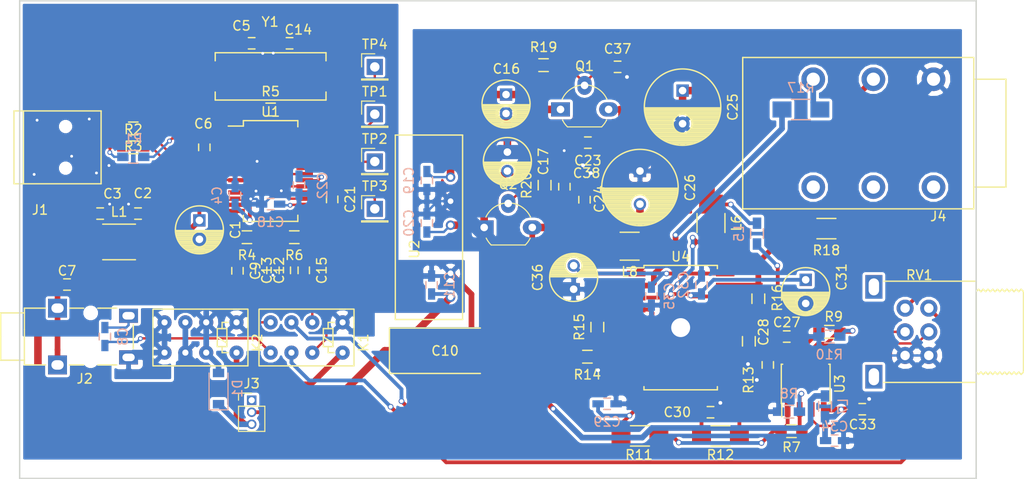
<source format=kicad_pcb>
(kicad_pcb (version 4) (host pcbnew 4.0.6)

  (general
    (links 171)
    (no_connects 10)
    (area 12.924999 12.924999 114.075001 63.575001)
    (thickness 1.6)
    (drawings 5)
    (tracks 692)
    (zones 0)
    (modules 82)
    (nets 66)
  )

  (page A4)
  (layers
    (0 F.Cu signal)
    (31 B.Cu signal)
    (32 B.Adhes user)
    (33 F.Adhes user)
    (34 B.Paste user)
    (35 F.Paste user)
    (36 B.SilkS user)
    (37 F.SilkS user)
    (38 B.Mask user)
    (39 F.Mask user)
    (40 Dwgs.User user)
    (41 Cmts.User user)
    (42 Eco1.User user)
    (43 Eco2.User user)
    (44 Edge.Cuts user)
    (45 Margin user)
    (46 B.CrtYd user)
    (47 F.CrtYd user)
    (48 B.Fab user hide)
    (49 F.Fab user hide)
  )

  (setup
    (last_trace_width 0.6)
    (user_trace_width 0.2)
    (user_trace_width 0.25)
    (user_trace_width 0.6)
    (user_trace_width 0.8)
    (user_trace_width 1.5)
    (trace_clearance 0.2)
    (zone_clearance 0.3)
    (zone_45_only no)
    (trace_min 0.2)
    (segment_width 0.2)
    (edge_width 0.15)
    (via_size 0.6)
    (via_drill 0.4)
    (via_min_size 0.4)
    (via_min_drill 0.3)
    (user_via 0.5 0.3)
    (user_via 1.3 1)
    (uvia_size 0.3)
    (uvia_drill 0.1)
    (uvias_allowed no)
    (uvia_min_size 0.2)
    (uvia_min_drill 0.1)
    (pcb_text_width 0.3)
    (pcb_text_size 1.5 1.5)
    (mod_edge_width 0.15)
    (mod_text_size 1 1)
    (mod_text_width 0.15)
    (pad_size 1.524 1.524)
    (pad_drill 0.762)
    (pad_to_mask_clearance 0.2)
    (aux_axis_origin 0 0)
    (visible_elements FFFFFFFF)
    (pcbplotparams
      (layerselection 0x00030_80000001)
      (usegerberextensions false)
      (excludeedgelayer true)
      (linewidth 0.100000)
      (plotframeref false)
      (viasonmask false)
      (mode 1)
      (useauxorigin false)
      (hpglpennumber 1)
      (hpglpenspeed 20)
      (hpglpendiameter 15)
      (hpglpenoverlay 2)
      (psnegative false)
      (psa4output false)
      (plotreference true)
      (plotvalue true)
      (plotinvisibletext false)
      (padsonsilk false)
      (subtractmaskfromsilk false)
      (outputformat 1)
      (mirror false)
      (drillshape 1)
      (scaleselection 1)
      (outputdirectory ""))
  )

  (net 0 "")
  (net 1 Earth)
  (net 2 "Net-(C1-Pad1)")
  (net 3 +5V)
  (net 4 "Net-(C4-Pad2)")
  (net 5 "Net-(C5-Pad1)")
  (net 6 +3V3)
  (net 7 "Net-(C7-Pad2)")
  (net 8 "Net-(C7-Pad1)")
  (net 9 "Net-(C8-Pad2)")
  (net 10 "Net-(C8-Pad1)")
  (net 11 /LUSB)
  (net 12 "Net-(C9-Pad1)")
  (net 13 "Net-(C12-Pad1)")
  (net 14 "Net-(C13-Pad2)")
  (net 15 "Net-(C14-Pad1)")
  (net 16 /RUSB)
  (net 17 "Net-(C15-Pad1)")
  (net 18 GNDPWR)
  (net 19 "Net-(C16-Pad1)")
  (net 20 "Net-(C17-Pad2)")
  (net 21 "Net-(C18-Pad2)")
  (net 22 "Net-(C21-Pad1)")
  (net 23 "Net-(C22-Pad2)")
  (net 24 +12V)
  (net 25 -12V)
  (net 26 "Net-(C27-Pad1)")
  (net 27 "Net-(C29-Pad1)")
  (net 28 "Net-(C30-Pad1)")
  (net 29 "Net-(C31-Pad1)")
  (net 30 "Net-(C33-Pad2)")
  (net 31 "Net-(C35-Pad2)")
  (net 32 "Net-(D1-Pad1)")
  (net 33 "Net-(J1-Pad4)")
  (net 34 /D+)
  (net 35 /D-)
  (net 36 GNDA)
  (net 37 "Net-(J3-Pad1)")
  (net 38 "Net-(J4-Pad4)")
  (net 39 "Net-(J4-Pad6)")
  (net 40 "Net-(J4-Pad5)")
  (net 41 "Net-(J4-Pad2)")
  (net 42 "Net-(J4-Pad3)")
  (net 43 "Net-(K1-Pad6)")
  (net 44 "Net-(K1-Pad3)")
  (net 45 "Net-(R2-Pad2)")
  (net 46 "Net-(R3-Pad1)")
  (net 47 "Net-(R7-Pad2)")
  (net 48 "Net-(R11-Pad2)")
  (net 49 "Net-(R10-Pad2)")
  (net 50 "Net-(R12-Pad2)")
  (net 51 "Net-(R13-Pad2)")
  (net 52 "Net-(R14-Pad1)")
  (net 53 "Net-(R15-Pad2)")
  (net 54 "Net-(R16-Pad1)")
  (net 55 "Net-(RV1-Pad12)")
  (net 56 "Net-(RV1-Pad22)")
  (net 57 "Net-(TP1-Pad1)")
  (net 58 "Net-(TP2-Pad1)")
  (net 59 "Net-(TP3-Pad1)")
  (net 60 "Net-(U1-Pad5)")
  (net 61 "Net-(U1-Pad3)")
  (net 62 "Net-(U1-Pad2)")
  (net 63 "Net-(TP4-Pad1)")
  (net 64 "Net-(C37-Pad1)")
  (net 65 "Net-(C38-Pad1)")

  (net_class Default "This is the default net class."
    (clearance 0.2)
    (trace_width 0.4)
    (via_dia 0.6)
    (via_drill 0.4)
    (uvia_dia 0.3)
    (uvia_drill 0.1)
    (add_net +12V)
    (add_net +3V3)
    (add_net +5V)
    (add_net -12V)
    (add_net /D+)
    (add_net /D-)
    (add_net /LUSB)
    (add_net /RUSB)
    (add_net Earth)
    (add_net GNDA)
    (add_net GNDPWR)
    (add_net "Net-(C1-Pad1)")
    (add_net "Net-(C12-Pad1)")
    (add_net "Net-(C13-Pad2)")
    (add_net "Net-(C14-Pad1)")
    (add_net "Net-(C15-Pad1)")
    (add_net "Net-(C16-Pad1)")
    (add_net "Net-(C17-Pad2)")
    (add_net "Net-(C18-Pad2)")
    (add_net "Net-(C21-Pad1)")
    (add_net "Net-(C22-Pad2)")
    (add_net "Net-(C27-Pad1)")
    (add_net "Net-(C29-Pad1)")
    (add_net "Net-(C30-Pad1)")
    (add_net "Net-(C31-Pad1)")
    (add_net "Net-(C33-Pad2)")
    (add_net "Net-(C35-Pad2)")
    (add_net "Net-(C37-Pad1)")
    (add_net "Net-(C38-Pad1)")
    (add_net "Net-(C4-Pad2)")
    (add_net "Net-(C5-Pad1)")
    (add_net "Net-(C7-Pad1)")
    (add_net "Net-(C7-Pad2)")
    (add_net "Net-(C8-Pad1)")
    (add_net "Net-(C8-Pad2)")
    (add_net "Net-(C9-Pad1)")
    (add_net "Net-(D1-Pad1)")
    (add_net "Net-(J1-Pad4)")
    (add_net "Net-(J3-Pad1)")
    (add_net "Net-(J4-Pad2)")
    (add_net "Net-(J4-Pad3)")
    (add_net "Net-(J4-Pad4)")
    (add_net "Net-(J4-Pad5)")
    (add_net "Net-(J4-Pad6)")
    (add_net "Net-(K1-Pad3)")
    (add_net "Net-(K1-Pad6)")
    (add_net "Net-(R10-Pad2)")
    (add_net "Net-(R11-Pad2)")
    (add_net "Net-(R12-Pad2)")
    (add_net "Net-(R13-Pad2)")
    (add_net "Net-(R14-Pad1)")
    (add_net "Net-(R15-Pad2)")
    (add_net "Net-(R16-Pad1)")
    (add_net "Net-(R2-Pad2)")
    (add_net "Net-(R3-Pad1)")
    (add_net "Net-(R7-Pad2)")
    (add_net "Net-(RV1-Pad12)")
    (add_net "Net-(RV1-Pad22)")
    (add_net "Net-(TP1-Pad1)")
    (add_net "Net-(TP2-Pad1)")
    (add_net "Net-(TP3-Pad1)")
    (add_net "Net-(TP4-Pad1)")
    (add_net "Net-(U1-Pad2)")
    (add_net "Net-(U1-Pad3)")
    (add_net "Net-(U1-Pad5)")
  )

  (module Connectors:USB_Mini-B (layer F.Cu) (tedit 5543E571) (tstamp 5978A85A)
    (at 17 28.5)
    (descr "USB Mini-B 5-pin SMD connector")
    (tags "USB USB_B USB_Mini connector")
    (path /5976A1B4)
    (attr smd)
    (fp_text reference J1 (at -1.85 6.61) (layer F.SilkS)
      (effects (font (size 1 1) (thickness 0.15)))
    )
    (fp_text value USB_OTG (at 0 -7.0993) (layer F.Fab)
      (effects (font (size 1 1) (thickness 0.15)))
    )
    (fp_line (start 4.59994 -3.85064) (end -4.59994 -3.85064) (layer F.SilkS) (width 0.15))
    (fp_line (start 4.59994 3.85064) (end 4.59994 -3.85064) (layer F.SilkS) (width 0.15))
    (fp_line (start -4.59994 3.85064) (end 4.59994 3.85064) (layer F.SilkS) (width 0.15))
    (fp_line (start -4.59994 -3.85064) (end -4.59994 3.85064) (layer F.SilkS) (width 0.15))
    (fp_line (start -3.59918 -3.85064) (end -3.59918 3.85064) (layer F.SilkS) (width 0.15))
    (fp_line (start -4.85 5.7) (end -4.85 -5.7) (layer F.CrtYd) (width 0.05))
    (fp_line (start 4.85 5.7) (end -4.85 5.7) (layer F.CrtYd) (width 0.05))
    (fp_line (start 4.85 -5.7) (end 4.85 5.7) (layer F.CrtYd) (width 0.05))
    (fp_line (start -4.85 -5.7) (end 4.85 -5.7) (layer F.CrtYd) (width 0.05))
    (pad "" np_thru_hole circle (at 0.8509 2.19964) (size 0.89916 0.89916) (drill 0.89916) (layers *.Cu *.Mask))
    (pad "" np_thru_hole circle (at 0.8509 -2.19964) (size 0.89916 0.89916) (drill 0.89916) (layers *.Cu *.Mask))
    (pad 6 smd rect (at -2.14884 4.45008) (size 2.49936 1.99898) (layers F.Cu F.Paste F.Mask)
      (net 1 Earth))
    (pad 6 smd rect (at 3.35026 4.45008) (size 2.49936 1.99898) (layers F.Cu F.Paste F.Mask)
      (net 1 Earth))
    (pad 6 smd rect (at -2.14884 -4.45008) (size 2.49936 1.99898) (layers F.Cu F.Paste F.Mask)
      (net 1 Earth))
    (pad 6 smd rect (at 3.35026 -4.45008) (size 2.49936 1.99898) (layers F.Cu F.Paste F.Mask)
      (net 1 Earth))
    (pad 5 smd rect (at 3.44932 1.6002) (size 2.30124 0.50038) (layers F.Cu F.Paste F.Mask)
      (net 1 Earth))
    (pad 4 smd rect (at 3.44932 0.8001) (size 2.30124 0.50038) (layers F.Cu F.Paste F.Mask)
      (net 33 "Net-(J1-Pad4)"))
    (pad 3 smd rect (at 3.44932 0) (size 2.30124 0.50038) (layers F.Cu F.Paste F.Mask)
      (net 34 /D+))
    (pad 2 smd rect (at 3.44932 -0.8001) (size 2.30124 0.50038) (layers F.Cu F.Paste F.Mask)
      (net 35 /D-))
    (pad 1 smd rect (at 3.44932 -1.6002) (size 2.30124 0.50038) (layers F.Cu F.Paste F.Mask)
      (net 3 +5V))
  )

  (module Capacitors_THT:C_Radial_D5_L11_P2 (layer F.Cu) (tedit 0) (tstamp 5978A773)
    (at 31.98 36.22 270)
    (descr "Radial Electrolytic Capacitor 5mm x Length 11mm, Pitch 2mm")
    (tags "Electrolytic Capacitor")
    (path /5934B839)
    (fp_text reference C1 (at 1 -3.8 270) (layer F.SilkS)
      (effects (font (size 1 1) (thickness 0.15)))
    )
    (fp_text value 10u (at 1 3.8 270) (layer F.Fab)
      (effects (font (size 1 1) (thickness 0.15)))
    )
    (fp_circle (center 1 0) (end 1 -2.8) (layer F.CrtYd) (width 0.05))
    (fp_circle (center 1 0) (end 1 -2.5375) (layer F.SilkS) (width 0.15))
    (fp_circle (center 2 0) (end 2 -0.8) (layer F.SilkS) (width 0.15))
    (fp_line (start 3.455 -0.472) (end 3.455 0.472) (layer F.SilkS) (width 0.15))
    (fp_line (start 3.315 -0.944) (end 3.315 0.944) (layer F.SilkS) (width 0.15))
    (fp_line (start 3.175 -1.233) (end 3.175 1.233) (layer F.SilkS) (width 0.15))
    (fp_line (start 3.035 -1.452) (end 3.035 1.452) (layer F.SilkS) (width 0.15))
    (fp_line (start 2.895 -1.631) (end 2.895 1.631) (layer F.SilkS) (width 0.15))
    (fp_line (start 2.755 0.265) (end 2.755 1.78) (layer F.SilkS) (width 0.15))
    (fp_line (start 2.755 -1.78) (end 2.755 -0.265) (layer F.SilkS) (width 0.15))
    (fp_line (start 2.615 0.512) (end 2.615 1.908) (layer F.SilkS) (width 0.15))
    (fp_line (start 2.615 -1.908) (end 2.615 -0.512) (layer F.SilkS) (width 0.15))
    (fp_line (start 2.475 0.644) (end 2.475 2.019) (layer F.SilkS) (width 0.15))
    (fp_line (start 2.475 -2.019) (end 2.475 -0.644) (layer F.SilkS) (width 0.15))
    (fp_line (start 2.335 0.726) (end 2.335 2.114) (layer F.SilkS) (width 0.15))
    (fp_line (start 2.335 -2.114) (end 2.335 -0.726) (layer F.SilkS) (width 0.15))
    (fp_line (start 2.195 0.776) (end 2.195 2.196) (layer F.SilkS) (width 0.15))
    (fp_line (start 2.195 -2.196) (end 2.195 -0.776) (layer F.SilkS) (width 0.15))
    (fp_line (start 2.055 0.798) (end 2.055 2.266) (layer F.SilkS) (width 0.15))
    (fp_line (start 2.055 -2.266) (end 2.055 -0.798) (layer F.SilkS) (width 0.15))
    (fp_line (start 1.915 0.795) (end 1.915 2.327) (layer F.SilkS) (width 0.15))
    (fp_line (start 1.915 -2.327) (end 1.915 -0.795) (layer F.SilkS) (width 0.15))
    (fp_line (start 1.775 0.768) (end 1.775 2.377) (layer F.SilkS) (width 0.15))
    (fp_line (start 1.775 -2.377) (end 1.775 -0.768) (layer F.SilkS) (width 0.15))
    (fp_line (start 1.635 0.712) (end 1.635 2.418) (layer F.SilkS) (width 0.15))
    (fp_line (start 1.635 -2.418) (end 1.635 -0.712) (layer F.SilkS) (width 0.15))
    (fp_line (start 1.495 0.62) (end 1.495 2.451) (layer F.SilkS) (width 0.15))
    (fp_line (start 1.495 -2.451) (end 1.495 -0.62) (layer F.SilkS) (width 0.15))
    (fp_line (start 1.355 0.473) (end 1.355 2.475) (layer F.SilkS) (width 0.15))
    (fp_line (start 1.355 -2.475) (end 1.355 -0.473) (layer F.SilkS) (width 0.15))
    (fp_line (start 1.215 0.154) (end 1.215 2.491) (layer F.SilkS) (width 0.15))
    (fp_line (start 1.215 -2.491) (end 1.215 -0.154) (layer F.SilkS) (width 0.15))
    (fp_line (start 1.075 -2.499) (end 1.075 2.499) (layer F.SilkS) (width 0.15))
    (pad 2 thru_hole circle (at 2 0 270) (size 1.3 1.3) (drill 0.8) (layers *.Cu *.Mask)
      (net 1 Earth))
    (pad 1 thru_hole rect (at 0 0 270) (size 1.3 1.3) (drill 0.8) (layers *.Cu *.Mask)
      (net 2 "Net-(C1-Pad1)"))
    (model Capacitors_ThroughHole.3dshapes/C_Radial_D5_L11_P2.wrl
      (at (xyz 0 0 0))
      (scale (xyz 1 1 1))
      (rotate (xyz 0 0 0))
    )
  )

  (module Capacitors_SMD:C_0603_HandSoldering (layer F.Cu) (tedit 541A9B4D) (tstamp 5978A779)
    (at 25.5 35.5)
    (descr "Capacitor SMD 0603, hand soldering")
    (tags "capacitor 0603")
    (path /5934BF3E)
    (attr smd)
    (fp_text reference C2 (at 0.51 -2.14) (layer F.SilkS)
      (effects (font (size 1 1) (thickness 0.15)))
    )
    (fp_text value 100n (at 0 1.9) (layer F.Fab)
      (effects (font (size 1 1) (thickness 0.15)))
    )
    (fp_line (start 0.35 0.6) (end -0.35 0.6) (layer F.SilkS) (width 0.15))
    (fp_line (start -0.35 -0.6) (end 0.35 -0.6) (layer F.SilkS) (width 0.15))
    (fp_line (start 1.85 -0.75) (end 1.85 0.75) (layer F.CrtYd) (width 0.05))
    (fp_line (start -1.85 -0.75) (end -1.85 0.75) (layer F.CrtYd) (width 0.05))
    (fp_line (start -1.85 0.75) (end 1.85 0.75) (layer F.CrtYd) (width 0.05))
    (fp_line (start -1.85 -0.75) (end 1.85 -0.75) (layer F.CrtYd) (width 0.05))
    (fp_line (start -0.8 -0.4) (end 0.8 -0.4) (layer F.Fab) (width 0.15))
    (fp_line (start 0.8 -0.4) (end 0.8 0.4) (layer F.Fab) (width 0.15))
    (fp_line (start 0.8 0.4) (end -0.8 0.4) (layer F.Fab) (width 0.15))
    (fp_line (start -0.8 0.4) (end -0.8 -0.4) (layer F.Fab) (width 0.15))
    (pad 2 smd rect (at 0.95 0) (size 1.2 0.75) (layers F.Cu F.Paste F.Mask)
      (net 2 "Net-(C1-Pad1)"))
    (pad 1 smd rect (at -0.95 0) (size 1.2 0.75) (layers F.Cu F.Paste F.Mask)
      (net 1 Earth))
    (model Capacitors_SMD.3dshapes/C_0603_HandSoldering.wrl
      (at (xyz 0 0 0))
      (scale (xyz 1 1 1))
      (rotate (xyz 0 0 0))
    )
  )

  (module Capacitors_SMD:C_0603_HandSoldering (layer F.Cu) (tedit 541A9B4D) (tstamp 5978A77F)
    (at 21.5 35.5)
    (descr "Capacitor SMD 0603, hand soldering")
    (tags "capacitor 0603")
    (path /59305590)
    (attr smd)
    (fp_text reference C3 (at 1.3 -2.1) (layer F.SilkS)
      (effects (font (size 1 1) (thickness 0.15)))
    )
    (fp_text value 200n (at 0 1.9) (layer F.Fab)
      (effects (font (size 1 1) (thickness 0.15)))
    )
    (fp_line (start 0.35 0.6) (end -0.35 0.6) (layer F.SilkS) (width 0.15))
    (fp_line (start -0.35 -0.6) (end 0.35 -0.6) (layer F.SilkS) (width 0.15))
    (fp_line (start 1.85 -0.75) (end 1.85 0.75) (layer F.CrtYd) (width 0.05))
    (fp_line (start -1.85 -0.75) (end -1.85 0.75) (layer F.CrtYd) (width 0.05))
    (fp_line (start -1.85 0.75) (end 1.85 0.75) (layer F.CrtYd) (width 0.05))
    (fp_line (start -1.85 -0.75) (end 1.85 -0.75) (layer F.CrtYd) (width 0.05))
    (fp_line (start -0.8 -0.4) (end 0.8 -0.4) (layer F.Fab) (width 0.15))
    (fp_line (start 0.8 -0.4) (end 0.8 0.4) (layer F.Fab) (width 0.15))
    (fp_line (start 0.8 0.4) (end -0.8 0.4) (layer F.Fab) (width 0.15))
    (fp_line (start -0.8 0.4) (end -0.8 -0.4) (layer F.Fab) (width 0.15))
    (pad 2 smd rect (at 0.95 0) (size 1.2 0.75) (layers F.Cu F.Paste F.Mask)
      (net 1 Earth))
    (pad 1 smd rect (at -0.95 0) (size 1.2 0.75) (layers F.Cu F.Paste F.Mask)
      (net 3 +5V))
    (model Capacitors_SMD.3dshapes/C_0603_HandSoldering.wrl
      (at (xyz 0 0 0))
      (scale (xyz 1 1 1))
      (rotate (xyz 0 0 0))
    )
  )

  (module Capacitors_SMD:C_0603_HandSoldering (layer B.Cu) (tedit 541A9B4D) (tstamp 5978A785)
    (at 35.75 33.59 270)
    (descr "Capacitor SMD 0603, hand soldering")
    (tags "capacitor 0603")
    (path /5934A4BD)
    (attr smd)
    (fp_text reference C4 (at 0 1.9 270) (layer B.SilkS)
      (effects (font (size 1 1) (thickness 0.15)) (justify mirror))
    )
    (fp_text value 1u (at 0 -1.9 270) (layer B.Fab)
      (effects (font (size 1 1) (thickness 0.15)) (justify mirror))
    )
    (fp_line (start 0.35 -0.6) (end -0.35 -0.6) (layer B.SilkS) (width 0.15))
    (fp_line (start -0.35 0.6) (end 0.35 0.6) (layer B.SilkS) (width 0.15))
    (fp_line (start 1.85 0.75) (end 1.85 -0.75) (layer B.CrtYd) (width 0.05))
    (fp_line (start -1.85 0.75) (end -1.85 -0.75) (layer B.CrtYd) (width 0.05))
    (fp_line (start -1.85 -0.75) (end 1.85 -0.75) (layer B.CrtYd) (width 0.05))
    (fp_line (start -1.85 0.75) (end 1.85 0.75) (layer B.CrtYd) (width 0.05))
    (fp_line (start -0.8 0.4) (end 0.8 0.4) (layer B.Fab) (width 0.15))
    (fp_line (start 0.8 0.4) (end 0.8 -0.4) (layer B.Fab) (width 0.15))
    (fp_line (start 0.8 -0.4) (end -0.8 -0.4) (layer B.Fab) (width 0.15))
    (fp_line (start -0.8 -0.4) (end -0.8 0.4) (layer B.Fab) (width 0.15))
    (pad 2 smd rect (at 0.95 0 270) (size 1.2 0.75) (layers B.Cu B.Paste B.Mask)
      (net 4 "Net-(C4-Pad2)"))
    (pad 1 smd rect (at -0.95 0 270) (size 1.2 0.75) (layers B.Cu B.Paste B.Mask)
      (net 1 Earth))
    (model Capacitors_SMD.3dshapes/C_0603_HandSoldering.wrl
      (at (xyz 0 0 0))
      (scale (xyz 1 1 1))
      (rotate (xyz 0 0 0))
    )
  )

  (module Capacitors_SMD:C_0603_HandSoldering (layer F.Cu) (tedit 541A9B4D) (tstamp 5978A78B)
    (at 37.5 17.5)
    (descr "Capacitor SMD 0603, hand soldering")
    (tags "capacitor 0603")
    (path /59348C90)
    (attr smd)
    (fp_text reference C5 (at -1.08 -1.85) (layer F.SilkS)
      (effects (font (size 1 1) (thickness 0.15)))
    )
    (fp_text value 27p (at 0 1.9) (layer F.Fab)
      (effects (font (size 1 1) (thickness 0.15)))
    )
    (fp_line (start 0.35 0.6) (end -0.35 0.6) (layer F.SilkS) (width 0.15))
    (fp_line (start -0.35 -0.6) (end 0.35 -0.6) (layer F.SilkS) (width 0.15))
    (fp_line (start 1.85 -0.75) (end 1.85 0.75) (layer F.CrtYd) (width 0.05))
    (fp_line (start -1.85 -0.75) (end -1.85 0.75) (layer F.CrtYd) (width 0.05))
    (fp_line (start -1.85 0.75) (end 1.85 0.75) (layer F.CrtYd) (width 0.05))
    (fp_line (start -1.85 -0.75) (end 1.85 -0.75) (layer F.CrtYd) (width 0.05))
    (fp_line (start -0.8 -0.4) (end 0.8 -0.4) (layer F.Fab) (width 0.15))
    (fp_line (start 0.8 -0.4) (end 0.8 0.4) (layer F.Fab) (width 0.15))
    (fp_line (start 0.8 0.4) (end -0.8 0.4) (layer F.Fab) (width 0.15))
    (fp_line (start -0.8 0.4) (end -0.8 -0.4) (layer F.Fab) (width 0.15))
    (pad 2 smd rect (at 0.95 0) (size 1.2 0.75) (layers F.Cu F.Paste F.Mask)
      (net 1 Earth))
    (pad 1 smd rect (at -0.95 0) (size 1.2 0.75) (layers F.Cu F.Paste F.Mask)
      (net 5 "Net-(C5-Pad1)"))
    (model Capacitors_SMD.3dshapes/C_0603_HandSoldering.wrl
      (at (xyz 0 0 0))
      (scale (xyz 1 1 1))
      (rotate (xyz 0 0 0))
    )
  )

  (module Capacitors_SMD:C_0603_HandSoldering (layer F.Cu) (tedit 541A9B4D) (tstamp 5978A791)
    (at 32.5 28.5 90)
    (descr "Capacitor SMD 0603, hand soldering")
    (tags "capacitor 0603")
    (path /5934D473)
    (attr smd)
    (fp_text reference C6 (at 2.5 -0.1 180) (layer F.SilkS)
      (effects (font (size 1 1) (thickness 0.15)))
    )
    (fp_text value 200n (at 0 1.9 90) (layer F.Fab)
      (effects (font (size 1 1) (thickness 0.15)))
    )
    (fp_line (start 0.35 0.6) (end -0.35 0.6) (layer F.SilkS) (width 0.15))
    (fp_line (start -0.35 -0.6) (end 0.35 -0.6) (layer F.SilkS) (width 0.15))
    (fp_line (start 1.85 -0.75) (end 1.85 0.75) (layer F.CrtYd) (width 0.05))
    (fp_line (start -1.85 -0.75) (end -1.85 0.75) (layer F.CrtYd) (width 0.05))
    (fp_line (start -1.85 0.75) (end 1.85 0.75) (layer F.CrtYd) (width 0.05))
    (fp_line (start -1.85 -0.75) (end 1.85 -0.75) (layer F.CrtYd) (width 0.05))
    (fp_line (start -0.8 -0.4) (end 0.8 -0.4) (layer F.Fab) (width 0.15))
    (fp_line (start 0.8 -0.4) (end 0.8 0.4) (layer F.Fab) (width 0.15))
    (fp_line (start 0.8 0.4) (end -0.8 0.4) (layer F.Fab) (width 0.15))
    (fp_line (start -0.8 0.4) (end -0.8 -0.4) (layer F.Fab) (width 0.15))
    (pad 2 smd rect (at 0.95 0 90) (size 1.2 0.75) (layers F.Cu F.Paste F.Mask)
      (net 6 +3V3))
    (pad 1 smd rect (at -0.95 0 90) (size 1.2 0.75) (layers F.Cu F.Paste F.Mask)
      (net 1 Earth))
    (model Capacitors_SMD.3dshapes/C_0603_HandSoldering.wrl
      (at (xyz 0 0 0))
      (scale (xyz 1 1 1))
      (rotate (xyz 0 0 0))
    )
  )

  (module Capacitors_SMD:C_0603_HandSoldering (layer F.Cu) (tedit 541A9B4D) (tstamp 5978A797)
    (at 18 43 180)
    (descr "Capacitor SMD 0603, hand soldering")
    (tags "capacitor 0603")
    (path /5935AC3B)
    (attr smd)
    (fp_text reference C7 (at 0 1.45 180) (layer F.SilkS)
      (effects (font (size 1 1) (thickness 0.15)))
    )
    (fp_text value 1u (at 0 1.9 180) (layer F.Fab)
      (effects (font (size 1 1) (thickness 0.15)))
    )
    (fp_line (start 0.35 0.6) (end -0.35 0.6) (layer F.SilkS) (width 0.15))
    (fp_line (start -0.35 -0.6) (end 0.35 -0.6) (layer F.SilkS) (width 0.15))
    (fp_line (start 1.85 -0.75) (end 1.85 0.75) (layer F.CrtYd) (width 0.05))
    (fp_line (start -1.85 -0.75) (end -1.85 0.75) (layer F.CrtYd) (width 0.05))
    (fp_line (start -1.85 0.75) (end 1.85 0.75) (layer F.CrtYd) (width 0.05))
    (fp_line (start -1.85 -0.75) (end 1.85 -0.75) (layer F.CrtYd) (width 0.05))
    (fp_line (start -0.8 -0.4) (end 0.8 -0.4) (layer F.Fab) (width 0.15))
    (fp_line (start 0.8 -0.4) (end 0.8 0.4) (layer F.Fab) (width 0.15))
    (fp_line (start 0.8 0.4) (end -0.8 0.4) (layer F.Fab) (width 0.15))
    (fp_line (start -0.8 0.4) (end -0.8 -0.4) (layer F.Fab) (width 0.15))
    (pad 2 smd rect (at 0.95 0 180) (size 1.2 0.75) (layers F.Cu F.Paste F.Mask)
      (net 7 "Net-(C7-Pad2)"))
    (pad 1 smd rect (at -0.95 0 180) (size 1.2 0.75) (layers F.Cu F.Paste F.Mask)
      (net 8 "Net-(C7-Pad1)"))
    (model Capacitors_SMD.3dshapes/C_0603_HandSoldering.wrl
      (at (xyz 0 0 0))
      (scale (xyz 1 1 1))
      (rotate (xyz 0 0 0))
    )
  )

  (module Capacitors_SMD:C_0603_HandSoldering (layer B.Cu) (tedit 541A9B4D) (tstamp 5978A79D)
    (at 22 48.5 90)
    (descr "Capacitor SMD 0603, hand soldering")
    (tags "capacitor 0603")
    (path /5935A9B7)
    (attr smd)
    (fp_text reference C8 (at 0 1.9 90) (layer B.SilkS)
      (effects (font (size 1 1) (thickness 0.15)) (justify mirror))
    )
    (fp_text value 1u (at 0 -1.9 90) (layer B.Fab)
      (effects (font (size 1 1) (thickness 0.15)) (justify mirror))
    )
    (fp_line (start 0.35 -0.6) (end -0.35 -0.6) (layer B.SilkS) (width 0.15))
    (fp_line (start -0.35 0.6) (end 0.35 0.6) (layer B.SilkS) (width 0.15))
    (fp_line (start 1.85 0.75) (end 1.85 -0.75) (layer B.CrtYd) (width 0.05))
    (fp_line (start -1.85 0.75) (end -1.85 -0.75) (layer B.CrtYd) (width 0.05))
    (fp_line (start -1.85 -0.75) (end 1.85 -0.75) (layer B.CrtYd) (width 0.05))
    (fp_line (start -1.85 0.75) (end 1.85 0.75) (layer B.CrtYd) (width 0.05))
    (fp_line (start -0.8 0.4) (end 0.8 0.4) (layer B.Fab) (width 0.15))
    (fp_line (start 0.8 0.4) (end 0.8 -0.4) (layer B.Fab) (width 0.15))
    (fp_line (start 0.8 -0.4) (end -0.8 -0.4) (layer B.Fab) (width 0.15))
    (fp_line (start -0.8 -0.4) (end -0.8 0.4) (layer B.Fab) (width 0.15))
    (pad 2 smd rect (at 0.95 0 90) (size 1.2 0.75) (layers B.Cu B.Paste B.Mask)
      (net 9 "Net-(C8-Pad2)"))
    (pad 1 smd rect (at -0.95 0 90) (size 1.2 0.75) (layers B.Cu B.Paste B.Mask)
      (net 10 "Net-(C8-Pad1)"))
    (model Capacitors_SMD.3dshapes/C_0603_HandSoldering.wrl
      (at (xyz 0 0 0))
      (scale (xyz 1 1 1))
      (rotate (xyz 0 0 0))
    )
  )

  (module Capacitors_SMD:C_0603_HandSoldering (layer F.Cu) (tedit 541A9B4D) (tstamp 5978A7A3)
    (at 36 41.55 270)
    (descr "Capacitor SMD 0603, hand soldering")
    (tags "capacitor 0603")
    (path /593501B5)
    (attr smd)
    (fp_text reference C9 (at 0 -1.9 270) (layer F.SilkS)
      (effects (font (size 1 1) (thickness 0.15)))
    )
    (fp_text value 1u (at 0 1.9 270) (layer F.Fab)
      (effects (font (size 1 1) (thickness 0.15)))
    )
    (fp_line (start 0.35 0.6) (end -0.35 0.6) (layer F.SilkS) (width 0.15))
    (fp_line (start -0.35 -0.6) (end 0.35 -0.6) (layer F.SilkS) (width 0.15))
    (fp_line (start 1.85 -0.75) (end 1.85 0.75) (layer F.CrtYd) (width 0.05))
    (fp_line (start -1.85 -0.75) (end -1.85 0.75) (layer F.CrtYd) (width 0.05))
    (fp_line (start -1.85 0.75) (end 1.85 0.75) (layer F.CrtYd) (width 0.05))
    (fp_line (start -1.85 -0.75) (end 1.85 -0.75) (layer F.CrtYd) (width 0.05))
    (fp_line (start -0.8 -0.4) (end 0.8 -0.4) (layer F.Fab) (width 0.15))
    (fp_line (start 0.8 -0.4) (end 0.8 0.4) (layer F.Fab) (width 0.15))
    (fp_line (start 0.8 0.4) (end -0.8 0.4) (layer F.Fab) (width 0.15))
    (fp_line (start -0.8 0.4) (end -0.8 -0.4) (layer F.Fab) (width 0.15))
    (pad 2 smd rect (at 0.95 0 270) (size 1.2 0.75) (layers F.Cu F.Paste F.Mask)
      (net 11 /LUSB))
    (pad 1 smd rect (at -0.95 0 270) (size 1.2 0.75) (layers F.Cu F.Paste F.Mask)
      (net 12 "Net-(C9-Pad1)"))
    (model Capacitors_SMD.3dshapes/C_0603_HandSoldering.wrl
      (at (xyz 0 0 0))
      (scale (xyz 1 1 1))
      (rotate (xyz 0 0 0))
    )
  )

  (module Capacitors_Tantalum_SMD:Tantalum_Case-D_EIA-7343-31_Hand (layer F.Cu) (tedit 57B6E980) (tstamp 5978A7A9)
    (at 58 50)
    (descr "Tantalum capacitor, Case D, EIA 7343-31, 7.3x4.3x2.8mm, Hand soldering footprint")
    (tags "capacitor tantalum smd")
    (path /593055F7)
    (attr smd)
    (fp_text reference C10 (at -0.08 0.01) (layer F.SilkS)
      (effects (font (size 1 1) (thickness 0.15)))
    )
    (fp_text value 100u (at 0 3.9) (layer F.Fab)
      (effects (font (size 1 1) (thickness 0.15)))
    )
    (fp_line (start -5.95 -2.4) (end -5.95 2.4) (layer F.SilkS) (width 0.15))
    (fp_line (start -5.95 2.4) (end 3.65 2.4) (layer F.SilkS) (width 0.15))
    (fp_line (start -5.95 -2.4) (end 3.65 -2.4) (layer F.SilkS) (width 0.15))
    (fp_line (start -2.555 -2.15) (end -2.555 2.15) (layer F.Fab) (width 0.15))
    (fp_line (start -2.92 -2.15) (end -2.92 2.15) (layer F.Fab) (width 0.15))
    (fp_line (start 3.65 -2.15) (end -3.65 -2.15) (layer F.Fab) (width 0.15))
    (fp_line (start 3.65 2.15) (end 3.65 -2.15) (layer F.Fab) (width 0.15))
    (fp_line (start -3.65 2.15) (end 3.65 2.15) (layer F.Fab) (width 0.15))
    (fp_line (start -3.65 -2.15) (end -3.65 2.15) (layer F.Fab) (width 0.15))
    (fp_line (start 6.05 -2.5) (end -6.05 -2.5) (layer F.CrtYd) (width 0.05))
    (fp_line (start 6.05 2.5) (end 6.05 -2.5) (layer F.CrtYd) (width 0.05))
    (fp_line (start -6.05 2.5) (end 6.05 2.5) (layer F.CrtYd) (width 0.05))
    (fp_line (start -6.05 -2.5) (end -6.05 2.5) (layer F.CrtYd) (width 0.05))
    (pad 2 smd rect (at 3.775 0) (size 3.75 2.7) (layers F.Cu F.Paste F.Mask)
      (net 1 Earth))
    (pad 1 smd rect (at -3.775 0) (size 3.75 2.7) (layers F.Cu F.Paste F.Mask)
      (net 3 +5V))
    (model Capacitors_Tantalum_SMD.3dshapes/Tantalum_Case-D_EIA-7343-31.wrl
      (at (xyz 0 0 0))
      (scale (xyz 1 1 1))
      (rotate (xyz 0 0 0))
    )
  )

  (module Capacitors_SMD:C_0603_HandSoldering (layer B.Cu) (tedit 541A9B4D) (tstamp 5978A7AF)
    (at 56.5 43.05 90)
    (descr "Capacitor SMD 0603, hand soldering")
    (tags "capacitor 0603")
    (path /5930565F)
    (attr smd)
    (fp_text reference C11 (at 0 1.9 90) (layer B.SilkS)
      (effects (font (size 1 1) (thickness 0.15)) (justify mirror))
    )
    (fp_text value 100n (at 0 -1.9 90) (layer B.Fab)
      (effects (font (size 1 1) (thickness 0.15)) (justify mirror))
    )
    (fp_line (start 0.35 -0.6) (end -0.35 -0.6) (layer B.SilkS) (width 0.15))
    (fp_line (start -0.35 0.6) (end 0.35 0.6) (layer B.SilkS) (width 0.15))
    (fp_line (start 1.85 0.75) (end 1.85 -0.75) (layer B.CrtYd) (width 0.05))
    (fp_line (start -1.85 0.75) (end -1.85 -0.75) (layer B.CrtYd) (width 0.05))
    (fp_line (start -1.85 -0.75) (end 1.85 -0.75) (layer B.CrtYd) (width 0.05))
    (fp_line (start -1.85 0.75) (end 1.85 0.75) (layer B.CrtYd) (width 0.05))
    (fp_line (start -0.8 0.4) (end 0.8 0.4) (layer B.Fab) (width 0.15))
    (fp_line (start 0.8 0.4) (end 0.8 -0.4) (layer B.Fab) (width 0.15))
    (fp_line (start 0.8 -0.4) (end -0.8 -0.4) (layer B.Fab) (width 0.15))
    (fp_line (start -0.8 -0.4) (end -0.8 0.4) (layer B.Fab) (width 0.15))
    (pad 2 smd rect (at 0.95 0 90) (size 1.2 0.75) (layers B.Cu B.Paste B.Mask)
      (net 1 Earth))
    (pad 1 smd rect (at -0.95 0 90) (size 1.2 0.75) (layers B.Cu B.Paste B.Mask)
      (net 3 +5V))
    (model Capacitors_SMD.3dshapes/C_0603_HandSoldering.wrl
      (at (xyz 0 0 0))
      (scale (xyz 1 1 1))
      (rotate (xyz 0 0 0))
    )
  )

  (module Capacitors_SMD:C_0603_HandSoldering (layer F.Cu) (tedit 541A9B4D) (tstamp 5978A7B5)
    (at 38.5 41.5 270)
    (descr "Capacitor SMD 0603, hand soldering")
    (tags "capacitor 0603")
    (path /5934FA03)
    (attr smd)
    (fp_text reference C12 (at 0 -1.9 270) (layer F.SilkS)
      (effects (font (size 1 1) (thickness 0.15)))
    )
    (fp_text value 22n (at 0 1.9 270) (layer F.Fab)
      (effects (font (size 1 1) (thickness 0.15)))
    )
    (fp_line (start 0.35 0.6) (end -0.35 0.6) (layer F.SilkS) (width 0.15))
    (fp_line (start -0.35 -0.6) (end 0.35 -0.6) (layer F.SilkS) (width 0.15))
    (fp_line (start 1.85 -0.75) (end 1.85 0.75) (layer F.CrtYd) (width 0.05))
    (fp_line (start -1.85 -0.75) (end -1.85 0.75) (layer F.CrtYd) (width 0.05))
    (fp_line (start -1.85 0.75) (end 1.85 0.75) (layer F.CrtYd) (width 0.05))
    (fp_line (start -1.85 -0.75) (end 1.85 -0.75) (layer F.CrtYd) (width 0.05))
    (fp_line (start -0.8 -0.4) (end 0.8 -0.4) (layer F.Fab) (width 0.15))
    (fp_line (start 0.8 -0.4) (end 0.8 0.4) (layer F.Fab) (width 0.15))
    (fp_line (start 0.8 0.4) (end -0.8 0.4) (layer F.Fab) (width 0.15))
    (fp_line (start -0.8 0.4) (end -0.8 -0.4) (layer F.Fab) (width 0.15))
    (pad 2 smd rect (at 0.95 0 270) (size 1.2 0.75) (layers F.Cu F.Paste F.Mask)
      (net 1 Earth))
    (pad 1 smd rect (at -0.95 0 270) (size 1.2 0.75) (layers F.Cu F.Paste F.Mask)
      (net 13 "Net-(C12-Pad1)"))
    (model Capacitors_SMD.3dshapes/C_0603_HandSoldering.wrl
      (at (xyz 0 0 0))
      (scale (xyz 1 1 1))
      (rotate (xyz 0 0 0))
    )
  )

  (module Capacitors_SMD:C_0603_HandSoldering (layer F.Cu) (tedit 541A9B4D) (tstamp 5978A7BB)
    (at 41 41.5 90)
    (descr "Capacitor SMD 0603, hand soldering")
    (tags "capacitor 0603")
    (path /5934F029)
    (attr smd)
    (fp_text reference C13 (at 0 -1.9 90) (layer F.SilkS)
      (effects (font (size 1 1) (thickness 0.15)))
    )
    (fp_text value 22n (at 0 1.9 90) (layer F.Fab)
      (effects (font (size 1 1) (thickness 0.15)))
    )
    (fp_line (start 0.35 0.6) (end -0.35 0.6) (layer F.SilkS) (width 0.15))
    (fp_line (start -0.35 -0.6) (end 0.35 -0.6) (layer F.SilkS) (width 0.15))
    (fp_line (start 1.85 -0.75) (end 1.85 0.75) (layer F.CrtYd) (width 0.05))
    (fp_line (start -1.85 -0.75) (end -1.85 0.75) (layer F.CrtYd) (width 0.05))
    (fp_line (start -1.85 0.75) (end 1.85 0.75) (layer F.CrtYd) (width 0.05))
    (fp_line (start -1.85 -0.75) (end 1.85 -0.75) (layer F.CrtYd) (width 0.05))
    (fp_line (start -0.8 -0.4) (end 0.8 -0.4) (layer F.Fab) (width 0.15))
    (fp_line (start 0.8 -0.4) (end 0.8 0.4) (layer F.Fab) (width 0.15))
    (fp_line (start 0.8 0.4) (end -0.8 0.4) (layer F.Fab) (width 0.15))
    (fp_line (start -0.8 0.4) (end -0.8 -0.4) (layer F.Fab) (width 0.15))
    (pad 2 smd rect (at 0.95 0 90) (size 1.2 0.75) (layers F.Cu F.Paste F.Mask)
      (net 14 "Net-(C13-Pad2)"))
    (pad 1 smd rect (at -0.95 0 90) (size 1.2 0.75) (layers F.Cu F.Paste F.Mask)
      (net 1 Earth))
    (model Capacitors_SMD.3dshapes/C_0603_HandSoldering.wrl
      (at (xyz 0 0 0))
      (scale (xyz 1 1 1))
      (rotate (xyz 0 0 0))
    )
  )

  (module Capacitors_SMD:C_0603_HandSoldering (layer F.Cu) (tedit 541A9B4D) (tstamp 5978A7C1)
    (at 41.5 17.5 180)
    (descr "Capacitor SMD 0603, hand soldering")
    (tags "capacitor 0603")
    (path /59348F37)
    (attr smd)
    (fp_text reference C14 (at -0.93 1.43 180) (layer F.SilkS)
      (effects (font (size 1 1) (thickness 0.15)))
    )
    (fp_text value 27p (at 0 1.9 180) (layer F.Fab)
      (effects (font (size 1 1) (thickness 0.15)))
    )
    (fp_line (start 0.35 0.6) (end -0.35 0.6) (layer F.SilkS) (width 0.15))
    (fp_line (start -0.35 -0.6) (end 0.35 -0.6) (layer F.SilkS) (width 0.15))
    (fp_line (start 1.85 -0.75) (end 1.85 0.75) (layer F.CrtYd) (width 0.05))
    (fp_line (start -1.85 -0.75) (end -1.85 0.75) (layer F.CrtYd) (width 0.05))
    (fp_line (start -1.85 0.75) (end 1.85 0.75) (layer F.CrtYd) (width 0.05))
    (fp_line (start -1.85 -0.75) (end 1.85 -0.75) (layer F.CrtYd) (width 0.05))
    (fp_line (start -0.8 -0.4) (end 0.8 -0.4) (layer F.Fab) (width 0.15))
    (fp_line (start 0.8 -0.4) (end 0.8 0.4) (layer F.Fab) (width 0.15))
    (fp_line (start 0.8 0.4) (end -0.8 0.4) (layer F.Fab) (width 0.15))
    (fp_line (start -0.8 0.4) (end -0.8 -0.4) (layer F.Fab) (width 0.15))
    (pad 2 smd rect (at 0.95 0 180) (size 1.2 0.75) (layers F.Cu F.Paste F.Mask)
      (net 1 Earth))
    (pad 1 smd rect (at -0.95 0 180) (size 1.2 0.75) (layers F.Cu F.Paste F.Mask)
      (net 15 "Net-(C14-Pad1)"))
    (model Capacitors_SMD.3dshapes/C_0603_HandSoldering.wrl
      (at (xyz 0 0 0))
      (scale (xyz 1 1 1))
      (rotate (xyz 0 0 0))
    )
  )

  (module Capacitors_SMD:C_0603_HandSoldering (layer F.Cu) (tedit 541A9B4D) (tstamp 5978A7C7)
    (at 43 41.5 270)
    (descr "Capacitor SMD 0603, hand soldering")
    (tags "capacitor 0603")
    (path /5934F52B)
    (attr smd)
    (fp_text reference C15 (at 0 -1.9 270) (layer F.SilkS)
      (effects (font (size 1 1) (thickness 0.15)))
    )
    (fp_text value 1u (at 0 1.9 270) (layer F.Fab)
      (effects (font (size 1 1) (thickness 0.15)))
    )
    (fp_line (start 0.35 0.6) (end -0.35 0.6) (layer F.SilkS) (width 0.15))
    (fp_line (start -0.35 -0.6) (end 0.35 -0.6) (layer F.SilkS) (width 0.15))
    (fp_line (start 1.85 -0.75) (end 1.85 0.75) (layer F.CrtYd) (width 0.05))
    (fp_line (start -1.85 -0.75) (end -1.85 0.75) (layer F.CrtYd) (width 0.05))
    (fp_line (start -1.85 0.75) (end 1.85 0.75) (layer F.CrtYd) (width 0.05))
    (fp_line (start -1.85 -0.75) (end 1.85 -0.75) (layer F.CrtYd) (width 0.05))
    (fp_line (start -0.8 -0.4) (end 0.8 -0.4) (layer F.Fab) (width 0.15))
    (fp_line (start 0.8 -0.4) (end 0.8 0.4) (layer F.Fab) (width 0.15))
    (fp_line (start 0.8 0.4) (end -0.8 0.4) (layer F.Fab) (width 0.15))
    (fp_line (start -0.8 0.4) (end -0.8 -0.4) (layer F.Fab) (width 0.15))
    (pad 2 smd rect (at 0.95 0 270) (size 1.2 0.75) (layers F.Cu F.Paste F.Mask)
      (net 16 /RUSB))
    (pad 1 smd rect (at -0.95 0 270) (size 1.2 0.75) (layers F.Cu F.Paste F.Mask)
      (net 17 "Net-(C15-Pad1)"))
    (model Capacitors_SMD.3dshapes/C_0603_HandSoldering.wrl
      (at (xyz 0 0 0))
      (scale (xyz 1 1 1))
      (rotate (xyz 0 0 0))
    )
  )

  (module Capacitors_THT:C_Radial_D5_L11_P2 (layer F.Cu) (tedit 0) (tstamp 5978A7CD)
    (at 64.36 22.92 270)
    (descr "Radial Electrolytic Capacitor 5mm x Length 11mm, Pitch 2mm")
    (tags "Electrolytic Capacitor")
    (path /59305A96)
    (fp_text reference C16 (at -2.72 -0.04 360) (layer F.SilkS)
      (effects (font (size 1 1) (thickness 0.15)))
    )
    (fp_text value 10u (at 1 3.8 270) (layer F.Fab)
      (effects (font (size 1 1) (thickness 0.15)))
    )
    (fp_circle (center 1 0) (end 1 -2.8) (layer F.CrtYd) (width 0.05))
    (fp_circle (center 1 0) (end 1 -2.5375) (layer F.SilkS) (width 0.15))
    (fp_circle (center 2 0) (end 2 -0.8) (layer F.SilkS) (width 0.15))
    (fp_line (start 3.455 -0.472) (end 3.455 0.472) (layer F.SilkS) (width 0.15))
    (fp_line (start 3.315 -0.944) (end 3.315 0.944) (layer F.SilkS) (width 0.15))
    (fp_line (start 3.175 -1.233) (end 3.175 1.233) (layer F.SilkS) (width 0.15))
    (fp_line (start 3.035 -1.452) (end 3.035 1.452) (layer F.SilkS) (width 0.15))
    (fp_line (start 2.895 -1.631) (end 2.895 1.631) (layer F.SilkS) (width 0.15))
    (fp_line (start 2.755 0.265) (end 2.755 1.78) (layer F.SilkS) (width 0.15))
    (fp_line (start 2.755 -1.78) (end 2.755 -0.265) (layer F.SilkS) (width 0.15))
    (fp_line (start 2.615 0.512) (end 2.615 1.908) (layer F.SilkS) (width 0.15))
    (fp_line (start 2.615 -1.908) (end 2.615 -0.512) (layer F.SilkS) (width 0.15))
    (fp_line (start 2.475 0.644) (end 2.475 2.019) (layer F.SilkS) (width 0.15))
    (fp_line (start 2.475 -2.019) (end 2.475 -0.644) (layer F.SilkS) (width 0.15))
    (fp_line (start 2.335 0.726) (end 2.335 2.114) (layer F.SilkS) (width 0.15))
    (fp_line (start 2.335 -2.114) (end 2.335 -0.726) (layer F.SilkS) (width 0.15))
    (fp_line (start 2.195 0.776) (end 2.195 2.196) (layer F.SilkS) (width 0.15))
    (fp_line (start 2.195 -2.196) (end 2.195 -0.776) (layer F.SilkS) (width 0.15))
    (fp_line (start 2.055 0.798) (end 2.055 2.266) (layer F.SilkS) (width 0.15))
    (fp_line (start 2.055 -2.266) (end 2.055 -0.798) (layer F.SilkS) (width 0.15))
    (fp_line (start 1.915 0.795) (end 1.915 2.327) (layer F.SilkS) (width 0.15))
    (fp_line (start 1.915 -2.327) (end 1.915 -0.795) (layer F.SilkS) (width 0.15))
    (fp_line (start 1.775 0.768) (end 1.775 2.377) (layer F.SilkS) (width 0.15))
    (fp_line (start 1.775 -2.377) (end 1.775 -0.768) (layer F.SilkS) (width 0.15))
    (fp_line (start 1.635 0.712) (end 1.635 2.418) (layer F.SilkS) (width 0.15))
    (fp_line (start 1.635 -2.418) (end 1.635 -0.712) (layer F.SilkS) (width 0.15))
    (fp_line (start 1.495 0.62) (end 1.495 2.451) (layer F.SilkS) (width 0.15))
    (fp_line (start 1.495 -2.451) (end 1.495 -0.62) (layer F.SilkS) (width 0.15))
    (fp_line (start 1.355 0.473) (end 1.355 2.475) (layer F.SilkS) (width 0.15))
    (fp_line (start 1.355 -2.475) (end 1.355 -0.473) (layer F.SilkS) (width 0.15))
    (fp_line (start 1.215 0.154) (end 1.215 2.491) (layer F.SilkS) (width 0.15))
    (fp_line (start 1.215 -2.491) (end 1.215 -0.154) (layer F.SilkS) (width 0.15))
    (fp_line (start 1.075 -2.499) (end 1.075 2.499) (layer F.SilkS) (width 0.15))
    (pad 2 thru_hole circle (at 2 0 270) (size 1.3 1.3) (drill 0.8) (layers *.Cu *.Mask)
      (net 18 GNDPWR))
    (pad 1 thru_hole rect (at 0 0 270) (size 1.3 1.3) (drill 0.8) (layers *.Cu *.Mask)
      (net 19 "Net-(C16-Pad1)"))
    (model Capacitors_ThroughHole.3dshapes/C_Radial_D5_L11_P2.wrl
      (at (xyz 0 0 0))
      (scale (xyz 1 1 1))
      (rotate (xyz 0 0 0))
    )
  )

  (module Capacitors_THT:C_Radial_D5_L11_P2 (layer F.Cu) (tedit 0) (tstamp 5978A7D3)
    (at 64.5 29 270)
    (descr "Radial Electrolytic Capacitor 5mm x Length 11mm, Pitch 2mm")
    (tags "Electrolytic Capacitor")
    (path /59305B29)
    (fp_text reference C17 (at 1 -3.8 270) (layer F.SilkS)
      (effects (font (size 1 1) (thickness 0.15)))
    )
    (fp_text value 10u (at 1 3.8 270) (layer F.Fab)
      (effects (font (size 1 1) (thickness 0.15)))
    )
    (fp_circle (center 1 0) (end 1 -2.8) (layer F.CrtYd) (width 0.05))
    (fp_circle (center 1 0) (end 1 -2.5375) (layer F.SilkS) (width 0.15))
    (fp_circle (center 2 0) (end 2 -0.8) (layer F.SilkS) (width 0.15))
    (fp_line (start 3.455 -0.472) (end 3.455 0.472) (layer F.SilkS) (width 0.15))
    (fp_line (start 3.315 -0.944) (end 3.315 0.944) (layer F.SilkS) (width 0.15))
    (fp_line (start 3.175 -1.233) (end 3.175 1.233) (layer F.SilkS) (width 0.15))
    (fp_line (start 3.035 -1.452) (end 3.035 1.452) (layer F.SilkS) (width 0.15))
    (fp_line (start 2.895 -1.631) (end 2.895 1.631) (layer F.SilkS) (width 0.15))
    (fp_line (start 2.755 0.265) (end 2.755 1.78) (layer F.SilkS) (width 0.15))
    (fp_line (start 2.755 -1.78) (end 2.755 -0.265) (layer F.SilkS) (width 0.15))
    (fp_line (start 2.615 0.512) (end 2.615 1.908) (layer F.SilkS) (width 0.15))
    (fp_line (start 2.615 -1.908) (end 2.615 -0.512) (layer F.SilkS) (width 0.15))
    (fp_line (start 2.475 0.644) (end 2.475 2.019) (layer F.SilkS) (width 0.15))
    (fp_line (start 2.475 -2.019) (end 2.475 -0.644) (layer F.SilkS) (width 0.15))
    (fp_line (start 2.335 0.726) (end 2.335 2.114) (layer F.SilkS) (width 0.15))
    (fp_line (start 2.335 -2.114) (end 2.335 -0.726) (layer F.SilkS) (width 0.15))
    (fp_line (start 2.195 0.776) (end 2.195 2.196) (layer F.SilkS) (width 0.15))
    (fp_line (start 2.195 -2.196) (end 2.195 -0.776) (layer F.SilkS) (width 0.15))
    (fp_line (start 2.055 0.798) (end 2.055 2.266) (layer F.SilkS) (width 0.15))
    (fp_line (start 2.055 -2.266) (end 2.055 -0.798) (layer F.SilkS) (width 0.15))
    (fp_line (start 1.915 0.795) (end 1.915 2.327) (layer F.SilkS) (width 0.15))
    (fp_line (start 1.915 -2.327) (end 1.915 -0.795) (layer F.SilkS) (width 0.15))
    (fp_line (start 1.775 0.768) (end 1.775 2.377) (layer F.SilkS) (width 0.15))
    (fp_line (start 1.775 -2.377) (end 1.775 -0.768) (layer F.SilkS) (width 0.15))
    (fp_line (start 1.635 0.712) (end 1.635 2.418) (layer F.SilkS) (width 0.15))
    (fp_line (start 1.635 -2.418) (end 1.635 -0.712) (layer F.SilkS) (width 0.15))
    (fp_line (start 1.495 0.62) (end 1.495 2.451) (layer F.SilkS) (width 0.15))
    (fp_line (start 1.495 -2.451) (end 1.495 -0.62) (layer F.SilkS) (width 0.15))
    (fp_line (start 1.355 0.473) (end 1.355 2.475) (layer F.SilkS) (width 0.15))
    (fp_line (start 1.355 -2.475) (end 1.355 -0.473) (layer F.SilkS) (width 0.15))
    (fp_line (start 1.215 0.154) (end 1.215 2.491) (layer F.SilkS) (width 0.15))
    (fp_line (start 1.215 -2.491) (end 1.215 -0.154) (layer F.SilkS) (width 0.15))
    (fp_line (start 1.075 -2.499) (end 1.075 2.499) (layer F.SilkS) (width 0.15))
    (pad 2 thru_hole circle (at 2 0 270) (size 1.3 1.3) (drill 0.8) (layers *.Cu *.Mask)
      (net 20 "Net-(C17-Pad2)"))
    (pad 1 thru_hole rect (at 0 0 270) (size 1.3 1.3) (drill 0.8) (layers *.Cu *.Mask)
      (net 18 GNDPWR))
    (model Capacitors_ThroughHole.3dshapes/C_Radial_D5_L11_P2.wrl
      (at (xyz 0 0 0))
      (scale (xyz 1 1 1))
      (rotate (xyz 0 0 0))
    )
  )

  (module Capacitors_SMD:C_0603_HandSoldering (layer B.Cu) (tedit 541A9B4D) (tstamp 5978A7D9)
    (at 39.5 34.5)
    (descr "Capacitor SMD 0603, hand soldering")
    (tags "capacitor 0603")
    (path /5934A59B)
    (attr smd)
    (fp_text reference C18 (at 0 1.9) (layer B.SilkS)
      (effects (font (size 1 1) (thickness 0.15)) (justify mirror))
    )
    (fp_text value 1u (at 0 -1.9) (layer B.Fab)
      (effects (font (size 1 1) (thickness 0.15)) (justify mirror))
    )
    (fp_line (start 0.35 -0.6) (end -0.35 -0.6) (layer B.SilkS) (width 0.15))
    (fp_line (start -0.35 0.6) (end 0.35 0.6) (layer B.SilkS) (width 0.15))
    (fp_line (start 1.85 0.75) (end 1.85 -0.75) (layer B.CrtYd) (width 0.05))
    (fp_line (start -1.85 0.75) (end -1.85 -0.75) (layer B.CrtYd) (width 0.05))
    (fp_line (start -1.85 -0.75) (end 1.85 -0.75) (layer B.CrtYd) (width 0.05))
    (fp_line (start -1.85 0.75) (end 1.85 0.75) (layer B.CrtYd) (width 0.05))
    (fp_line (start -0.8 0.4) (end 0.8 0.4) (layer B.Fab) (width 0.15))
    (fp_line (start 0.8 0.4) (end 0.8 -0.4) (layer B.Fab) (width 0.15))
    (fp_line (start 0.8 -0.4) (end -0.8 -0.4) (layer B.Fab) (width 0.15))
    (fp_line (start -0.8 -0.4) (end -0.8 0.4) (layer B.Fab) (width 0.15))
    (pad 2 smd rect (at 0.95 0) (size 1.2 0.75) (layers B.Cu B.Paste B.Mask)
      (net 21 "Net-(C18-Pad2)"))
    (pad 1 smd rect (at -0.95 0) (size 1.2 0.75) (layers B.Cu B.Paste B.Mask)
      (net 1 Earth))
    (model Capacitors_SMD.3dshapes/C_0603_HandSoldering.wrl
      (at (xyz 0 0 0))
      (scale (xyz 1 1 1))
      (rotate (xyz 0 0 0))
    )
  )

  (module Capacitors_SMD:C_0603_HandSoldering (layer B.Cu) (tedit 541A9B4D) (tstamp 5978A7DF)
    (at 56 32 270)
    (descr "Capacitor SMD 0603, hand soldering")
    (tags "capacitor 0603")
    (path /59305CF8)
    (attr smd)
    (fp_text reference C19 (at 0 1.9 270) (layer B.SilkS)
      (effects (font (size 1 1) (thickness 0.15)) (justify mirror))
    )
    (fp_text value 100n (at 0 -1.9 270) (layer B.Fab)
      (effects (font (size 1 1) (thickness 0.15)) (justify mirror))
    )
    (fp_line (start 0.35 -0.6) (end -0.35 -0.6) (layer B.SilkS) (width 0.15))
    (fp_line (start -0.35 0.6) (end 0.35 0.6) (layer B.SilkS) (width 0.15))
    (fp_line (start 1.85 0.75) (end 1.85 -0.75) (layer B.CrtYd) (width 0.05))
    (fp_line (start -1.85 0.75) (end -1.85 -0.75) (layer B.CrtYd) (width 0.05))
    (fp_line (start -1.85 -0.75) (end 1.85 -0.75) (layer B.CrtYd) (width 0.05))
    (fp_line (start -1.85 0.75) (end 1.85 0.75) (layer B.CrtYd) (width 0.05))
    (fp_line (start -0.8 0.4) (end 0.8 0.4) (layer B.Fab) (width 0.15))
    (fp_line (start 0.8 0.4) (end 0.8 -0.4) (layer B.Fab) (width 0.15))
    (fp_line (start 0.8 -0.4) (end -0.8 -0.4) (layer B.Fab) (width 0.15))
    (fp_line (start -0.8 -0.4) (end -0.8 0.4) (layer B.Fab) (width 0.15))
    (pad 2 smd rect (at 0.95 0 270) (size 1.2 0.75) (layers B.Cu B.Paste B.Mask)
      (net 18 GNDPWR))
    (pad 1 smd rect (at -0.95 0 270) (size 1.2 0.75) (layers B.Cu B.Paste B.Mask)
      (net 19 "Net-(C16-Pad1)"))
    (model Capacitors_SMD.3dshapes/C_0603_HandSoldering.wrl
      (at (xyz 0 0 0))
      (scale (xyz 1 1 1))
      (rotate (xyz 0 0 0))
    )
  )

  (module Capacitors_SMD:C_0603_HandSoldering (layer B.Cu) (tedit 541A9B4D) (tstamp 5978A7E5)
    (at 56 36.5 270)
    (descr "Capacitor SMD 0603, hand soldering")
    (tags "capacitor 0603")
    (path /59305D6F)
    (attr smd)
    (fp_text reference C20 (at 0 1.9 270) (layer B.SilkS)
      (effects (font (size 1 1) (thickness 0.15)) (justify mirror))
    )
    (fp_text value 100n (at 0 -1.9 270) (layer B.Fab)
      (effects (font (size 1 1) (thickness 0.15)) (justify mirror))
    )
    (fp_line (start 0.35 -0.6) (end -0.35 -0.6) (layer B.SilkS) (width 0.15))
    (fp_line (start -0.35 0.6) (end 0.35 0.6) (layer B.SilkS) (width 0.15))
    (fp_line (start 1.85 0.75) (end 1.85 -0.75) (layer B.CrtYd) (width 0.05))
    (fp_line (start -1.85 0.75) (end -1.85 -0.75) (layer B.CrtYd) (width 0.05))
    (fp_line (start -1.85 -0.75) (end 1.85 -0.75) (layer B.CrtYd) (width 0.05))
    (fp_line (start -1.85 0.75) (end 1.85 0.75) (layer B.CrtYd) (width 0.05))
    (fp_line (start -0.8 0.4) (end 0.8 0.4) (layer B.Fab) (width 0.15))
    (fp_line (start 0.8 0.4) (end 0.8 -0.4) (layer B.Fab) (width 0.15))
    (fp_line (start 0.8 -0.4) (end -0.8 -0.4) (layer B.Fab) (width 0.15))
    (fp_line (start -0.8 -0.4) (end -0.8 0.4) (layer B.Fab) (width 0.15))
    (pad 2 smd rect (at 0.95 0 270) (size 1.2 0.75) (layers B.Cu B.Paste B.Mask)
      (net 20 "Net-(C17-Pad2)"))
    (pad 1 smd rect (at -0.95 0 270) (size 1.2 0.75) (layers B.Cu B.Paste B.Mask)
      (net 18 GNDPWR))
    (model Capacitors_SMD.3dshapes/C_0603_HandSoldering.wrl
      (at (xyz 0 0 0))
      (scale (xyz 1 1 1))
      (rotate (xyz 0 0 0))
    )
  )

  (module Capacitors_SMD:C_0603_HandSoldering (layer F.Cu) (tedit 541A9B4D) (tstamp 5978A7EB)
    (at 46 34 270)
    (descr "Capacitor SMD 0603, hand soldering")
    (tags "capacitor 0603")
    (path /5934A14D)
    (attr smd)
    (fp_text reference C21 (at 0 -1.9 270) (layer F.SilkS)
      (effects (font (size 1 1) (thickness 0.15)))
    )
    (fp_text value 1u (at 0 1.9 270) (layer F.Fab)
      (effects (font (size 1 1) (thickness 0.15)))
    )
    (fp_line (start 0.35 0.6) (end -0.35 0.6) (layer F.SilkS) (width 0.15))
    (fp_line (start -0.35 -0.6) (end 0.35 -0.6) (layer F.SilkS) (width 0.15))
    (fp_line (start 1.85 -0.75) (end 1.85 0.75) (layer F.CrtYd) (width 0.05))
    (fp_line (start -1.85 -0.75) (end -1.85 0.75) (layer F.CrtYd) (width 0.05))
    (fp_line (start -1.85 0.75) (end 1.85 0.75) (layer F.CrtYd) (width 0.05))
    (fp_line (start -1.85 -0.75) (end 1.85 -0.75) (layer F.CrtYd) (width 0.05))
    (fp_line (start -0.8 -0.4) (end 0.8 -0.4) (layer F.Fab) (width 0.15))
    (fp_line (start 0.8 -0.4) (end 0.8 0.4) (layer F.Fab) (width 0.15))
    (fp_line (start 0.8 0.4) (end -0.8 0.4) (layer F.Fab) (width 0.15))
    (fp_line (start -0.8 0.4) (end -0.8 -0.4) (layer F.Fab) (width 0.15))
    (pad 2 smd rect (at 0.95 0 270) (size 1.2 0.75) (layers F.Cu F.Paste F.Mask)
      (net 1 Earth))
    (pad 1 smd rect (at -0.95 0 270) (size 1.2 0.75) (layers F.Cu F.Paste F.Mask)
      (net 22 "Net-(C21-Pad1)"))
    (model Capacitors_SMD.3dshapes/C_0603_HandSoldering.wrl
      (at (xyz 0 0 0))
      (scale (xyz 1 1 1))
      (rotate (xyz 0 0 0))
    )
  )

  (module Capacitors_SMD:C_0603_HandSoldering (layer B.Cu) (tedit 541A9B4D) (tstamp 5978A7F1)
    (at 42.5 32.5 90)
    (descr "Capacitor SMD 0603, hand soldering")
    (tags "capacitor 0603")
    (path /59349E35)
    (attr smd)
    (fp_text reference C22 (at -0.03 2.48 90) (layer B.SilkS)
      (effects (font (size 1 1) (thickness 0.15)) (justify mirror))
    )
    (fp_text value 1u (at 0 -1.9 90) (layer B.Fab)
      (effects (font (size 1 1) (thickness 0.15)) (justify mirror))
    )
    (fp_line (start 0.35 -0.6) (end -0.35 -0.6) (layer B.SilkS) (width 0.15))
    (fp_line (start -0.35 0.6) (end 0.35 0.6) (layer B.SilkS) (width 0.15))
    (fp_line (start 1.85 0.75) (end 1.85 -0.75) (layer B.CrtYd) (width 0.05))
    (fp_line (start -1.85 0.75) (end -1.85 -0.75) (layer B.CrtYd) (width 0.05))
    (fp_line (start -1.85 -0.75) (end 1.85 -0.75) (layer B.CrtYd) (width 0.05))
    (fp_line (start -1.85 0.75) (end 1.85 0.75) (layer B.CrtYd) (width 0.05))
    (fp_line (start -0.8 0.4) (end 0.8 0.4) (layer B.Fab) (width 0.15))
    (fp_line (start 0.8 0.4) (end 0.8 -0.4) (layer B.Fab) (width 0.15))
    (fp_line (start 0.8 -0.4) (end -0.8 -0.4) (layer B.Fab) (width 0.15))
    (fp_line (start -0.8 -0.4) (end -0.8 0.4) (layer B.Fab) (width 0.15))
    (pad 2 smd rect (at 0.95 0 90) (size 1.2 0.75) (layers B.Cu B.Paste B.Mask)
      (net 23 "Net-(C22-Pad2)"))
    (pad 1 smd rect (at -0.95 0 90) (size 1.2 0.75) (layers B.Cu B.Paste B.Mask)
      (net 1 Earth))
    (model Capacitors_SMD.3dshapes/C_0603_HandSoldering.wrl
      (at (xyz 0 0 0))
      (scale (xyz 1 1 1))
      (rotate (xyz 0 0 0))
    )
  )

  (module Capacitors_SMD:C_0603_HandSoldering (layer F.Cu) (tedit 541A9B4D) (tstamp 5978A7F7)
    (at 73 28 180)
    (descr "Capacitor SMD 0603, hand soldering")
    (tags "capacitor 0603")
    (path /59306354)
    (attr smd)
    (fp_text reference C23 (at 0 -1.9 180) (layer F.SilkS)
      (effects (font (size 1 1) (thickness 0.15)))
    )
    (fp_text value 100n (at 0 1.9 180) (layer F.Fab)
      (effects (font (size 1 1) (thickness 0.15)))
    )
    (fp_line (start 0.35 0.6) (end -0.35 0.6) (layer F.SilkS) (width 0.15))
    (fp_line (start -0.35 -0.6) (end 0.35 -0.6) (layer F.SilkS) (width 0.15))
    (fp_line (start 1.85 -0.75) (end 1.85 0.75) (layer F.CrtYd) (width 0.05))
    (fp_line (start -1.85 -0.75) (end -1.85 0.75) (layer F.CrtYd) (width 0.05))
    (fp_line (start -1.85 0.75) (end 1.85 0.75) (layer F.CrtYd) (width 0.05))
    (fp_line (start -1.85 -0.75) (end 1.85 -0.75) (layer F.CrtYd) (width 0.05))
    (fp_line (start -0.8 -0.4) (end 0.8 -0.4) (layer F.Fab) (width 0.15))
    (fp_line (start 0.8 -0.4) (end 0.8 0.4) (layer F.Fab) (width 0.15))
    (fp_line (start 0.8 0.4) (end -0.8 0.4) (layer F.Fab) (width 0.15))
    (fp_line (start -0.8 0.4) (end -0.8 -0.4) (layer F.Fab) (width 0.15))
    (pad 2 smd rect (at 0.95 0 180) (size 1.2 0.75) (layers F.Cu F.Paste F.Mask)
      (net 18 GNDPWR))
    (pad 1 smd rect (at -0.95 0 180) (size 1.2 0.75) (layers F.Cu F.Paste F.Mask)
      (net 24 +12V))
    (model Capacitors_SMD.3dshapes/C_0603_HandSoldering.wrl
      (at (xyz 0 0 0))
      (scale (xyz 1 1 1))
      (rotate (xyz 0 0 0))
    )
  )

  (module Capacitors_SMD:C_0603_HandSoldering (layer F.Cu) (tedit 541A9B4D) (tstamp 5978A7FD)
    (at 72.644 34.036 270)
    (descr "Capacitor SMD 0603, hand soldering")
    (tags "capacitor 0603")
    (path /59306303)
    (attr smd)
    (fp_text reference C24 (at -0.07 -1.58 270) (layer F.SilkS)
      (effects (font (size 1 1) (thickness 0.15)))
    )
    (fp_text value 100n (at 0 1.9 270) (layer F.Fab)
      (effects (font (size 1 1) (thickness 0.15)))
    )
    (fp_line (start 0.35 0.6) (end -0.35 0.6) (layer F.SilkS) (width 0.15))
    (fp_line (start -0.35 -0.6) (end 0.35 -0.6) (layer F.SilkS) (width 0.15))
    (fp_line (start 1.85 -0.75) (end 1.85 0.75) (layer F.CrtYd) (width 0.05))
    (fp_line (start -1.85 -0.75) (end -1.85 0.75) (layer F.CrtYd) (width 0.05))
    (fp_line (start -1.85 0.75) (end 1.85 0.75) (layer F.CrtYd) (width 0.05))
    (fp_line (start -1.85 -0.75) (end 1.85 -0.75) (layer F.CrtYd) (width 0.05))
    (fp_line (start -0.8 -0.4) (end 0.8 -0.4) (layer F.Fab) (width 0.15))
    (fp_line (start 0.8 -0.4) (end 0.8 0.4) (layer F.Fab) (width 0.15))
    (fp_line (start 0.8 0.4) (end -0.8 0.4) (layer F.Fab) (width 0.15))
    (fp_line (start -0.8 0.4) (end -0.8 -0.4) (layer F.Fab) (width 0.15))
    (pad 2 smd rect (at 0.95 0 270) (size 1.2 0.75) (layers F.Cu F.Paste F.Mask)
      (net 25 -12V))
    (pad 1 smd rect (at -0.95 0 270) (size 1.2 0.75) (layers F.Cu F.Paste F.Mask)
      (net 18 GNDPWR))
    (model Capacitors_SMD.3dshapes/C_0603_HandSoldering.wrl
      (at (xyz 0 0 0))
      (scale (xyz 1 1 1))
      (rotate (xyz 0 0 0))
    )
  )

  (module Capacitors_THT:C_Radial_D8_L11.5_P3.5 (layer F.Cu) (tedit 0) (tstamp 5978A803)
    (at 83 22.5 270)
    (descr "Radial Electrolytic Capacitor Diameter 8mm x Length 11.5mm, Pitch 3.5mm")
    (tags "Electrolytic Capacitor")
    (path /593064DB)
    (fp_text reference C25 (at 1.75 -5.3 270) (layer F.SilkS)
      (effects (font (size 1 1) (thickness 0.15)))
    )
    (fp_text value 100u (at 1.75 5.3 270) (layer F.Fab)
      (effects (font (size 1 1) (thickness 0.15)))
    )
    (fp_circle (center 1.75 0) (end 1.75 -4.3) (layer F.CrtYd) (width 0.05))
    (fp_circle (center 1.75 0) (end 1.75 -4.0375) (layer F.SilkS) (width 0.15))
    (fp_circle (center 3.5 0) (end 3.5 -1) (layer F.SilkS) (width 0.15))
    (fp_line (start 5.745 -0.2) (end 5.745 0.2) (layer F.SilkS) (width 0.15))
    (fp_line (start 5.605 -1.067) (end 5.605 1.067) (layer F.SilkS) (width 0.15))
    (fp_line (start 5.465 -1.483) (end 5.465 1.483) (layer F.SilkS) (width 0.15))
    (fp_line (start 5.325 -1.794) (end 5.325 1.794) (layer F.SilkS) (width 0.15))
    (fp_line (start 5.185 -2.05) (end 5.185 2.05) (layer F.SilkS) (width 0.15))
    (fp_line (start 5.045 -2.268) (end 5.045 2.268) (layer F.SilkS) (width 0.15))
    (fp_line (start 4.905 -2.459) (end 4.905 2.459) (layer F.SilkS) (width 0.15))
    (fp_line (start 4.765 -2.629) (end 4.765 2.629) (layer F.SilkS) (width 0.15))
    (fp_line (start 4.625 -2.781) (end 4.625 2.781) (layer F.SilkS) (width 0.15))
    (fp_line (start 4.485 0.173) (end 4.485 2.919) (layer F.SilkS) (width 0.15))
    (fp_line (start 4.485 -2.919) (end 4.485 -0.173) (layer F.SilkS) (width 0.15))
    (fp_line (start 4.345 0.535) (end 4.345 3.044) (layer F.SilkS) (width 0.15))
    (fp_line (start 4.345 -3.044) (end 4.345 -0.535) (layer F.SilkS) (width 0.15))
    (fp_line (start 4.205 0.709) (end 4.205 3.158) (layer F.SilkS) (width 0.15))
    (fp_line (start 4.205 -3.158) (end 4.205 -0.709) (layer F.SilkS) (width 0.15))
    (fp_line (start 4.065 0.825) (end 4.065 3.262) (layer F.SilkS) (width 0.15))
    (fp_line (start 4.065 -3.262) (end 4.065 -0.825) (layer F.SilkS) (width 0.15))
    (fp_line (start 3.925 0.905) (end 3.925 3.357) (layer F.SilkS) (width 0.15))
    (fp_line (start 3.925 -3.357) (end 3.925 -0.905) (layer F.SilkS) (width 0.15))
    (fp_line (start 3.785 0.959) (end 3.785 3.444) (layer F.SilkS) (width 0.15))
    (fp_line (start 3.785 -3.444) (end 3.785 -0.959) (layer F.SilkS) (width 0.15))
    (fp_line (start 3.645 0.989) (end 3.645 3.523) (layer F.SilkS) (width 0.15))
    (fp_line (start 3.645 -3.523) (end 3.645 -0.989) (layer F.SilkS) (width 0.15))
    (fp_line (start 3.505 1) (end 3.505 3.594) (layer F.SilkS) (width 0.15))
    (fp_line (start 3.505 -3.594) (end 3.505 -1) (layer F.SilkS) (width 0.15))
    (fp_line (start 3.365 0.991) (end 3.365 3.659) (layer F.SilkS) (width 0.15))
    (fp_line (start 3.365 -3.659) (end 3.365 -0.991) (layer F.SilkS) (width 0.15))
    (fp_line (start 3.225 0.961) (end 3.225 3.718) (layer F.SilkS) (width 0.15))
    (fp_line (start 3.225 -3.718) (end 3.225 -0.961) (layer F.SilkS) (width 0.15))
    (fp_line (start 3.085 0.91) (end 3.085 3.771) (layer F.SilkS) (width 0.15))
    (fp_line (start 3.085 -3.771) (end 3.085 -0.91) (layer F.SilkS) (width 0.15))
    (fp_line (start 2.945 0.832) (end 2.945 3.817) (layer F.SilkS) (width 0.15))
    (fp_line (start 2.945 -3.817) (end 2.945 -0.832) (layer F.SilkS) (width 0.15))
    (fp_line (start 2.805 0.719) (end 2.805 3.858) (layer F.SilkS) (width 0.15))
    (fp_line (start 2.805 -3.858) (end 2.805 -0.719) (layer F.SilkS) (width 0.15))
    (fp_line (start 2.665 0.55) (end 2.665 3.894) (layer F.SilkS) (width 0.15))
    (fp_line (start 2.665 -3.894) (end 2.665 -0.55) (layer F.SilkS) (width 0.15))
    (fp_line (start 2.525 0.222) (end 2.525 3.924) (layer F.SilkS) (width 0.15))
    (fp_line (start 2.525 -3.924) (end 2.525 -0.222) (layer F.SilkS) (width 0.15))
    (fp_line (start 2.385 -3.949) (end 2.385 3.949) (layer F.SilkS) (width 0.15))
    (fp_line (start 2.245 -3.969) (end 2.245 3.969) (layer F.SilkS) (width 0.15))
    (fp_line (start 2.105 -3.984) (end 2.105 3.984) (layer F.SilkS) (width 0.15))
    (fp_line (start 1.965 -3.994) (end 1.965 3.994) (layer F.SilkS) (width 0.15))
    (fp_line (start 1.825 -3.999) (end 1.825 3.999) (layer F.SilkS) (width 0.15))
    (pad 1 thru_hole rect (at 0 0 270) (size 1.3 1.3) (drill 0.8) (layers *.Cu *.Mask)
      (net 24 +12V))
    (pad 2 thru_hole circle (at 3.5 0 270) (size 1.3 1.3) (drill 0.8) (layers *.Cu *.Mask)
      (net 18 GNDPWR))
    (model Capacitors_ThroughHole.3dshapes/C_Radial_D8_L11.5_P3.5.wrl
      (at (xyz 0 0 0))
      (scale (xyz 1 1 1))
      (rotate (xyz 0 0 0))
    )
  )

  (module Capacitors_THT:C_Radial_D8_L11.5_P3.5 (layer F.Cu) (tedit 0) (tstamp 5978A809)
    (at 78.5 31 270)
    (descr "Radial Electrolytic Capacitor Diameter 8mm x Length 11.5mm, Pitch 3.5mm")
    (tags "Electrolytic Capacitor")
    (path /59306550)
    (fp_text reference C26 (at 1.75 -5.3 270) (layer F.SilkS)
      (effects (font (size 1 1) (thickness 0.15)))
    )
    (fp_text value 100u (at 1.75 5.3 270) (layer F.Fab)
      (effects (font (size 1 1) (thickness 0.15)))
    )
    (fp_circle (center 1.75 0) (end 1.75 -4.3) (layer F.CrtYd) (width 0.05))
    (fp_circle (center 1.75 0) (end 1.75 -4.0375) (layer F.SilkS) (width 0.15))
    (fp_circle (center 3.5 0) (end 3.5 -1) (layer F.SilkS) (width 0.15))
    (fp_line (start 5.745 -0.2) (end 5.745 0.2) (layer F.SilkS) (width 0.15))
    (fp_line (start 5.605 -1.067) (end 5.605 1.067) (layer F.SilkS) (width 0.15))
    (fp_line (start 5.465 -1.483) (end 5.465 1.483) (layer F.SilkS) (width 0.15))
    (fp_line (start 5.325 -1.794) (end 5.325 1.794) (layer F.SilkS) (width 0.15))
    (fp_line (start 5.185 -2.05) (end 5.185 2.05) (layer F.SilkS) (width 0.15))
    (fp_line (start 5.045 -2.268) (end 5.045 2.268) (layer F.SilkS) (width 0.15))
    (fp_line (start 4.905 -2.459) (end 4.905 2.459) (layer F.SilkS) (width 0.15))
    (fp_line (start 4.765 -2.629) (end 4.765 2.629) (layer F.SilkS) (width 0.15))
    (fp_line (start 4.625 -2.781) (end 4.625 2.781) (layer F.SilkS) (width 0.15))
    (fp_line (start 4.485 0.173) (end 4.485 2.919) (layer F.SilkS) (width 0.15))
    (fp_line (start 4.485 -2.919) (end 4.485 -0.173) (layer F.SilkS) (width 0.15))
    (fp_line (start 4.345 0.535) (end 4.345 3.044) (layer F.SilkS) (width 0.15))
    (fp_line (start 4.345 -3.044) (end 4.345 -0.535) (layer F.SilkS) (width 0.15))
    (fp_line (start 4.205 0.709) (end 4.205 3.158) (layer F.SilkS) (width 0.15))
    (fp_line (start 4.205 -3.158) (end 4.205 -0.709) (layer F.SilkS) (width 0.15))
    (fp_line (start 4.065 0.825) (end 4.065 3.262) (layer F.SilkS) (width 0.15))
    (fp_line (start 4.065 -3.262) (end 4.065 -0.825) (layer F.SilkS) (width 0.15))
    (fp_line (start 3.925 0.905) (end 3.925 3.357) (layer F.SilkS) (width 0.15))
    (fp_line (start 3.925 -3.357) (end 3.925 -0.905) (layer F.SilkS) (width 0.15))
    (fp_line (start 3.785 0.959) (end 3.785 3.444) (layer F.SilkS) (width 0.15))
    (fp_line (start 3.785 -3.444) (end 3.785 -0.959) (layer F.SilkS) (width 0.15))
    (fp_line (start 3.645 0.989) (end 3.645 3.523) (layer F.SilkS) (width 0.15))
    (fp_line (start 3.645 -3.523) (end 3.645 -0.989) (layer F.SilkS) (width 0.15))
    (fp_line (start 3.505 1) (end 3.505 3.594) (layer F.SilkS) (width 0.15))
    (fp_line (start 3.505 -3.594) (end 3.505 -1) (layer F.SilkS) (width 0.15))
    (fp_line (start 3.365 0.991) (end 3.365 3.659) (layer F.SilkS) (width 0.15))
    (fp_line (start 3.365 -3.659) (end 3.365 -0.991) (layer F.SilkS) (width 0.15))
    (fp_line (start 3.225 0.961) (end 3.225 3.718) (layer F.SilkS) (width 0.15))
    (fp_line (start 3.225 -3.718) (end 3.225 -0.961) (layer F.SilkS) (width 0.15))
    (fp_line (start 3.085 0.91) (end 3.085 3.771) (layer F.SilkS) (width 0.15))
    (fp_line (start 3.085 -3.771) (end 3.085 -0.91) (layer F.SilkS) (width 0.15))
    (fp_line (start 2.945 0.832) (end 2.945 3.817) (layer F.SilkS) (width 0.15))
    (fp_line (start 2.945 -3.817) (end 2.945 -0.832) (layer F.SilkS) (width 0.15))
    (fp_line (start 2.805 0.719) (end 2.805 3.858) (layer F.SilkS) (width 0.15))
    (fp_line (start 2.805 -3.858) (end 2.805 -0.719) (layer F.SilkS) (width 0.15))
    (fp_line (start 2.665 0.55) (end 2.665 3.894) (layer F.SilkS) (width 0.15))
    (fp_line (start 2.665 -3.894) (end 2.665 -0.55) (layer F.SilkS) (width 0.15))
    (fp_line (start 2.525 0.222) (end 2.525 3.924) (layer F.SilkS) (width 0.15))
    (fp_line (start 2.525 -3.924) (end 2.525 -0.222) (layer F.SilkS) (width 0.15))
    (fp_line (start 2.385 -3.949) (end 2.385 3.949) (layer F.SilkS) (width 0.15))
    (fp_line (start 2.245 -3.969) (end 2.245 3.969) (layer F.SilkS) (width 0.15))
    (fp_line (start 2.105 -3.984) (end 2.105 3.984) (layer F.SilkS) (width 0.15))
    (fp_line (start 1.965 -3.994) (end 1.965 3.994) (layer F.SilkS) (width 0.15))
    (fp_line (start 1.825 -3.999) (end 1.825 3.999) (layer F.SilkS) (width 0.15))
    (pad 1 thru_hole rect (at 0 0 270) (size 1.3 1.3) (drill 0.8) (layers *.Cu *.Mask)
      (net 18 GNDPWR))
    (pad 2 thru_hole circle (at 3.5 0 270) (size 1.3 1.3) (drill 0.8) (layers *.Cu *.Mask)
      (net 25 -12V))
    (model Capacitors_ThroughHole.3dshapes/C_Radial_D8_L11.5_P3.5.wrl
      (at (xyz 0 0 0))
      (scale (xyz 1 1 1))
      (rotate (xyz 0 0 0))
    )
  )

  (module Capacitors_SMD:C_0603_HandSoldering (layer F.Cu) (tedit 541A9B4D) (tstamp 5978A80F)
    (at 94 48.5)
    (descr "Capacitor SMD 0603, hand soldering")
    (tags "capacitor 0603")
    (path /59361C5D)
    (attr smd)
    (fp_text reference C27 (at 0 -1.5) (layer F.SilkS)
      (effects (font (size 1 1) (thickness 0.15)))
    )
    (fp_text value 100n (at 0 1.9) (layer F.Fab)
      (effects (font (size 1 1) (thickness 0.15)))
    )
    (fp_line (start 0.35 0.6) (end -0.35 0.6) (layer F.SilkS) (width 0.15))
    (fp_line (start -0.35 -0.6) (end 0.35 -0.6) (layer F.SilkS) (width 0.15))
    (fp_line (start 1.85 -0.75) (end 1.85 0.75) (layer F.CrtYd) (width 0.05))
    (fp_line (start -1.85 -0.75) (end -1.85 0.75) (layer F.CrtYd) (width 0.05))
    (fp_line (start -1.85 0.75) (end 1.85 0.75) (layer F.CrtYd) (width 0.05))
    (fp_line (start -1.85 -0.75) (end 1.85 -0.75) (layer F.CrtYd) (width 0.05))
    (fp_line (start -0.8 -0.4) (end 0.8 -0.4) (layer F.Fab) (width 0.15))
    (fp_line (start 0.8 -0.4) (end 0.8 0.4) (layer F.Fab) (width 0.15))
    (fp_line (start 0.8 0.4) (end -0.8 0.4) (layer F.Fab) (width 0.15))
    (fp_line (start -0.8 0.4) (end -0.8 -0.4) (layer F.Fab) (width 0.15))
    (pad 2 smd rect (at 0.95 0) (size 1.2 0.75) (layers F.Cu F.Paste F.Mask)
      (net 18 GNDPWR))
    (pad 1 smd rect (at -0.95 0) (size 1.2 0.75) (layers F.Cu F.Paste F.Mask)
      (net 26 "Net-(C27-Pad1)"))
    (model Capacitors_SMD.3dshapes/C_0603_HandSoldering.wrl
      (at (xyz 0 0 0))
      (scale (xyz 1 1 1))
      (rotate (xyz 0 0 0))
    )
  )

  (module Capacitors_SMD:C_0603_HandSoldering (layer F.Cu) (tedit 541A9B4D) (tstamp 5978A815)
    (at 92 51.5 270)
    (descr "Capacitor SMD 0603, hand soldering")
    (tags "capacitor 0603")
    (path /59361F8D)
    (attr smd)
    (fp_text reference C28 (at -3.47 0.45 450) (layer F.SilkS)
      (effects (font (size 1 1) (thickness 0.15)))
    )
    (fp_text value 1u (at 0 1.9 270) (layer F.Fab)
      (effects (font (size 1 1) (thickness 0.15)))
    )
    (fp_line (start 0.35 0.6) (end -0.35 0.6) (layer F.SilkS) (width 0.15))
    (fp_line (start -0.35 -0.6) (end 0.35 -0.6) (layer F.SilkS) (width 0.15))
    (fp_line (start 1.85 -0.75) (end 1.85 0.75) (layer F.CrtYd) (width 0.05))
    (fp_line (start -1.85 -0.75) (end -1.85 0.75) (layer F.CrtYd) (width 0.05))
    (fp_line (start -1.85 0.75) (end 1.85 0.75) (layer F.CrtYd) (width 0.05))
    (fp_line (start -1.85 -0.75) (end 1.85 -0.75) (layer F.CrtYd) (width 0.05))
    (fp_line (start -0.8 -0.4) (end 0.8 -0.4) (layer F.Fab) (width 0.15))
    (fp_line (start 0.8 -0.4) (end 0.8 0.4) (layer F.Fab) (width 0.15))
    (fp_line (start 0.8 0.4) (end -0.8 0.4) (layer F.Fab) (width 0.15))
    (fp_line (start -0.8 0.4) (end -0.8 -0.4) (layer F.Fab) (width 0.15))
    (pad 2 smd rect (at 0.95 0 270) (size 1.2 0.75) (layers F.Cu F.Paste F.Mask)
      (net 18 GNDPWR))
    (pad 1 smd rect (at -0.95 0 270) (size 1.2 0.75) (layers F.Cu F.Paste F.Mask)
      (net 26 "Net-(C27-Pad1)"))
    (model Capacitors_SMD.3dshapes/C_0603_HandSoldering.wrl
      (at (xyz 0 0 0))
      (scale (xyz 1 1 1))
      (rotate (xyz 0 0 0))
    )
  )

  (module Capacitors_SMD:C_0603_HandSoldering (layer B.Cu) (tedit 541A9B4D) (tstamp 5978A81B)
    (at 75.03 55.61)
    (descr "Capacitor SMD 0603, hand soldering")
    (tags "capacitor 0603")
    (path /593775B9)
    (attr smd)
    (fp_text reference C29 (at 0 1.9) (layer B.SilkS)
      (effects (font (size 1 1) (thickness 0.15)) (justify mirror))
    )
    (fp_text value 10n (at 0 -1.9) (layer B.Fab)
      (effects (font (size 1 1) (thickness 0.15)) (justify mirror))
    )
    (fp_line (start 0.35 -0.6) (end -0.35 -0.6) (layer B.SilkS) (width 0.15))
    (fp_line (start -0.35 0.6) (end 0.35 0.6) (layer B.SilkS) (width 0.15))
    (fp_line (start 1.85 0.75) (end 1.85 -0.75) (layer B.CrtYd) (width 0.05))
    (fp_line (start -1.85 0.75) (end -1.85 -0.75) (layer B.CrtYd) (width 0.05))
    (fp_line (start -1.85 -0.75) (end 1.85 -0.75) (layer B.CrtYd) (width 0.05))
    (fp_line (start -1.85 0.75) (end 1.85 0.75) (layer B.CrtYd) (width 0.05))
    (fp_line (start -0.8 0.4) (end 0.8 0.4) (layer B.Fab) (width 0.15))
    (fp_line (start 0.8 0.4) (end 0.8 -0.4) (layer B.Fab) (width 0.15))
    (fp_line (start 0.8 -0.4) (end -0.8 -0.4) (layer B.Fab) (width 0.15))
    (fp_line (start -0.8 -0.4) (end -0.8 0.4) (layer B.Fab) (width 0.15))
    (pad 2 smd rect (at 0.95 0) (size 1.2 0.75) (layers B.Cu B.Paste B.Mask)
      (net 18 GNDPWR))
    (pad 1 smd rect (at -0.95 0) (size 1.2 0.75) (layers B.Cu B.Paste B.Mask)
      (net 27 "Net-(C29-Pad1)"))
    (model Capacitors_SMD.3dshapes/C_0603_HandSoldering.wrl
      (at (xyz 0 0 0))
      (scale (xyz 1 1 1))
      (rotate (xyz 0 0 0))
    )
  )

  (module Capacitors_SMD:C_0603_HandSoldering (layer F.Cu) (tedit 541A9B4D) (tstamp 5978A821)
    (at 85.95 56.5)
    (descr "Capacitor SMD 0603, hand soldering")
    (tags "capacitor 0603")
    (path /593773D6)
    (attr smd)
    (fp_text reference C30 (at -3.5 0) (layer F.SilkS)
      (effects (font (size 1 1) (thickness 0.15)))
    )
    (fp_text value 10n (at 0 1.9) (layer F.Fab)
      (effects (font (size 1 1) (thickness 0.15)))
    )
    (fp_line (start 0.35 0.6) (end -0.35 0.6) (layer F.SilkS) (width 0.15))
    (fp_line (start -0.35 -0.6) (end 0.35 -0.6) (layer F.SilkS) (width 0.15))
    (fp_line (start 1.85 -0.75) (end 1.85 0.75) (layer F.CrtYd) (width 0.05))
    (fp_line (start -1.85 -0.75) (end -1.85 0.75) (layer F.CrtYd) (width 0.05))
    (fp_line (start -1.85 0.75) (end 1.85 0.75) (layer F.CrtYd) (width 0.05))
    (fp_line (start -1.85 -0.75) (end 1.85 -0.75) (layer F.CrtYd) (width 0.05))
    (fp_line (start -0.8 -0.4) (end 0.8 -0.4) (layer F.Fab) (width 0.15))
    (fp_line (start 0.8 -0.4) (end 0.8 0.4) (layer F.Fab) (width 0.15))
    (fp_line (start 0.8 0.4) (end -0.8 0.4) (layer F.Fab) (width 0.15))
    (fp_line (start -0.8 0.4) (end -0.8 -0.4) (layer F.Fab) (width 0.15))
    (pad 2 smd rect (at 0.95 0) (size 1.2 0.75) (layers F.Cu F.Paste F.Mask)
      (net 18 GNDPWR))
    (pad 1 smd rect (at -0.95 0) (size 1.2 0.75) (layers F.Cu F.Paste F.Mask)
      (net 28 "Net-(C30-Pad1)"))
    (model Capacitors_SMD.3dshapes/C_0603_HandSoldering.wrl
      (at (xyz 0 0 0))
      (scale (xyz 1 1 1))
      (rotate (xyz 0 0 0))
    )
  )

  (module Capacitors_THT:C_Radial_D5_L11_P2.5 (layer F.Cu) (tedit 0) (tstamp 5978A827)
    (at 96 42.5 270)
    (descr "Radial Electrolytic Capacitor Diameter 5mm x Length 11mm, Pitch 2.5mm")
    (tags "Electrolytic Capacitor")
    (path /5936D506)
    (fp_text reference C31 (at -0.3 -3.8 270) (layer F.SilkS)
      (effects (font (size 1 1) (thickness 0.15)))
    )
    (fp_text value 22u (at 1.25 3.8 270) (layer F.Fab)
      (effects (font (size 1 1) (thickness 0.15)))
    )
    (fp_circle (center 1.25 0) (end 1.25 -2.8) (layer F.CrtYd) (width 0.05))
    (fp_circle (center 1.25 0) (end 1.25 -2.5375) (layer F.SilkS) (width 0.15))
    (fp_circle (center 2.5 0) (end 2.5 -0.9) (layer F.SilkS) (width 0.15))
    (fp_line (start 3.705 -0.472) (end 3.705 0.472) (layer F.SilkS) (width 0.15))
    (fp_line (start 3.565 -0.944) (end 3.565 0.944) (layer F.SilkS) (width 0.15))
    (fp_line (start 3.425 -1.233) (end 3.425 1.233) (layer F.SilkS) (width 0.15))
    (fp_line (start 3.285 0.44) (end 3.285 1.452) (layer F.SilkS) (width 0.15))
    (fp_line (start 3.285 -1.452) (end 3.285 -0.44) (layer F.SilkS) (width 0.15))
    (fp_line (start 3.145 0.628) (end 3.145 1.631) (layer F.SilkS) (width 0.15))
    (fp_line (start 3.145 -1.631) (end 3.145 -0.628) (layer F.SilkS) (width 0.15))
    (fp_line (start 3.005 0.745) (end 3.005 1.78) (layer F.SilkS) (width 0.15))
    (fp_line (start 3.005 -1.78) (end 3.005 -0.745) (layer F.SilkS) (width 0.15))
    (fp_line (start 2.865 0.823) (end 2.865 1.908) (layer F.SilkS) (width 0.15))
    (fp_line (start 2.865 -1.908) (end 2.865 -0.823) (layer F.SilkS) (width 0.15))
    (fp_line (start 2.725 0.871) (end 2.725 2.019) (layer F.SilkS) (width 0.15))
    (fp_line (start 2.725 -2.019) (end 2.725 -0.871) (layer F.SilkS) (width 0.15))
    (fp_line (start 2.585 0.896) (end 2.585 2.114) (layer F.SilkS) (width 0.15))
    (fp_line (start 2.585 -2.114) (end 2.585 -0.896) (layer F.SilkS) (width 0.15))
    (fp_line (start 2.445 0.898) (end 2.445 2.196) (layer F.SilkS) (width 0.15))
    (fp_line (start 2.445 -2.196) (end 2.445 -0.898) (layer F.SilkS) (width 0.15))
    (fp_line (start 2.305 0.879) (end 2.305 2.266) (layer F.SilkS) (width 0.15))
    (fp_line (start 2.305 -2.266) (end 2.305 -0.879) (layer F.SilkS) (width 0.15))
    (fp_line (start 2.165 0.835) (end 2.165 2.327) (layer F.SilkS) (width 0.15))
    (fp_line (start 2.165 -2.327) (end 2.165 -0.835) (layer F.SilkS) (width 0.15))
    (fp_line (start 2.025 0.764) (end 2.025 2.377) (layer F.SilkS) (width 0.15))
    (fp_line (start 2.025 -2.377) (end 2.025 -0.764) (layer F.SilkS) (width 0.15))
    (fp_line (start 1.885 0.657) (end 1.885 2.418) (layer F.SilkS) (width 0.15))
    (fp_line (start 1.885 -2.418) (end 1.885 -0.657) (layer F.SilkS) (width 0.15))
    (fp_line (start 1.745 0.49) (end 1.745 2.451) (layer F.SilkS) (width 0.15))
    (fp_line (start 1.745 -2.451) (end 1.745 -0.49) (layer F.SilkS) (width 0.15))
    (fp_line (start 1.605 0.095) (end 1.605 2.475) (layer F.SilkS) (width 0.15))
    (fp_line (start 1.605 -2.475) (end 1.605 -0.095) (layer F.SilkS) (width 0.15))
    (fp_line (start 1.465 -2.491) (end 1.465 2.491) (layer F.SilkS) (width 0.15))
    (fp_line (start 1.325 -2.499) (end 1.325 2.499) (layer F.SilkS) (width 0.15))
    (pad 2 thru_hole circle (at 2.5 0 270) (size 1.3 1.3) (drill 0.8) (layers *.Cu *.Mask)
      (net 18 GNDPWR))
    (pad 1 thru_hole rect (at 0 0 270) (size 1.3 1.3) (drill 0.8) (layers *.Cu *.Mask)
      (net 29 "Net-(C31-Pad1)"))
    (model Capacitors_ThroughHole.3dshapes/C_Radial_D5_L11_P2.5.wrl
      (at (xyz 0.049213 0 0))
      (scale (xyz 1 1 1))
      (rotate (xyz 0 0 90))
    )
  )

  (module Capacitors_SMD:C_0603_HandSoldering (layer B.Cu) (tedit 541A9B4D) (tstamp 5978A82D)
    (at 85 43.05 270)
    (descr "Capacitor SMD 0603, hand soldering")
    (tags "capacitor 0603")
    (path /5936ED37)
    (attr smd)
    (fp_text reference C32 (at 0 1.9 270) (layer B.SilkS)
      (effects (font (size 1 1) (thickness 0.15)) (justify mirror))
    )
    (fp_text value 100n (at 0 -1.9 270) (layer B.Fab)
      (effects (font (size 1 1) (thickness 0.15)) (justify mirror))
    )
    (fp_line (start 0.35 -0.6) (end -0.35 -0.6) (layer B.SilkS) (width 0.15))
    (fp_line (start -0.35 0.6) (end 0.35 0.6) (layer B.SilkS) (width 0.15))
    (fp_line (start 1.85 0.75) (end 1.85 -0.75) (layer B.CrtYd) (width 0.05))
    (fp_line (start -1.85 0.75) (end -1.85 -0.75) (layer B.CrtYd) (width 0.05))
    (fp_line (start -1.85 -0.75) (end 1.85 -0.75) (layer B.CrtYd) (width 0.05))
    (fp_line (start -1.85 0.75) (end 1.85 0.75) (layer B.CrtYd) (width 0.05))
    (fp_line (start -0.8 0.4) (end 0.8 0.4) (layer B.Fab) (width 0.15))
    (fp_line (start 0.8 0.4) (end 0.8 -0.4) (layer B.Fab) (width 0.15))
    (fp_line (start 0.8 -0.4) (end -0.8 -0.4) (layer B.Fab) (width 0.15))
    (fp_line (start -0.8 -0.4) (end -0.8 0.4) (layer B.Fab) (width 0.15))
    (pad 2 smd rect (at 0.95 0 270) (size 1.2 0.75) (layers B.Cu B.Paste B.Mask)
      (net 29 "Net-(C31-Pad1)"))
    (pad 1 smd rect (at -0.95 0 270) (size 1.2 0.75) (layers B.Cu B.Paste B.Mask)
      (net 18 GNDPWR))
    (model Capacitors_SMD.3dshapes/C_0603_HandSoldering.wrl
      (at (xyz 0 0 0))
      (scale (xyz 1 1 1))
      (rotate (xyz 0 0 0))
    )
  )

  (module Capacitors_SMD:C_0603_HandSoldering (layer F.Cu) (tedit 541A9B4D) (tstamp 5978A833)
    (at 101.97 56.18 180)
    (descr "Capacitor SMD 0603, hand soldering")
    (tags "capacitor 0603")
    (path /593620C9)
    (attr smd)
    (fp_text reference C33 (at -0.03 -1.62 180) (layer F.SilkS)
      (effects (font (size 1 1) (thickness 0.15)))
    )
    (fp_text value 1u (at 0 1.9 180) (layer F.Fab)
      (effects (font (size 1 1) (thickness 0.15)))
    )
    (fp_line (start 0.35 0.6) (end -0.35 0.6) (layer F.SilkS) (width 0.15))
    (fp_line (start -0.35 -0.6) (end 0.35 -0.6) (layer F.SilkS) (width 0.15))
    (fp_line (start 1.85 -0.75) (end 1.85 0.75) (layer F.CrtYd) (width 0.05))
    (fp_line (start -1.85 -0.75) (end -1.85 0.75) (layer F.CrtYd) (width 0.05))
    (fp_line (start -1.85 0.75) (end 1.85 0.75) (layer F.CrtYd) (width 0.05))
    (fp_line (start -1.85 -0.75) (end 1.85 -0.75) (layer F.CrtYd) (width 0.05))
    (fp_line (start -0.8 -0.4) (end 0.8 -0.4) (layer F.Fab) (width 0.15))
    (fp_line (start 0.8 -0.4) (end 0.8 0.4) (layer F.Fab) (width 0.15))
    (fp_line (start 0.8 0.4) (end -0.8 0.4) (layer F.Fab) (width 0.15))
    (fp_line (start -0.8 0.4) (end -0.8 -0.4) (layer F.Fab) (width 0.15))
    (pad 2 smd rect (at 0.95 0 180) (size 1.2 0.75) (layers F.Cu F.Paste F.Mask)
      (net 30 "Net-(C33-Pad2)"))
    (pad 1 smd rect (at -0.95 0 180) (size 1.2 0.75) (layers F.Cu F.Paste F.Mask)
      (net 18 GNDPWR))
    (model Capacitors_SMD.3dshapes/C_0603_HandSoldering.wrl
      (at (xyz 0 0 0))
      (scale (xyz 1 1 1))
      (rotate (xyz 0 0 0))
    )
  )

  (module Capacitors_SMD:C_0603_HandSoldering (layer B.Cu) (tedit 541A9B4D) (tstamp 5978A839)
    (at 99.05 59.5)
    (descr "Capacitor SMD 0603, hand soldering")
    (tags "capacitor 0603")
    (path /59361D2F)
    (attr smd)
    (fp_text reference C34 (at 0 -1.5) (layer B.SilkS)
      (effects (font (size 1 1) (thickness 0.15)) (justify mirror))
    )
    (fp_text value 100n (at 0 -1.9) (layer B.Fab)
      (effects (font (size 1 1) (thickness 0.15)) (justify mirror))
    )
    (fp_line (start 0.35 -0.6) (end -0.35 -0.6) (layer B.SilkS) (width 0.15))
    (fp_line (start -0.35 0.6) (end 0.35 0.6) (layer B.SilkS) (width 0.15))
    (fp_line (start 1.85 0.75) (end 1.85 -0.75) (layer B.CrtYd) (width 0.05))
    (fp_line (start -1.85 0.75) (end -1.85 -0.75) (layer B.CrtYd) (width 0.05))
    (fp_line (start -1.85 -0.75) (end 1.85 -0.75) (layer B.CrtYd) (width 0.05))
    (fp_line (start -1.85 0.75) (end 1.85 0.75) (layer B.CrtYd) (width 0.05))
    (fp_line (start -0.8 0.4) (end 0.8 0.4) (layer B.Fab) (width 0.15))
    (fp_line (start 0.8 0.4) (end 0.8 -0.4) (layer B.Fab) (width 0.15))
    (fp_line (start 0.8 -0.4) (end -0.8 -0.4) (layer B.Fab) (width 0.15))
    (fp_line (start -0.8 -0.4) (end -0.8 0.4) (layer B.Fab) (width 0.15))
    (pad 2 smd rect (at 0.95 0) (size 1.2 0.75) (layers B.Cu B.Paste B.Mask)
      (net 18 GNDPWR))
    (pad 1 smd rect (at -0.95 0) (size 1.2 0.75) (layers B.Cu B.Paste B.Mask)
      (net 30 "Net-(C33-Pad2)"))
    (model Capacitors_SMD.3dshapes/C_0603_HandSoldering.wrl
      (at (xyz 0 0 0))
      (scale (xyz 1 1 1))
      (rotate (xyz 0 0 0))
    )
  )

  (module Capacitors_SMD:C_0603_HandSoldering (layer B.Cu) (tedit 541A9B4D) (tstamp 5978A83F)
    (at 79.71 44.23 90)
    (descr "Capacitor SMD 0603, hand soldering")
    (tags "capacitor 0603")
    (path /5936EFE5)
    (attr smd)
    (fp_text reference C35 (at 0 1.9 90) (layer B.SilkS)
      (effects (font (size 1 1) (thickness 0.15)) (justify mirror))
    )
    (fp_text value 100n (at 0 -1.9 90) (layer B.Fab)
      (effects (font (size 1 1) (thickness 0.15)) (justify mirror))
    )
    (fp_line (start 0.35 -0.6) (end -0.35 -0.6) (layer B.SilkS) (width 0.15))
    (fp_line (start -0.35 0.6) (end 0.35 0.6) (layer B.SilkS) (width 0.15))
    (fp_line (start 1.85 0.75) (end 1.85 -0.75) (layer B.CrtYd) (width 0.05))
    (fp_line (start -1.85 0.75) (end -1.85 -0.75) (layer B.CrtYd) (width 0.05))
    (fp_line (start -1.85 -0.75) (end 1.85 -0.75) (layer B.CrtYd) (width 0.05))
    (fp_line (start -1.85 0.75) (end 1.85 0.75) (layer B.CrtYd) (width 0.05))
    (fp_line (start -0.8 0.4) (end 0.8 0.4) (layer B.Fab) (width 0.15))
    (fp_line (start 0.8 0.4) (end 0.8 -0.4) (layer B.Fab) (width 0.15))
    (fp_line (start 0.8 -0.4) (end -0.8 -0.4) (layer B.Fab) (width 0.15))
    (fp_line (start -0.8 -0.4) (end -0.8 0.4) (layer B.Fab) (width 0.15))
    (pad 2 smd rect (at 0.95 0 90) (size 1.2 0.75) (layers B.Cu B.Paste B.Mask)
      (net 31 "Net-(C35-Pad2)"))
    (pad 1 smd rect (at -0.95 0 90) (size 1.2 0.75) (layers B.Cu B.Paste B.Mask)
      (net 18 GNDPWR))
    (model Capacitors_SMD.3dshapes/C_0603_HandSoldering.wrl
      (at (xyz 0 0 0))
      (scale (xyz 1 1 1))
      (rotate (xyz 0 0 0))
    )
  )

  (module Capacitors_THT:C_Radial_D5_L11_P2.5 (layer F.Cu) (tedit 0) (tstamp 5978A845)
    (at 71.5 43.5 90)
    (descr "Radial Electrolytic Capacitor Diameter 5mm x Length 11mm, Pitch 2.5mm")
    (tags "Electrolytic Capacitor")
    (path /5936E4FB)
    (fp_text reference C36 (at 1.25 -3.8 90) (layer F.SilkS)
      (effects (font (size 1 1) (thickness 0.15)))
    )
    (fp_text value 22u (at 1.25 3.8 90) (layer F.Fab)
      (effects (font (size 1 1) (thickness 0.15)))
    )
    (fp_circle (center 1.25 0) (end 1.25 -2.8) (layer F.CrtYd) (width 0.05))
    (fp_circle (center 1.25 0) (end 1.25 -2.5375) (layer F.SilkS) (width 0.15))
    (fp_circle (center 2.5 0) (end 2.5 -0.9) (layer F.SilkS) (width 0.15))
    (fp_line (start 3.705 -0.472) (end 3.705 0.472) (layer F.SilkS) (width 0.15))
    (fp_line (start 3.565 -0.944) (end 3.565 0.944) (layer F.SilkS) (width 0.15))
    (fp_line (start 3.425 -1.233) (end 3.425 1.233) (layer F.SilkS) (width 0.15))
    (fp_line (start 3.285 0.44) (end 3.285 1.452) (layer F.SilkS) (width 0.15))
    (fp_line (start 3.285 -1.452) (end 3.285 -0.44) (layer F.SilkS) (width 0.15))
    (fp_line (start 3.145 0.628) (end 3.145 1.631) (layer F.SilkS) (width 0.15))
    (fp_line (start 3.145 -1.631) (end 3.145 -0.628) (layer F.SilkS) (width 0.15))
    (fp_line (start 3.005 0.745) (end 3.005 1.78) (layer F.SilkS) (width 0.15))
    (fp_line (start 3.005 -1.78) (end 3.005 -0.745) (layer F.SilkS) (width 0.15))
    (fp_line (start 2.865 0.823) (end 2.865 1.908) (layer F.SilkS) (width 0.15))
    (fp_line (start 2.865 -1.908) (end 2.865 -0.823) (layer F.SilkS) (width 0.15))
    (fp_line (start 2.725 0.871) (end 2.725 2.019) (layer F.SilkS) (width 0.15))
    (fp_line (start 2.725 -2.019) (end 2.725 -0.871) (layer F.SilkS) (width 0.15))
    (fp_line (start 2.585 0.896) (end 2.585 2.114) (layer F.SilkS) (width 0.15))
    (fp_line (start 2.585 -2.114) (end 2.585 -0.896) (layer F.SilkS) (width 0.15))
    (fp_line (start 2.445 0.898) (end 2.445 2.196) (layer F.SilkS) (width 0.15))
    (fp_line (start 2.445 -2.196) (end 2.445 -0.898) (layer F.SilkS) (width 0.15))
    (fp_line (start 2.305 0.879) (end 2.305 2.266) (layer F.SilkS) (width 0.15))
    (fp_line (start 2.305 -2.266) (end 2.305 -0.879) (layer F.SilkS) (width 0.15))
    (fp_line (start 2.165 0.835) (end 2.165 2.327) (layer F.SilkS) (width 0.15))
    (fp_line (start 2.165 -2.327) (end 2.165 -0.835) (layer F.SilkS) (width 0.15))
    (fp_line (start 2.025 0.764) (end 2.025 2.377) (layer F.SilkS) (width 0.15))
    (fp_line (start 2.025 -2.377) (end 2.025 -0.764) (layer F.SilkS) (width 0.15))
    (fp_line (start 1.885 0.657) (end 1.885 2.418) (layer F.SilkS) (width 0.15))
    (fp_line (start 1.885 -2.418) (end 1.885 -0.657) (layer F.SilkS) (width 0.15))
    (fp_line (start 1.745 0.49) (end 1.745 2.451) (layer F.SilkS) (width 0.15))
    (fp_line (start 1.745 -2.451) (end 1.745 -0.49) (layer F.SilkS) (width 0.15))
    (fp_line (start 1.605 0.095) (end 1.605 2.475) (layer F.SilkS) (width 0.15))
    (fp_line (start 1.605 -2.475) (end 1.605 -0.095) (layer F.SilkS) (width 0.15))
    (fp_line (start 1.465 -2.491) (end 1.465 2.491) (layer F.SilkS) (width 0.15))
    (fp_line (start 1.325 -2.499) (end 1.325 2.499) (layer F.SilkS) (width 0.15))
    (pad 2 thru_hole circle (at 2.5 0 90) (size 1.3 1.3) (drill 0.8) (layers *.Cu *.Mask)
      (net 31 "Net-(C35-Pad2)"))
    (pad 1 thru_hole rect (at 0 0 90) (size 1.3 1.3) (drill 0.8) (layers *.Cu *.Mask)
      (net 18 GNDPWR))
    (model Capacitors_ThroughHole.3dshapes/C_Radial_D5_L11_P2.5.wrl
      (at (xyz 0.049213 0 0))
      (scale (xyz 1 1 1))
      (rotate (xyz 0 0 90))
    )
  )

  (module Diodes_SMD:SOD-123 (layer B.Cu) (tedit 58645DC7) (tstamp 5978A84B)
    (at 34 54 90)
    (descr SOD-123)
    (tags SOD-123)
    (path /5935E5FB)
    (attr smd)
    (fp_text reference D1 (at 0 2 90) (layer B.SilkS)
      (effects (font (size 1 1) (thickness 0.15)) (justify mirror))
    )
    (fp_text value SK15-DIO (at 0 -2.1 90) (layer B.Fab)
      (effects (font (size 1 1) (thickness 0.15)) (justify mirror))
    )
    (fp_line (start -2.25 1) (end 1.65 1) (layer B.SilkS) (width 0.12))
    (fp_line (start -2.25 -1) (end 1.65 -1) (layer B.SilkS) (width 0.12))
    (fp_line (start -2.35 1.15) (end -2.35 -1.15) (layer B.CrtYd) (width 0.05))
    (fp_line (start 2.35 -1.15) (end -2.35 -1.15) (layer B.CrtYd) (width 0.05))
    (fp_line (start 2.35 1.15) (end 2.35 -1.15) (layer B.CrtYd) (width 0.05))
    (fp_line (start -2.35 1.15) (end 2.35 1.15) (layer B.CrtYd) (width 0.05))
    (fp_line (start -1.4 0.9) (end 1.4 0.9) (layer B.Fab) (width 0.1))
    (fp_line (start 1.4 0.9) (end 1.4 -0.9) (layer B.Fab) (width 0.1))
    (fp_line (start 1.4 -0.9) (end -1.4 -0.9) (layer B.Fab) (width 0.1))
    (fp_line (start -1.4 -0.9) (end -1.4 0.9) (layer B.Fab) (width 0.1))
    (fp_line (start -0.75 0) (end -0.35 0) (layer B.Fab) (width 0.1))
    (fp_line (start -0.35 0) (end -0.35 0.55) (layer B.Fab) (width 0.1))
    (fp_line (start -0.35 0) (end -0.35 -0.55) (layer B.Fab) (width 0.1))
    (fp_line (start -0.35 0) (end 0.25 0.4) (layer B.Fab) (width 0.1))
    (fp_line (start 0.25 0.4) (end 0.25 -0.4) (layer B.Fab) (width 0.1))
    (fp_line (start 0.25 -0.4) (end -0.35 0) (layer B.Fab) (width 0.1))
    (fp_line (start 0.25 0) (end 0.75 0) (layer B.Fab) (width 0.1))
    (fp_line (start -2.25 1) (end -2.25 -1) (layer B.SilkS) (width 0.12))
    (pad 2 smd rect (at 1.65 0 90) (size 0.9 1.2) (layers B.Cu B.Paste B.Mask)
      (net 1 Earth))
    (pad 1 smd rect (at -1.65 0 90) (size 0.9 1.2) (layers B.Cu B.Paste B.Mask)
      (net 32 "Net-(D1-Pad1)"))
    (model ${KISYS3DMOD}/Diodes_SMD.3dshapes/SOD-123.wrl
      (at (xyz 0 0 0))
      (scale (xyz 1 1 1))
      (rotate (xyz 0 0 0))
    )
  )

  (module tht:AMPHENOL-ACJS-HHDR (layer F.Cu) (tedit 59397A20) (tstamp 5978A88B)
    (at 103.15 27)
    (path /593770B0)
    (fp_text reference J4 (at 6.85 8.8) (layer F.SilkS)
      (effects (font (size 1 1) (thickness 0.15)))
    )
    (fp_text value JACK_TRS_6PINS (at -0.5 1.5) (layer F.Fab)
      (effects (font (size 1 1) (thickness 0.15)))
    )
    (fp_line (start -13.8 -8) (end 10.6 -8) (layer F.SilkS) (width 0.15))
    (fp_line (start -13.8 8) (end -13.8 -8) (layer F.SilkS) (width 0.15))
    (fp_line (start 10.6 8) (end -13.8 8) (layer F.SilkS) (width 0.15))
    (fp_line (start 14 -5.7) (end 14 5.7) (layer F.SilkS) (width 0.15))
    (fp_line (start 10.6 5.7) (end 14 5.7) (layer F.SilkS) (width 0.15))
    (fp_line (start 10.6 -8) (end 10.6 8) (layer F.SilkS) (width 0.15))
    (fp_line (start 10.6 -5.7) (end 14 -5.7) (layer F.SilkS) (width 0.15))
    (pad 4 thru_hole circle (at 6.35 5.7) (size 2.5 2.5) (drill 1.4) (layers *.Cu *.Mask)
      (net 38 "Net-(J4-Pad4)"))
    (pad 6 thru_hole circle (at 0 5.7) (size 2.5 2.5) (drill 1.4) (layers *.Cu *.Mask)
      (net 39 "Net-(J4-Pad6)"))
    (pad 5 thru_hole circle (at -6.35 5.7) (size 2.5 2.5) (drill 1.4) (layers *.Cu *.Mask)
      (net 40 "Net-(J4-Pad5)"))
    (pad 2 thru_hole circle (at -6.35 -5.7) (size 2.5 2.5) (drill 1.4) (layers *.Cu *.Mask)
      (net 41 "Net-(J4-Pad2)"))
    (pad 3 thru_hole circle (at 0 -5.7) (size 2.5 2.5) (drill 1.4) (layers *.Cu *.Mask)
      (net 42 "Net-(J4-Pad3)"))
    (pad 1 thru_hole circle (at 6.35 -5.7) (size 2.5 2.5) (drill 1.4) (layers *.Cu *.Mask)
      (net 18 GNDPWR))
  )

  (module "Relays_THT:Relay_DPDT_IM0(3,6,7)NS" (layer F.Cu) (tedit 55FAC2CB) (tstamp 5978A897)
    (at 47.1 47 270)
    (descr "IM Signal Relay, DPDT, IM0(3,6,7)NS, narrow footprint")
    (tags "Relay DPDT IM-relay")
    (path /59346B99)
    (fp_text reference K1 (at 2.15 -2.2 270) (layer F.SilkS)
      (effects (font (size 1 1) (thickness 0.15)))
    )
    (fp_text value Relais-2 (at 1.95 10.25 270) (layer F.Fab)
      (effects (font (size 1 1) (thickness 0.15)))
    )
    (fp_line (start 4.597 -1.2065) (end -1.372 -1.2065) (layer F.SilkS) (width 0.15))
    (fp_line (start -1.4 -1.2) (end -1.4 8.8) (layer F.SilkS) (width 0.15))
    (fp_line (start 4.597 8.8265) (end -1.372 8.8265) (layer F.SilkS) (width 0.15))
    (fp_line (start 4.6 -1.2) (end 4.6 8.8) (layer F.SilkS) (width 0.15))
    (fp_line (start -1.65 -1.45) (end 4.85 -1.45) (layer F.CrtYd) (width 0.05))
    (fp_line (start -1.65 9.05) (end -1.65 -1.45) (layer F.CrtYd) (width 0.05))
    (fp_line (start 4.85 9.05) (end -1.65 9.05) (layer F.CrtYd) (width 0.05))
    (fp_line (start 4.85 -1.45) (end 4.85 9.05) (layer F.CrtYd) (width 0.05))
    (fp_line (start 2.565 1.016) (end 2.565 2.032) (layer F.SilkS) (width 0.15))
    (fp_line (start 0.66 2.032) (end 2.565 2.032) (layer F.SilkS) (width 0.15))
    (fp_line (start 0.66 1.016) (end 0.66 2.032) (layer F.SilkS) (width 0.15))
    (fp_line (start 2.565 1.016) (end 0.66 1.016) (layer F.SilkS) (width 0.15))
    (fp_line (start 3.2 1.524) (end 2.565 1.524) (layer F.SilkS) (width 0.15))
    (fp_line (start 3.2 0.889) (end 3.2 1.524) (layer F.SilkS) (width 0.15))
    (fp_line (start 0 1.524) (end 0.66 1.524) (layer F.SilkS) (width 0.15))
    (fp_line (start 0 0.889) (end 0 1.524) (layer F.SilkS) (width 0.15))
    (fp_line (start 2.184 1.016) (end 1.549 2.032) (layer F.SilkS) (width 0.15))
    (pad 5 thru_hole circle (at 3.2 7.6 180) (size 1.5 1.5) (drill 0.65) (layers *.Cu *.Mask)
      (net 10 "Net-(C8-Pad1)"))
    (pad 6 thru_hole circle (at 3.2 5.4 180) (size 1.5 1.5) (drill 0.65) (layers *.Cu *.Mask)
      (net 43 "Net-(K1-Pad6)"))
    (pad 7 thru_hole circle (at 3.2 3.2 180) (size 1.5 1.5) (drill 0.65) (layers *.Cu *.Mask)
      (net 16 /RUSB))
    (pad 4 thru_hole circle (at 0 7.6 180) (size 1.5 1.5) (drill 0.65) (layers *.Cu *.Mask)
      (net 8 "Net-(C7-Pad1)"))
    (pad 3 thru_hole circle (at 0 5.4 180) (size 1.5 1.5) (drill 0.65) (layers *.Cu *.Mask)
      (net 44 "Net-(K1-Pad3)"))
    (pad 2 thru_hole circle (at 0 3.2 180) (size 1.5 1.5) (drill 0.65) (layers *.Cu *.Mask)
      (net 11 /LUSB))
    (pad 1 thru_hole circle (at 0 0 180) (size 1.5 1.5) (drill 0.65) (layers *.Cu *.Mask)
      (net 1 Earth))
    (pad 8 thru_hole circle (at 3.2 0 180) (size 1.5 1.5) (drill 0.65) (layers *.Cu *.Mask)
      (net 32 "Net-(D1-Pad1)"))
    (model "Relays_ThroughHole.3dshapes/Relay_DPDT_IM0(3,6,7)NS.wrl"
      (at (xyz 0.0625 -0.15 -0.128))
      (scale (xyz 0.39 0.39 0.39))
      (rotate (xyz 180 0 90))
    )
  )

  (module "Relays_THT:Relay_DPDT_IM0(3,6,7)NS" (layer F.Cu) (tedit 55FAC2CB) (tstamp 5978A8A3)
    (at 35.9 47 270)
    (descr "IM Signal Relay, DPDT, IM0(3,6,7)NS, narrow footprint")
    (tags "Relay DPDT IM-relay")
    (path /5934743F)
    (fp_text reference K2 (at 2.15 -2.2 270) (layer F.SilkS)
      (effects (font (size 1 1) (thickness 0.15)))
    )
    (fp_text value Relais-2 (at 1.95 10.25 270) (layer F.Fab)
      (effects (font (size 1 1) (thickness 0.15)))
    )
    (fp_line (start 4.597 -1.2065) (end -1.372 -1.2065) (layer F.SilkS) (width 0.15))
    (fp_line (start -1.4 -1.2) (end -1.4 8.8) (layer F.SilkS) (width 0.15))
    (fp_line (start 4.597 8.8265) (end -1.372 8.8265) (layer F.SilkS) (width 0.15))
    (fp_line (start 4.6 -1.2) (end 4.6 8.8) (layer F.SilkS) (width 0.15))
    (fp_line (start -1.65 -1.45) (end 4.85 -1.45) (layer F.CrtYd) (width 0.05))
    (fp_line (start -1.65 9.05) (end -1.65 -1.45) (layer F.CrtYd) (width 0.05))
    (fp_line (start 4.85 9.05) (end -1.65 9.05) (layer F.CrtYd) (width 0.05))
    (fp_line (start 4.85 -1.45) (end 4.85 9.05) (layer F.CrtYd) (width 0.05))
    (fp_line (start 2.565 1.016) (end 2.565 2.032) (layer F.SilkS) (width 0.15))
    (fp_line (start 0.66 2.032) (end 2.565 2.032) (layer F.SilkS) (width 0.15))
    (fp_line (start 0.66 1.016) (end 0.66 2.032) (layer F.SilkS) (width 0.15))
    (fp_line (start 2.565 1.016) (end 0.66 1.016) (layer F.SilkS) (width 0.15))
    (fp_line (start 3.2 1.524) (end 2.565 1.524) (layer F.SilkS) (width 0.15))
    (fp_line (start 3.2 0.889) (end 3.2 1.524) (layer F.SilkS) (width 0.15))
    (fp_line (start 0 1.524) (end 0.66 1.524) (layer F.SilkS) (width 0.15))
    (fp_line (start 0 0.889) (end 0 1.524) (layer F.SilkS) (width 0.15))
    (fp_line (start 2.184 1.016) (end 1.549 2.032) (layer F.SilkS) (width 0.15))
    (pad 5 thru_hole circle (at 3.2 7.6 180) (size 1.5 1.5) (drill 0.65) (layers *.Cu *.Mask)
      (net 36 GNDA))
    (pad 6 thru_hole circle (at 3.2 5.4 180) (size 1.5 1.5) (drill 0.65) (layers *.Cu *.Mask)
      (net 18 GNDPWR))
    (pad 7 thru_hole circle (at 3.2 3.2 180) (size 1.5 1.5) (drill 0.65) (layers *.Cu *.Mask)
      (net 1 Earth))
    (pad 4 thru_hole circle (at 0 7.6 180) (size 1.5 1.5) (drill 0.65) (layers *.Cu *.Mask)
      (net 36 GNDA))
    (pad 3 thru_hole circle (at 0 5.4 180) (size 1.5 1.5) (drill 0.65) (layers *.Cu *.Mask)
      (net 18 GNDPWR))
    (pad 2 thru_hole circle (at 0 3.2 180) (size 1.5 1.5) (drill 0.65) (layers *.Cu *.Mask)
      (net 1 Earth))
    (pad 1 thru_hole circle (at 0 0 180) (size 1.5 1.5) (drill 0.65) (layers *.Cu *.Mask)
      (net 1 Earth))
    (pad 8 thru_hole circle (at 3.2 0 180) (size 1.5 1.5) (drill 0.65) (layers *.Cu *.Mask)
      (net 32 "Net-(D1-Pad1)"))
    (model "Relays_ThroughHole.3dshapes/Relay_DPDT_IM0(3,6,7)NS.wrl"
      (at (xyz 0.0625 -0.15 -0.128))
      (scale (xyz 0.39 0.39 0.39))
      (rotate (xyz 180 0 90))
    )
  )

  (module Resistors_SMD:R_1812_HandSoldering (layer F.Cu) (tedit 58307D36) (tstamp 5978A8A9)
    (at 23.5 38.5)
    (descr "Resistor SMD 1812, hand soldering, Panasonic (see ERJ12)")
    (tags "resistor 1812")
    (path /5934B57E)
    (attr smd)
    (fp_text reference L1 (at 0 -3.175) (layer F.SilkS)
      (effects (font (size 1 1) (thickness 0.15)))
    )
    (fp_text value 47u (at 0 3.175) (layer F.Fab)
      (effects (font (size 1 1) (thickness 0.15)))
    )
    (fp_line (start -1.7272 -1.8796) (end 1.7272 -1.8796) (layer F.SilkS) (width 0.15))
    (fp_line (start -1.7272 1.8796) (end 1.7272 1.8796) (layer F.SilkS) (width 0.15))
    (fp_line (start -5.4356 2.2352) (end -5.4356 -2.2352) (layer F.CrtYd) (width 0.05))
    (fp_line (start 5.4356 2.2352) (end -5.4356 2.2352) (layer F.CrtYd) (width 0.05))
    (fp_line (start 5.4356 -2.2352) (end 5.4356 2.2352) (layer F.CrtYd) (width 0.05))
    (fp_line (start -5.4356 -2.2352) (end 5.4356 -2.2352) (layer F.CrtYd) (width 0.05))
    (fp_line (start -2.25 -1.6) (end 2.25 -1.6) (layer F.Fab) (width 0.1))
    (fp_line (start 2.25 -1.6) (end 2.25 1.6) (layer F.Fab) (width 0.1))
    (fp_line (start 2.25 1.6) (end -2.25 1.6) (layer F.Fab) (width 0.1))
    (fp_line (start -2.25 1.6) (end -2.25 -1.6) (layer F.Fab) (width 0.1))
    (pad 2 smd rect (at 3.4036 0) (size 3.5 3.5) (layers F.Cu F.Paste F.Mask)
      (net 2 "Net-(C1-Pad1)"))
    (pad 1 smd rect (at -3.4036 0) (size 3.5 3.5) (layers F.Cu F.Paste F.Mask)
      (net 3 +5V))
  )

  (module Resistors_SMD:R_0603_HandSoldering (layer B.Cu) (tedit 58307AEF) (tstamp 5978A8C1)
    (at 90.86 37.62 270)
    (descr "Resistor SMD 0603, hand soldering")
    (tags "resistor 0603")
    (path /59360759)
    (attr smd)
    (fp_text reference L5 (at 0 1.9 270) (layer B.SilkS)
      (effects (font (size 1 1) (thickness 0.15)) (justify mirror))
    )
    (fp_text value 10u (at 0 -1.9 270) (layer B.Fab)
      (effects (font (size 1 1) (thickness 0.15)) (justify mirror))
    )
    (fp_line (start -0.5 0.675) (end 0.5 0.675) (layer B.SilkS) (width 0.15))
    (fp_line (start 0.5 -0.675) (end -0.5 -0.675) (layer B.SilkS) (width 0.15))
    (fp_line (start 2 0.8) (end 2 -0.8) (layer B.CrtYd) (width 0.05))
    (fp_line (start -2 0.8) (end -2 -0.8) (layer B.CrtYd) (width 0.05))
    (fp_line (start -2 -0.8) (end 2 -0.8) (layer B.CrtYd) (width 0.05))
    (fp_line (start -2 0.8) (end 2 0.8) (layer B.CrtYd) (width 0.05))
    (fp_line (start -0.8 0.4) (end 0.8 0.4) (layer B.Fab) (width 0.1))
    (fp_line (start 0.8 0.4) (end 0.8 -0.4) (layer B.Fab) (width 0.1))
    (fp_line (start 0.8 -0.4) (end -0.8 -0.4) (layer B.Fab) (width 0.1))
    (fp_line (start -0.8 -0.4) (end -0.8 0.4) (layer B.Fab) (width 0.1))
    (pad 2 smd rect (at 1.1 0 270) (size 1.2 0.9) (layers B.Cu B.Paste B.Mask)
      (net 26 "Net-(C27-Pad1)"))
    (pad 1 smd rect (at -1.1 0 270) (size 1.2 0.9) (layers B.Cu B.Paste B.Mask)
      (net 24 +12V))
    (model Resistors_SMD.3dshapes/R_0603_HandSoldering.wrl
      (at (xyz 0 0 0))
      (scale (xyz 1 1 1))
      (rotate (xyz 0 0 0))
    )
  )

  (module Resistors_SMD:R_1210_HandSoldering (layer F.Cu) (tedit 58307C8D) (tstamp 5978A8C7)
    (at 86 36.5 270)
    (descr "Resistor SMD 1210, hand soldering")
    (tags "resistor 1210")
    (path /5936CC12)
    (attr smd)
    (fp_text reference L6 (at 0 -2.7 270) (layer F.SilkS)
      (effects (font (size 1 1) (thickness 0.15)))
    )
    (fp_text value 1u (at 0 2.7 270) (layer F.Fab)
      (effects (font (size 1 1) (thickness 0.15)))
    )
    (fp_line (start -1 -1.475) (end 1 -1.475) (layer F.SilkS) (width 0.15))
    (fp_line (start 1 1.475) (end -1 1.475) (layer F.SilkS) (width 0.15))
    (fp_line (start 3.3 -1.6) (end 3.3 1.6) (layer F.CrtYd) (width 0.05))
    (fp_line (start -3.3 -1.6) (end -3.3 1.6) (layer F.CrtYd) (width 0.05))
    (fp_line (start -3.3 1.6) (end 3.3 1.6) (layer F.CrtYd) (width 0.05))
    (fp_line (start -3.3 -1.6) (end 3.3 -1.6) (layer F.CrtYd) (width 0.05))
    (fp_line (start -1.6 -1.25) (end 1.6 -1.25) (layer F.Fab) (width 0.1))
    (fp_line (start 1.6 -1.25) (end 1.6 1.25) (layer F.Fab) (width 0.1))
    (fp_line (start 1.6 1.25) (end -1.6 1.25) (layer F.Fab) (width 0.1))
    (fp_line (start -1.6 1.25) (end -1.6 -1.25) (layer F.Fab) (width 0.1))
    (pad 2 smd rect (at 2 0 270) (size 2 2.5) (layers F.Cu F.Paste F.Mask)
      (net 29 "Net-(C31-Pad1)"))
    (pad 1 smd rect (at -2 0 270) (size 2 2.5) (layers F.Cu F.Paste F.Mask)
      (net 24 +12V))
    (model Resistors_SMD.3dshapes/R_1210_HandSoldering.wrl
      (at (xyz 0 0 0))
      (scale (xyz 1 1 1))
      (rotate (xyz 0 0 0))
    )
  )

  (module Resistors_SMD:R_0603_HandSoldering (layer B.Cu) (tedit 58307AEF) (tstamp 5978A8CD)
    (at 98.044 55.88 90)
    (descr "Resistor SMD 0603, hand soldering")
    (tags "resistor 0603")
    (path /59360894)
    (attr smd)
    (fp_text reference L7 (at 0 1.9 90) (layer B.SilkS)
      (effects (font (size 1 1) (thickness 0.15)) (justify mirror))
    )
    (fp_text value 10u (at 0 -1.9 90) (layer B.Fab)
      (effects (font (size 1 1) (thickness 0.15)) (justify mirror))
    )
    (fp_line (start -0.5 0.675) (end 0.5 0.675) (layer B.SilkS) (width 0.15))
    (fp_line (start 0.5 -0.675) (end -0.5 -0.675) (layer B.SilkS) (width 0.15))
    (fp_line (start 2 0.8) (end 2 -0.8) (layer B.CrtYd) (width 0.05))
    (fp_line (start -2 0.8) (end -2 -0.8) (layer B.CrtYd) (width 0.05))
    (fp_line (start -2 -0.8) (end 2 -0.8) (layer B.CrtYd) (width 0.05))
    (fp_line (start -2 0.8) (end 2 0.8) (layer B.CrtYd) (width 0.05))
    (fp_line (start -0.8 0.4) (end 0.8 0.4) (layer B.Fab) (width 0.1))
    (fp_line (start 0.8 0.4) (end 0.8 -0.4) (layer B.Fab) (width 0.1))
    (fp_line (start 0.8 -0.4) (end -0.8 -0.4) (layer B.Fab) (width 0.1))
    (fp_line (start -0.8 -0.4) (end -0.8 0.4) (layer B.Fab) (width 0.1))
    (pad 2 smd rect (at 1.1 0 90) (size 1.2 0.9) (layers B.Cu B.Paste B.Mask)
      (net 25 -12V))
    (pad 1 smd rect (at -1.1 0 90) (size 1.2 0.9) (layers B.Cu B.Paste B.Mask)
      (net 30 "Net-(C33-Pad2)"))
    (model Resistors_SMD.3dshapes/R_0603_HandSoldering.wrl
      (at (xyz 0 0 0))
      (scale (xyz 1 1 1))
      (rotate (xyz 0 0 0))
    )
  )

  (module Resistors_SMD:R_1210_HandSoldering (layer F.Cu) (tedit 58307C8D) (tstamp 5978A8D3)
    (at 77.41 38.95 180)
    (descr "Resistor SMD 1210, hand soldering")
    (tags "resistor 1210")
    (path /5936CF7D)
    (attr smd)
    (fp_text reference L8 (at 0 -2.7 180) (layer F.SilkS)
      (effects (font (size 1 1) (thickness 0.15)))
    )
    (fp_text value 1u (at 0 2.7 180) (layer F.Fab)
      (effects (font (size 1 1) (thickness 0.15)))
    )
    (fp_line (start -1 -1.475) (end 1 -1.475) (layer F.SilkS) (width 0.15))
    (fp_line (start 1 1.475) (end -1 1.475) (layer F.SilkS) (width 0.15))
    (fp_line (start 3.3 -1.6) (end 3.3 1.6) (layer F.CrtYd) (width 0.05))
    (fp_line (start -3.3 -1.6) (end -3.3 1.6) (layer F.CrtYd) (width 0.05))
    (fp_line (start -3.3 1.6) (end 3.3 1.6) (layer F.CrtYd) (width 0.05))
    (fp_line (start -3.3 -1.6) (end 3.3 -1.6) (layer F.CrtYd) (width 0.05))
    (fp_line (start -1.6 -1.25) (end 1.6 -1.25) (layer F.Fab) (width 0.1))
    (fp_line (start 1.6 -1.25) (end 1.6 1.25) (layer F.Fab) (width 0.1))
    (fp_line (start 1.6 1.25) (end -1.6 1.25) (layer F.Fab) (width 0.1))
    (fp_line (start -1.6 1.25) (end -1.6 -1.25) (layer F.Fab) (width 0.1))
    (pad 2 smd rect (at 2 0 180) (size 2 2.5) (layers F.Cu F.Paste F.Mask)
      (net 25 -12V))
    (pad 1 smd rect (at -2 0 180) (size 2 2.5) (layers F.Cu F.Paste F.Mask)
      (net 31 "Net-(C35-Pad2)"))
    (model Resistors_SMD.3dshapes/R_1210_HandSoldering.wrl
      (at (xyz 0 0 0))
      (scale (xyz 1 1 1))
      (rotate (xyz 0 0 0))
    )
  )

  (module Resistors_SMD:R_0603_HandSoldering (layer B.Cu) (tedit 58307AEF) (tstamp 5978A8D9)
    (at 25 29.5 180)
    (descr "Resistor SMD 0603, hand soldering")
    (tags "resistor 0603")
    (path /5934E5F3)
    (attr smd)
    (fp_text reference R1 (at 0 1.9 180) (layer B.SilkS)
      (effects (font (size 1 1) (thickness 0.15)) (justify mirror))
    )
    (fp_text value 1k5 (at 0 -1.9 180) (layer B.Fab)
      (effects (font (size 1 1) (thickness 0.15)) (justify mirror))
    )
    (fp_line (start -0.5 0.675) (end 0.5 0.675) (layer B.SilkS) (width 0.15))
    (fp_line (start 0.5 -0.675) (end -0.5 -0.675) (layer B.SilkS) (width 0.15))
    (fp_line (start 2 0.8) (end 2 -0.8) (layer B.CrtYd) (width 0.05))
    (fp_line (start -2 0.8) (end -2 -0.8) (layer B.CrtYd) (width 0.05))
    (fp_line (start -2 -0.8) (end 2 -0.8) (layer B.CrtYd) (width 0.05))
    (fp_line (start -2 0.8) (end 2 0.8) (layer B.CrtYd) (width 0.05))
    (fp_line (start -0.8 0.4) (end 0.8 0.4) (layer B.Fab) (width 0.1))
    (fp_line (start 0.8 0.4) (end 0.8 -0.4) (layer B.Fab) (width 0.1))
    (fp_line (start 0.8 -0.4) (end -0.8 -0.4) (layer B.Fab) (width 0.1))
    (fp_line (start -0.8 -0.4) (end -0.8 0.4) (layer B.Fab) (width 0.1))
    (pad 2 smd rect (at 1.1 0 180) (size 1.2 0.9) (layers B.Cu B.Paste B.Mask)
      (net 34 /D+))
    (pad 1 smd rect (at -1.1 0 180) (size 1.2 0.9) (layers B.Cu B.Paste B.Mask)
      (net 6 +3V3))
    (model Resistors_SMD.3dshapes/R_0603_HandSoldering.wrl
      (at (xyz 0 0 0))
      (scale (xyz 1 1 1))
      (rotate (xyz 0 0 0))
    )
  )

  (module Resistors_SMD:R_0603_HandSoldering (layer F.Cu) (tedit 58307AEF) (tstamp 5978A8DF)
    (at 25 28.5)
    (descr "Resistor SMD 0603, hand soldering")
    (tags "resistor 0603")
    (path /5934E1D2)
    (attr smd)
    (fp_text reference R2 (at 0 -1.9) (layer F.SilkS)
      (effects (font (size 1 1) (thickness 0.15)))
    )
    (fp_text value 22 (at 0 1.9) (layer F.Fab)
      (effects (font (size 1 1) (thickness 0.15)))
    )
    (fp_line (start -0.5 -0.675) (end 0.5 -0.675) (layer F.SilkS) (width 0.15))
    (fp_line (start 0.5 0.675) (end -0.5 0.675) (layer F.SilkS) (width 0.15))
    (fp_line (start 2 -0.8) (end 2 0.8) (layer F.CrtYd) (width 0.05))
    (fp_line (start -2 -0.8) (end -2 0.8) (layer F.CrtYd) (width 0.05))
    (fp_line (start -2 0.8) (end 2 0.8) (layer F.CrtYd) (width 0.05))
    (fp_line (start -2 -0.8) (end 2 -0.8) (layer F.CrtYd) (width 0.05))
    (fp_line (start -0.8 -0.4) (end 0.8 -0.4) (layer F.Fab) (width 0.1))
    (fp_line (start 0.8 -0.4) (end 0.8 0.4) (layer F.Fab) (width 0.1))
    (fp_line (start 0.8 0.4) (end -0.8 0.4) (layer F.Fab) (width 0.1))
    (fp_line (start -0.8 0.4) (end -0.8 -0.4) (layer F.Fab) (width 0.1))
    (pad 2 smd rect (at 1.1 0) (size 1.2 0.9) (layers F.Cu F.Paste F.Mask)
      (net 45 "Net-(R2-Pad2)"))
    (pad 1 smd rect (at -1.1 0) (size 1.2 0.9) (layers F.Cu F.Paste F.Mask)
      (net 34 /D+))
    (model Resistors_SMD.3dshapes/R_0603_HandSoldering.wrl
      (at (xyz 0 0 0))
      (scale (xyz 1 1 1))
      (rotate (xyz 0 0 0))
    )
  )

  (module Resistors_SMD:R_0603_HandSoldering (layer F.Cu) (tedit 58307AEF) (tstamp 5978A8E5)
    (at 25 26.5 180)
    (descr "Resistor SMD 0603, hand soldering")
    (tags "resistor 0603")
    (path /5934E099)
    (attr smd)
    (fp_text reference R3 (at 0 -1.9 180) (layer F.SilkS)
      (effects (font (size 1 1) (thickness 0.15)))
    )
    (fp_text value 22 (at 0 1.9 180) (layer F.Fab)
      (effects (font (size 1 1) (thickness 0.15)))
    )
    (fp_line (start -0.5 -0.675) (end 0.5 -0.675) (layer F.SilkS) (width 0.15))
    (fp_line (start 0.5 0.675) (end -0.5 0.675) (layer F.SilkS) (width 0.15))
    (fp_line (start 2 -0.8) (end 2 0.8) (layer F.CrtYd) (width 0.05))
    (fp_line (start -2 -0.8) (end -2 0.8) (layer F.CrtYd) (width 0.05))
    (fp_line (start -2 0.8) (end 2 0.8) (layer F.CrtYd) (width 0.05))
    (fp_line (start -2 -0.8) (end 2 -0.8) (layer F.CrtYd) (width 0.05))
    (fp_line (start -0.8 -0.4) (end 0.8 -0.4) (layer F.Fab) (width 0.1))
    (fp_line (start 0.8 -0.4) (end 0.8 0.4) (layer F.Fab) (width 0.1))
    (fp_line (start 0.8 0.4) (end -0.8 0.4) (layer F.Fab) (width 0.1))
    (fp_line (start -0.8 0.4) (end -0.8 -0.4) (layer F.Fab) (width 0.1))
    (pad 2 smd rect (at 1.1 0 180) (size 1.2 0.9) (layers F.Cu F.Paste F.Mask)
      (net 35 /D-))
    (pad 1 smd rect (at -1.1 0 180) (size 1.2 0.9) (layers F.Cu F.Paste F.Mask)
      (net 46 "Net-(R3-Pad1)"))
    (model Resistors_SMD.3dshapes/R_0603_HandSoldering.wrl
      (at (xyz 0 0 0))
      (scale (xyz 1 1 1))
      (rotate (xyz 0 0 0))
    )
  )

  (module Resistors_SMD:R_0603_HandSoldering (layer F.Cu) (tedit 58307AEF) (tstamp 5978A8EB)
    (at 37 38 180)
    (descr "Resistor SMD 0603, hand soldering")
    (tags "resistor 0603")
    (path /5934FAAF)
    (attr smd)
    (fp_text reference R4 (at 0 -1.9 180) (layer F.SilkS)
      (effects (font (size 1 1) (thickness 0.15)))
    )
    (fp_text value 16 (at 0 1.9 180) (layer F.Fab)
      (effects (font (size 1 1) (thickness 0.15)))
    )
    (fp_line (start -0.5 -0.675) (end 0.5 -0.675) (layer F.SilkS) (width 0.15))
    (fp_line (start 0.5 0.675) (end -0.5 0.675) (layer F.SilkS) (width 0.15))
    (fp_line (start 2 -0.8) (end 2 0.8) (layer F.CrtYd) (width 0.05))
    (fp_line (start -2 -0.8) (end -2 0.8) (layer F.CrtYd) (width 0.05))
    (fp_line (start -2 0.8) (end 2 0.8) (layer F.CrtYd) (width 0.05))
    (fp_line (start -2 -0.8) (end 2 -0.8) (layer F.CrtYd) (width 0.05))
    (fp_line (start -0.8 -0.4) (end 0.8 -0.4) (layer F.Fab) (width 0.1))
    (fp_line (start 0.8 -0.4) (end 0.8 0.4) (layer F.Fab) (width 0.1))
    (fp_line (start 0.8 0.4) (end -0.8 0.4) (layer F.Fab) (width 0.1))
    (fp_line (start -0.8 0.4) (end -0.8 -0.4) (layer F.Fab) (width 0.1))
    (pad 2 smd rect (at 1.1 0 180) (size 1.2 0.9) (layers F.Cu F.Paste F.Mask)
      (net 12 "Net-(C9-Pad1)"))
    (pad 1 smd rect (at -1.1 0 180) (size 1.2 0.9) (layers F.Cu F.Paste F.Mask)
      (net 13 "Net-(C12-Pad1)"))
    (model Resistors_SMD.3dshapes/R_0603_HandSoldering.wrl
      (at (xyz 0 0 0))
      (scale (xyz 1 1 1))
      (rotate (xyz 0 0 0))
    )
  )

  (module Resistors_SMD:R_0603_HandSoldering (layer F.Cu) (tedit 58307AEF) (tstamp 5978A8F1)
    (at 39.5 24.5)
    (descr "Resistor SMD 0603, hand soldering")
    (tags "resistor 0603")
    (path /593487DE)
    (attr smd)
    (fp_text reference R5 (at 0 -1.9) (layer F.SilkS)
      (effects (font (size 1 1) (thickness 0.15)))
    )
    (fp_text value 1M (at 0 1.9) (layer F.Fab)
      (effects (font (size 1 1) (thickness 0.15)))
    )
    (fp_line (start -0.5 -0.675) (end 0.5 -0.675) (layer F.SilkS) (width 0.15))
    (fp_line (start 0.5 0.675) (end -0.5 0.675) (layer F.SilkS) (width 0.15))
    (fp_line (start 2 -0.8) (end 2 0.8) (layer F.CrtYd) (width 0.05))
    (fp_line (start -2 -0.8) (end -2 0.8) (layer F.CrtYd) (width 0.05))
    (fp_line (start -2 0.8) (end 2 0.8) (layer F.CrtYd) (width 0.05))
    (fp_line (start -2 -0.8) (end 2 -0.8) (layer F.CrtYd) (width 0.05))
    (fp_line (start -0.8 -0.4) (end 0.8 -0.4) (layer F.Fab) (width 0.1))
    (fp_line (start 0.8 -0.4) (end 0.8 0.4) (layer F.Fab) (width 0.1))
    (fp_line (start 0.8 0.4) (end -0.8 0.4) (layer F.Fab) (width 0.1))
    (fp_line (start -0.8 0.4) (end -0.8 -0.4) (layer F.Fab) (width 0.1))
    (pad 2 smd rect (at 1.1 0) (size 1.2 0.9) (layers F.Cu F.Paste F.Mask)
      (net 15 "Net-(C14-Pad1)"))
    (pad 1 smd rect (at -1.1 0) (size 1.2 0.9) (layers F.Cu F.Paste F.Mask)
      (net 5 "Net-(C5-Pad1)"))
    (model Resistors_SMD.3dshapes/R_0603_HandSoldering.wrl
      (at (xyz 0 0 0))
      (scale (xyz 1 1 1))
      (rotate (xyz 0 0 0))
    )
  )

  (module Resistors_SMD:R_0603_HandSoldering (layer F.Cu) (tedit 58307AEF) (tstamp 5978A8F7)
    (at 42 38 180)
    (descr "Resistor SMD 0603, hand soldering")
    (tags "resistor 0603")
    (path /5934ED7E)
    (attr smd)
    (fp_text reference R6 (at 0 -1.9 180) (layer F.SilkS)
      (effects (font (size 1 1) (thickness 0.15)))
    )
    (fp_text value 16 (at 0 1.9 180) (layer F.Fab)
      (effects (font (size 1 1) (thickness 0.15)))
    )
    (fp_line (start -0.5 -0.675) (end 0.5 -0.675) (layer F.SilkS) (width 0.15))
    (fp_line (start 0.5 0.675) (end -0.5 0.675) (layer F.SilkS) (width 0.15))
    (fp_line (start 2 -0.8) (end 2 0.8) (layer F.CrtYd) (width 0.05))
    (fp_line (start -2 -0.8) (end -2 0.8) (layer F.CrtYd) (width 0.05))
    (fp_line (start -2 0.8) (end 2 0.8) (layer F.CrtYd) (width 0.05))
    (fp_line (start -2 -0.8) (end 2 -0.8) (layer F.CrtYd) (width 0.05))
    (fp_line (start -0.8 -0.4) (end 0.8 -0.4) (layer F.Fab) (width 0.1))
    (fp_line (start 0.8 -0.4) (end 0.8 0.4) (layer F.Fab) (width 0.1))
    (fp_line (start 0.8 0.4) (end -0.8 0.4) (layer F.Fab) (width 0.1))
    (fp_line (start -0.8 0.4) (end -0.8 -0.4) (layer F.Fab) (width 0.1))
    (pad 2 smd rect (at 1.1 0 180) (size 1.2 0.9) (layers F.Cu F.Paste F.Mask)
      (net 14 "Net-(C13-Pad2)"))
    (pad 1 smd rect (at -1.1 0 180) (size 1.2 0.9) (layers F.Cu F.Paste F.Mask)
      (net 17 "Net-(C15-Pad1)"))
    (model Resistors_SMD.3dshapes/R_0603_HandSoldering.wrl
      (at (xyz 0 0 0))
      (scale (xyz 1 1 1))
      (rotate (xyz 0 0 0))
    )
  )

  (module Resistors_SMD:R_0603_HandSoldering (layer F.Cu) (tedit 58307AEF) (tstamp 5978A8FD)
    (at 94.5 58.5)
    (descr "Resistor SMD 0603, hand soldering")
    (tags "resistor 0603")
    (path /5938A1C1)
    (attr smd)
    (fp_text reference R7 (at 0 1.7) (layer F.SilkS)
      (effects (font (size 1 1) (thickness 0.15)))
    )
    (fp_text value 2k (at 0 1.9) (layer F.Fab)
      (effects (font (size 1 1) (thickness 0.15)))
    )
    (fp_line (start -0.5 -0.675) (end 0.5 -0.675) (layer F.SilkS) (width 0.15))
    (fp_line (start 0.5 0.675) (end -0.5 0.675) (layer F.SilkS) (width 0.15))
    (fp_line (start 2 -0.8) (end 2 0.8) (layer F.CrtYd) (width 0.05))
    (fp_line (start -2 -0.8) (end -2 0.8) (layer F.CrtYd) (width 0.05))
    (fp_line (start -2 0.8) (end 2 0.8) (layer F.CrtYd) (width 0.05))
    (fp_line (start -2 -0.8) (end 2 -0.8) (layer F.CrtYd) (width 0.05))
    (fp_line (start -0.8 -0.4) (end 0.8 -0.4) (layer F.Fab) (width 0.1))
    (fp_line (start 0.8 -0.4) (end 0.8 0.4) (layer F.Fab) (width 0.1))
    (fp_line (start 0.8 0.4) (end -0.8 0.4) (layer F.Fab) (width 0.1))
    (fp_line (start -0.8 0.4) (end -0.8 -0.4) (layer F.Fab) (width 0.1))
    (pad 2 smd rect (at 1.1 0) (size 1.2 0.9) (layers F.Cu F.Paste F.Mask)
      (net 47 "Net-(R7-Pad2)"))
    (pad 1 smd rect (at -1.1 0) (size 1.2 0.9) (layers F.Cu F.Paste F.Mask)
      (net 48 "Net-(R11-Pad2)"))
    (model Resistors_SMD.3dshapes/R_0603_HandSoldering.wrl
      (at (xyz 0 0 0))
      (scale (xyz 1 1 1))
      (rotate (xyz 0 0 0))
    )
  )

  (module Resistors_SMD:R_0603_HandSoldering (layer B.Cu) (tedit 58307AEF) (tstamp 5978A903)
    (at 94.24 56.44 180)
    (descr "Resistor SMD 0603, hand soldering")
    (tags "resistor 0603")
    (path /5938AA58)
    (attr smd)
    (fp_text reference R8 (at 0 1.9 180) (layer B.SilkS)
      (effects (font (size 1 1) (thickness 0.15)) (justify mirror))
    )
    (fp_text value 1k (at 0 -1.9 180) (layer B.Fab)
      (effects (font (size 1 1) (thickness 0.15)) (justify mirror))
    )
    (fp_line (start -0.5 0.675) (end 0.5 0.675) (layer B.SilkS) (width 0.15))
    (fp_line (start 0.5 -0.675) (end -0.5 -0.675) (layer B.SilkS) (width 0.15))
    (fp_line (start 2 0.8) (end 2 -0.8) (layer B.CrtYd) (width 0.05))
    (fp_line (start -2 0.8) (end -2 -0.8) (layer B.CrtYd) (width 0.05))
    (fp_line (start -2 -0.8) (end 2 -0.8) (layer B.CrtYd) (width 0.05))
    (fp_line (start -2 0.8) (end 2 0.8) (layer B.CrtYd) (width 0.05))
    (fp_line (start -0.8 0.4) (end 0.8 0.4) (layer B.Fab) (width 0.1))
    (fp_line (start 0.8 0.4) (end 0.8 -0.4) (layer B.Fab) (width 0.1))
    (fp_line (start 0.8 -0.4) (end -0.8 -0.4) (layer B.Fab) (width 0.1))
    (fp_line (start -0.8 -0.4) (end -0.8 0.4) (layer B.Fab) (width 0.1))
    (pad 2 smd rect (at 1.1 0 180) (size 1.2 0.9) (layers B.Cu B.Paste B.Mask)
      (net 18 GNDPWR))
    (pad 1 smd rect (at -1.1 0 180) (size 1.2 0.9) (layers B.Cu B.Paste B.Mask)
      (net 47 "Net-(R7-Pad2)"))
    (model Resistors_SMD.3dshapes/R_0603_HandSoldering.wrl
      (at (xyz 0 0 0))
      (scale (xyz 1 1 1))
      (rotate (xyz 0 0 0))
    )
  )

  (module Resistors_SMD:R_0603_HandSoldering (layer F.Cu) (tedit 58307AEF) (tstamp 5978A909)
    (at 98.5 48)
    (descr "Resistor SMD 0603, hand soldering")
    (tags "resistor 0603")
    (path /59389142)
    (attr smd)
    (fp_text reference R9 (at 0.46 -1.6) (layer F.SilkS)
      (effects (font (size 1 1) (thickness 0.15)))
    )
    (fp_text value 2k (at 0 1.9) (layer F.Fab)
      (effects (font (size 1 1) (thickness 0.15)))
    )
    (fp_line (start -0.5 -0.675) (end 0.5 -0.675) (layer F.SilkS) (width 0.15))
    (fp_line (start 0.5 0.675) (end -0.5 0.675) (layer F.SilkS) (width 0.15))
    (fp_line (start 2 -0.8) (end 2 0.8) (layer F.CrtYd) (width 0.05))
    (fp_line (start -2 -0.8) (end -2 0.8) (layer F.CrtYd) (width 0.05))
    (fp_line (start -2 0.8) (end 2 0.8) (layer F.CrtYd) (width 0.05))
    (fp_line (start -2 -0.8) (end 2 -0.8) (layer F.CrtYd) (width 0.05))
    (fp_line (start -0.8 -0.4) (end 0.8 -0.4) (layer F.Fab) (width 0.1))
    (fp_line (start 0.8 -0.4) (end 0.8 0.4) (layer F.Fab) (width 0.1))
    (fp_line (start 0.8 0.4) (end -0.8 0.4) (layer F.Fab) (width 0.1))
    (fp_line (start -0.8 0.4) (end -0.8 -0.4) (layer F.Fab) (width 0.1))
    (pad 2 smd rect (at 1.1 0) (size 1.2 0.9) (layers F.Cu F.Paste F.Mask)
      (net 49 "Net-(R10-Pad2)"))
    (pad 1 smd rect (at -1.1 0) (size 1.2 0.9) (layers F.Cu F.Paste F.Mask)
      (net 50 "Net-(R12-Pad2)"))
    (model Resistors_SMD.3dshapes/R_0603_HandSoldering.wrl
      (at (xyz 0 0 0))
      (scale (xyz 1 1 1))
      (rotate (xyz 0 0 0))
    )
  )

  (module Resistors_SMD:R_0603_HandSoldering (layer B.Cu) (tedit 58307AEF) (tstamp 5978A90F)
    (at 98.5 48.5)
    (descr "Resistor SMD 0603, hand soldering")
    (tags "resistor 0603")
    (path /593893F1)
    (attr smd)
    (fp_text reference R10 (at 0 1.9) (layer B.SilkS)
      (effects (font (size 1 1) (thickness 0.15)) (justify mirror))
    )
    (fp_text value 1k (at 0 -1.9) (layer B.Fab)
      (effects (font (size 1 1) (thickness 0.15)) (justify mirror))
    )
    (fp_line (start -0.5 0.675) (end 0.5 0.675) (layer B.SilkS) (width 0.15))
    (fp_line (start 0.5 -0.675) (end -0.5 -0.675) (layer B.SilkS) (width 0.15))
    (fp_line (start 2 0.8) (end 2 -0.8) (layer B.CrtYd) (width 0.05))
    (fp_line (start -2 0.8) (end -2 -0.8) (layer B.CrtYd) (width 0.05))
    (fp_line (start -2 -0.8) (end 2 -0.8) (layer B.CrtYd) (width 0.05))
    (fp_line (start -2 0.8) (end 2 0.8) (layer B.CrtYd) (width 0.05))
    (fp_line (start -0.8 0.4) (end 0.8 0.4) (layer B.Fab) (width 0.1))
    (fp_line (start 0.8 0.4) (end 0.8 -0.4) (layer B.Fab) (width 0.1))
    (fp_line (start 0.8 -0.4) (end -0.8 -0.4) (layer B.Fab) (width 0.1))
    (fp_line (start -0.8 -0.4) (end -0.8 0.4) (layer B.Fab) (width 0.1))
    (pad 2 smd rect (at 1.1 0) (size 1.2 0.9) (layers B.Cu B.Paste B.Mask)
      (net 49 "Net-(R10-Pad2)"))
    (pad 1 smd rect (at -1.1 0) (size 1.2 0.9) (layers B.Cu B.Paste B.Mask)
      (net 18 GNDPWR))
    (model Resistors_SMD.3dshapes/R_0603_HandSoldering.wrl
      (at (xyz 0 0 0))
      (scale (xyz 1 1 1))
      (rotate (xyz 0 0 0))
    )
  )

  (module Resistors_SMD:R_1206_HandSoldering (layer F.Cu) (tedit 58307C0D) (tstamp 5978A915)
    (at 78.5 59)
    (descr "Resistor SMD 1206, hand soldering")
    (tags "resistor 1206")
    (path /5937135E)
    (attr smd)
    (fp_text reference R11 (at -0.1 2) (layer F.SilkS)
      (effects (font (size 1 1) (thickness 0.15)))
    )
    (fp_text value 50 (at 0 2.3) (layer F.Fab)
      (effects (font (size 1 1) (thickness 0.15)))
    )
    (fp_line (start -1 -1.075) (end 1 -1.075) (layer F.SilkS) (width 0.15))
    (fp_line (start 1 1.075) (end -1 1.075) (layer F.SilkS) (width 0.15))
    (fp_line (start 3.3 -1.2) (end 3.3 1.2) (layer F.CrtYd) (width 0.05))
    (fp_line (start -3.3 -1.2) (end -3.3 1.2) (layer F.CrtYd) (width 0.05))
    (fp_line (start -3.3 1.2) (end 3.3 1.2) (layer F.CrtYd) (width 0.05))
    (fp_line (start -3.3 -1.2) (end 3.3 -1.2) (layer F.CrtYd) (width 0.05))
    (fp_line (start -1.6 -0.8) (end 1.6 -0.8) (layer F.Fab) (width 0.1))
    (fp_line (start 1.6 -0.8) (end 1.6 0.8) (layer F.Fab) (width 0.1))
    (fp_line (start 1.6 0.8) (end -1.6 0.8) (layer F.Fab) (width 0.1))
    (fp_line (start -1.6 0.8) (end -1.6 -0.8) (layer F.Fab) (width 0.1))
    (pad 2 smd rect (at 2 0) (size 2 1.7) (layers F.Cu F.Paste F.Mask)
      (net 48 "Net-(R11-Pad2)"))
    (pad 1 smd rect (at -2 0) (size 2 1.7) (layers F.Cu F.Paste F.Mask)
      (net 27 "Net-(C29-Pad1)"))
    (model Resistors_SMD.3dshapes/R_1206_HandSoldering.wrl
      (at (xyz 0 0 0))
      (scale (xyz 1 1 1))
      (rotate (xyz 0 0 0))
    )
  )

  (module Resistors_SMD:R_1206_HandSoldering (layer F.Cu) (tedit 58307C0D) (tstamp 5978A91B)
    (at 87 59)
    (descr "Resistor SMD 1206, hand soldering")
    (tags "resistor 1206")
    (path /593721CE)
    (attr smd)
    (fp_text reference R12 (at 0 2) (layer F.SilkS)
      (effects (font (size 1 1) (thickness 0.15)))
    )
    (fp_text value 50 (at 0 2.3) (layer F.Fab)
      (effects (font (size 1 1) (thickness 0.15)))
    )
    (fp_line (start -1 -1.075) (end 1 -1.075) (layer F.SilkS) (width 0.15))
    (fp_line (start 1 1.075) (end -1 1.075) (layer F.SilkS) (width 0.15))
    (fp_line (start 3.3 -1.2) (end 3.3 1.2) (layer F.CrtYd) (width 0.05))
    (fp_line (start -3.3 -1.2) (end -3.3 1.2) (layer F.CrtYd) (width 0.05))
    (fp_line (start -3.3 1.2) (end 3.3 1.2) (layer F.CrtYd) (width 0.05))
    (fp_line (start -3.3 -1.2) (end 3.3 -1.2) (layer F.CrtYd) (width 0.05))
    (fp_line (start -1.6 -0.8) (end 1.6 -0.8) (layer F.Fab) (width 0.1))
    (fp_line (start 1.6 -0.8) (end 1.6 0.8) (layer F.Fab) (width 0.1))
    (fp_line (start 1.6 0.8) (end -1.6 0.8) (layer F.Fab) (width 0.1))
    (fp_line (start -1.6 0.8) (end -1.6 -0.8) (layer F.Fab) (width 0.1))
    (pad 2 smd rect (at 2 0) (size 2 1.7) (layers F.Cu F.Paste F.Mask)
      (net 50 "Net-(R12-Pad2)"))
    (pad 1 smd rect (at -2 0) (size 2 1.7) (layers F.Cu F.Paste F.Mask)
      (net 28 "Net-(C30-Pad1)"))
    (model Resistors_SMD.3dshapes/R_1206_HandSoldering.wrl
      (at (xyz 0 0 0))
      (scale (xyz 1 1 1))
      (rotate (xyz 0 0 0))
    )
  )

  (module Resistors_SMD:R_0603_HandSoldering (layer F.Cu) (tedit 58307AEF) (tstamp 5978A921)
    (at 90 49 90)
    (descr "Resistor SMD 0603, hand soldering")
    (tags "resistor 0603")
    (path /5938E18E)
    (attr smd)
    (fp_text reference R13 (at -4.09 -0.03 90) (layer F.SilkS)
      (effects (font (size 1 1) (thickness 0.15)))
    )
    (fp_text value 1k (at 0 1.9 90) (layer F.Fab)
      (effects (font (size 1 1) (thickness 0.15)))
    )
    (fp_line (start -0.5 -0.675) (end 0.5 -0.675) (layer F.SilkS) (width 0.15))
    (fp_line (start 0.5 0.675) (end -0.5 0.675) (layer F.SilkS) (width 0.15))
    (fp_line (start 2 -0.8) (end 2 0.8) (layer F.CrtYd) (width 0.05))
    (fp_line (start -2 -0.8) (end -2 0.8) (layer F.CrtYd) (width 0.05))
    (fp_line (start -2 0.8) (end 2 0.8) (layer F.CrtYd) (width 0.05))
    (fp_line (start -2 -0.8) (end 2 -0.8) (layer F.CrtYd) (width 0.05))
    (fp_line (start -0.8 -0.4) (end 0.8 -0.4) (layer F.Fab) (width 0.1))
    (fp_line (start 0.8 -0.4) (end 0.8 0.4) (layer F.Fab) (width 0.1))
    (fp_line (start 0.8 0.4) (end -0.8 0.4) (layer F.Fab) (width 0.1))
    (fp_line (start -0.8 0.4) (end -0.8 -0.4) (layer F.Fab) (width 0.1))
    (pad 2 smd rect (at 1.1 0 90) (size 1.2 0.9) (layers F.Cu F.Paste F.Mask)
      (net 51 "Net-(R13-Pad2)"))
    (pad 1 smd rect (at -1.1 0 90) (size 1.2 0.9) (layers F.Cu F.Paste F.Mask)
      (net 18 GNDPWR))
    (model Resistors_SMD.3dshapes/R_0603_HandSoldering.wrl
      (at (xyz 0 0 0))
      (scale (xyz 1 1 1))
      (rotate (xyz 0 0 0))
    )
  )

  (module Resistors_SMD:R_0603_HandSoldering (layer F.Cu) (tedit 58307AEF) (tstamp 5978A927)
    (at 72.95 50.63 180)
    (descr "Resistor SMD 0603, hand soldering")
    (tags "resistor 0603")
    (path /5938D7A2)
    (attr smd)
    (fp_text reference R14 (at 0 -1.9 180) (layer F.SilkS)
      (effects (font (size 1 1) (thickness 0.15)))
    )
    (fp_text value 1k (at 0 1.9 180) (layer F.Fab)
      (effects (font (size 1 1) (thickness 0.15)))
    )
    (fp_line (start -0.5 -0.675) (end 0.5 -0.675) (layer F.SilkS) (width 0.15))
    (fp_line (start 0.5 0.675) (end -0.5 0.675) (layer F.SilkS) (width 0.15))
    (fp_line (start 2 -0.8) (end 2 0.8) (layer F.CrtYd) (width 0.05))
    (fp_line (start -2 -0.8) (end -2 0.8) (layer F.CrtYd) (width 0.05))
    (fp_line (start -2 0.8) (end 2 0.8) (layer F.CrtYd) (width 0.05))
    (fp_line (start -2 -0.8) (end 2 -0.8) (layer F.CrtYd) (width 0.05))
    (fp_line (start -0.8 -0.4) (end 0.8 -0.4) (layer F.Fab) (width 0.1))
    (fp_line (start 0.8 -0.4) (end 0.8 0.4) (layer F.Fab) (width 0.1))
    (fp_line (start 0.8 0.4) (end -0.8 0.4) (layer F.Fab) (width 0.1))
    (fp_line (start -0.8 0.4) (end -0.8 -0.4) (layer F.Fab) (width 0.1))
    (pad 2 smd rect (at 1.1 0 180) (size 1.2 0.9) (layers F.Cu F.Paste F.Mask)
      (net 18 GNDPWR))
    (pad 1 smd rect (at -1.1 0 180) (size 1.2 0.9) (layers F.Cu F.Paste F.Mask)
      (net 52 "Net-(R14-Pad1)"))
    (model Resistors_SMD.3dshapes/R_0603_HandSoldering.wrl
      (at (xyz 0 0 0))
      (scale (xyz 1 1 1))
      (rotate (xyz 0 0 0))
    )
  )

  (module Resistors_SMD:R_0603_HandSoldering (layer F.Cu) (tedit 58307AEF) (tstamp 5978A92D)
    (at 74 47.5 90)
    (descr "Resistor SMD 0603, hand soldering")
    (tags "resistor 0603")
    (path /5938C14D)
    (attr smd)
    (fp_text reference R15 (at 0 -1.9 90) (layer F.SilkS)
      (effects (font (size 1 1) (thickness 0.15)))
    )
    (fp_text value 1k (at 0 1.9 90) (layer F.Fab)
      (effects (font (size 1 1) (thickness 0.15)))
    )
    (fp_line (start -0.5 -0.675) (end 0.5 -0.675) (layer F.SilkS) (width 0.15))
    (fp_line (start 0.5 0.675) (end -0.5 0.675) (layer F.SilkS) (width 0.15))
    (fp_line (start 2 -0.8) (end 2 0.8) (layer F.CrtYd) (width 0.05))
    (fp_line (start -2 -0.8) (end -2 0.8) (layer F.CrtYd) (width 0.05))
    (fp_line (start -2 0.8) (end 2 0.8) (layer F.CrtYd) (width 0.05))
    (fp_line (start -2 -0.8) (end 2 -0.8) (layer F.CrtYd) (width 0.05))
    (fp_line (start -0.8 -0.4) (end 0.8 -0.4) (layer F.Fab) (width 0.1))
    (fp_line (start 0.8 -0.4) (end 0.8 0.4) (layer F.Fab) (width 0.1))
    (fp_line (start 0.8 0.4) (end -0.8 0.4) (layer F.Fab) (width 0.1))
    (fp_line (start -0.8 0.4) (end -0.8 -0.4) (layer F.Fab) (width 0.1))
    (pad 2 smd rect (at 1.1 0 90) (size 1.2 0.9) (layers F.Cu F.Paste F.Mask)
      (net 53 "Net-(R15-Pad2)"))
    (pad 1 smd rect (at -1.1 0 90) (size 1.2 0.9) (layers F.Cu F.Paste F.Mask)
      (net 52 "Net-(R14-Pad1)"))
    (model Resistors_SMD.3dshapes/R_0603_HandSoldering.wrl
      (at (xyz 0 0 0))
      (scale (xyz 1 1 1))
      (rotate (xyz 0 0 0))
    )
  )

  (module Resistors_SMD:R_0603_HandSoldering (layer F.Cu) (tedit 58307AEF) (tstamp 5978A933)
    (at 91 44.5 270)
    (descr "Resistor SMD 0603, hand soldering")
    (tags "resistor 0603")
    (path /5938BE81)
    (attr smd)
    (fp_text reference R16 (at -0.1 -2 270) (layer F.SilkS)
      (effects (font (size 1 1) (thickness 0.15)))
    )
    (fp_text value 1k (at 0 1.9 270) (layer F.Fab)
      (effects (font (size 1 1) (thickness 0.15)))
    )
    (fp_line (start -0.5 -0.675) (end 0.5 -0.675) (layer F.SilkS) (width 0.15))
    (fp_line (start 0.5 0.675) (end -0.5 0.675) (layer F.SilkS) (width 0.15))
    (fp_line (start 2 -0.8) (end 2 0.8) (layer F.CrtYd) (width 0.05))
    (fp_line (start -2 -0.8) (end -2 0.8) (layer F.CrtYd) (width 0.05))
    (fp_line (start -2 0.8) (end 2 0.8) (layer F.CrtYd) (width 0.05))
    (fp_line (start -2 -0.8) (end 2 -0.8) (layer F.CrtYd) (width 0.05))
    (fp_line (start -0.8 -0.4) (end 0.8 -0.4) (layer F.Fab) (width 0.1))
    (fp_line (start 0.8 -0.4) (end 0.8 0.4) (layer F.Fab) (width 0.1))
    (fp_line (start 0.8 0.4) (end -0.8 0.4) (layer F.Fab) (width 0.1))
    (fp_line (start -0.8 0.4) (end -0.8 -0.4) (layer F.Fab) (width 0.1))
    (pad 2 smd rect (at 1.1 0 270) (size 1.2 0.9) (layers F.Cu F.Paste F.Mask)
      (net 51 "Net-(R13-Pad2)"))
    (pad 1 smd rect (at -1.1 0 270) (size 1.2 0.9) (layers F.Cu F.Paste F.Mask)
      (net 54 "Net-(R16-Pad1)"))
    (model Resistors_SMD.3dshapes/R_0603_HandSoldering.wrl
      (at (xyz 0 0 0))
      (scale (xyz 1 1 1))
      (rotate (xyz 0 0 0))
    )
  )

  (module Resistors_SMD:R_1206_HandSoldering (layer B.Cu) (tedit 58307C0D) (tstamp 5978A939)
    (at 95.5 24.5 180)
    (descr "Resistor SMD 1206, hand soldering")
    (tags "resistor 1206")
    (path /59377722)
    (attr smd)
    (fp_text reference R17 (at 0 2.3 180) (layer B.SilkS)
      (effects (font (size 1 1) (thickness 0.15)) (justify mirror))
    )
    (fp_text value 5 (at 0 -2.3 180) (layer B.Fab)
      (effects (font (size 1 1) (thickness 0.15)) (justify mirror))
    )
    (fp_line (start -1 1.075) (end 1 1.075) (layer B.SilkS) (width 0.15))
    (fp_line (start 1 -1.075) (end -1 -1.075) (layer B.SilkS) (width 0.15))
    (fp_line (start 3.3 1.2) (end 3.3 -1.2) (layer B.CrtYd) (width 0.05))
    (fp_line (start -3.3 1.2) (end -3.3 -1.2) (layer B.CrtYd) (width 0.05))
    (fp_line (start -3.3 -1.2) (end 3.3 -1.2) (layer B.CrtYd) (width 0.05))
    (fp_line (start -3.3 1.2) (end 3.3 1.2) (layer B.CrtYd) (width 0.05))
    (fp_line (start -1.6 0.8) (end 1.6 0.8) (layer B.Fab) (width 0.1))
    (fp_line (start 1.6 0.8) (end 1.6 -0.8) (layer B.Fab) (width 0.1))
    (fp_line (start 1.6 -0.8) (end -1.6 -0.8) (layer B.Fab) (width 0.1))
    (fp_line (start -1.6 -0.8) (end -1.6 0.8) (layer B.Fab) (width 0.1))
    (pad 2 smd rect (at 2 0 180) (size 2 1.7) (layers B.Cu B.Paste B.Mask)
      (net 53 "Net-(R15-Pad2)"))
    (pad 1 smd rect (at -2 0 180) (size 2 1.7) (layers B.Cu B.Paste B.Mask)
      (net 41 "Net-(J4-Pad2)"))
    (model Resistors_SMD.3dshapes/R_1206_HandSoldering.wrl
      (at (xyz 0 0 0))
      (scale (xyz 1 1 1))
      (rotate (xyz 0 0 0))
    )
  )

  (module Resistors_SMD:R_1206_HandSoldering (layer F.Cu) (tedit 58307C0D) (tstamp 5978A93F)
    (at 98.19 37.09 180)
    (descr "Resistor SMD 1206, hand soldering")
    (tags "resistor 1206")
    (path /59377880)
    (attr smd)
    (fp_text reference R18 (at 0 -2.3 180) (layer F.SilkS)
      (effects (font (size 1 1) (thickness 0.15)))
    )
    (fp_text value 5 (at 0 2.3 180) (layer F.Fab)
      (effects (font (size 1 1) (thickness 0.15)))
    )
    (fp_line (start -1 -1.075) (end 1 -1.075) (layer F.SilkS) (width 0.15))
    (fp_line (start 1 1.075) (end -1 1.075) (layer F.SilkS) (width 0.15))
    (fp_line (start 3.3 -1.2) (end 3.3 1.2) (layer F.CrtYd) (width 0.05))
    (fp_line (start -3.3 -1.2) (end -3.3 1.2) (layer F.CrtYd) (width 0.05))
    (fp_line (start -3.3 1.2) (end 3.3 1.2) (layer F.CrtYd) (width 0.05))
    (fp_line (start -3.3 -1.2) (end 3.3 -1.2) (layer F.CrtYd) (width 0.05))
    (fp_line (start -1.6 -0.8) (end 1.6 -0.8) (layer F.Fab) (width 0.1))
    (fp_line (start 1.6 -0.8) (end 1.6 0.8) (layer F.Fab) (width 0.1))
    (fp_line (start 1.6 0.8) (end -1.6 0.8) (layer F.Fab) (width 0.1))
    (fp_line (start -1.6 0.8) (end -1.6 -0.8) (layer F.Fab) (width 0.1))
    (pad 2 smd rect (at 2 0 180) (size 2 1.7) (layers F.Cu F.Paste F.Mask)
      (net 54 "Net-(R16-Pad1)"))
    (pad 1 smd rect (at -2 0 180) (size 2 1.7) (layers F.Cu F.Paste F.Mask)
      (net 42 "Net-(J4-Pad3)"))
    (model Resistors_SMD.3dshapes/R_1206_HandSoldering.wrl
      (at (xyz 0 0 0))
      (scale (xyz 1 1 1))
      (rotate (xyz 0 0 0))
    )
  )

  (module tht:ALPS-RK09L12B0 (layer F.Cu) (tedit 5978937F) (tstamp 5978A978)
    (at 106.5 48)
    (path /5935E896)
    (fp_text reference RV1 (at 1.5 -6 180) (layer F.SilkS)
      (effects (font (size 1 1) (thickness 0.15)))
    )
    (fp_text value "ALPS 50k" (at 4.75 -6) (layer F.Fab)
      (effects (font (size 1 1) (thickness 0.15)))
    )
    (fp_line (start 7.5 -5.35) (end -2.25 -5.35) (layer F.SilkS) (width 0.15))
    (fp_line (start 12.25 4.5) (end 12.5 4.25) (layer F.SilkS) (width 0.15))
    (fp_line (start 12 4.25) (end 12.25 4.5) (layer F.SilkS) (width 0.15))
    (fp_line (start 11.75 4.5) (end 12 4.25) (layer F.SilkS) (width 0.15))
    (fp_line (start 11.5 4.25) (end 11.75 4.5) (layer F.SilkS) (width 0.15))
    (fp_line (start 11.25 4.5) (end 11.5 4.25) (layer F.SilkS) (width 0.15))
    (fp_line (start 11 4.25) (end 11.25 4.5) (layer F.SilkS) (width 0.15))
    (fp_line (start 10.75 4.5) (end 11 4.25) (layer F.SilkS) (width 0.15))
    (fp_line (start 10.5 4.25) (end 10.75 4.5) (layer F.SilkS) (width 0.15))
    (fp_line (start 10.25 4.5) (end 10.5 4.25) (layer F.SilkS) (width 0.15))
    (fp_line (start 10 4.25) (end 10.25 4.5) (layer F.SilkS) (width 0.15))
    (fp_line (start 9.75 4.5) (end 10 4.25) (layer F.SilkS) (width 0.15))
    (fp_line (start 9.5 4.25) (end 9.75 4.5) (layer F.SilkS) (width 0.15))
    (fp_line (start 9.25 4.5) (end 9.5 4.25) (layer F.SilkS) (width 0.15))
    (fp_line (start 9 4.25) (end 9.25 4.5) (layer F.SilkS) (width 0.15))
    (fp_line (start 8.75 4.5) (end 9 4.25) (layer F.SilkS) (width 0.15))
    (fp_line (start 8.5 4.25) (end 8.75 4.5) (layer F.SilkS) (width 0.15))
    (fp_line (start 8.25 4.5) (end 8.5 4.25) (layer F.SilkS) (width 0.15))
    (fp_line (start 8 4.25) (end 8.25 4.5) (layer F.SilkS) (width 0.15))
    (fp_line (start 7.75 4.5) (end 8 4.25) (layer F.SilkS) (width 0.15))
    (fp_line (start 7.5 4.25) (end 7.75 4.5) (layer F.SilkS) (width 0.15))
    (fp_line (start 7.75 -4.5) (end 7.5 -4.25) (layer F.SilkS) (width 0.15))
    (fp_line (start 12.25 -4.5) (end 12.5 -4.25) (layer F.SilkS) (width 0.15))
    (fp_line (start 12 -4.25) (end 12.25 -4.5) (layer F.SilkS) (width 0.15))
    (fp_line (start 11.75 -4.5) (end 12 -4.25) (layer F.SilkS) (width 0.15))
    (fp_line (start 11.5 -4.25) (end 11.75 -4.5) (layer F.SilkS) (width 0.15))
    (fp_line (start 11.25 -4.5) (end 11.5 -4.25) (layer F.SilkS) (width 0.15))
    (fp_line (start 11 -4.25) (end 11.25 -4.5) (layer F.SilkS) (width 0.15))
    (fp_line (start 10.75 -4.5) (end 11 -4.25) (layer F.SilkS) (width 0.15))
    (fp_line (start 10.5 -4.25) (end 10.75 -4.5) (layer F.SilkS) (width 0.15))
    (fp_line (start 10.25 -4.5) (end 10.5 -4.25) (layer F.SilkS) (width 0.15))
    (fp_line (start 10 -4.25) (end 10.25 -4.5) (layer F.SilkS) (width 0.15))
    (fp_line (start 9.75 -4.5) (end 10 -4.25) (layer F.SilkS) (width 0.15))
    (fp_line (start 9.5 -4.25) (end 9.75 -4.5) (layer F.SilkS) (width 0.15))
    (fp_line (start 9.25 -4.5) (end 9.5 -4.25) (layer F.SilkS) (width 0.15))
    (fp_line (start 9 -4.25) (end 9.25 -4.5) (layer F.SilkS) (width 0.15))
    (fp_line (start 8.75 -4.5) (end 9 -4.25) (layer F.SilkS) (width 0.15))
    (fp_line (start 8.5 -4.25) (end 8.75 -4.5) (layer F.SilkS) (width 0.15))
    (fp_line (start 8.25 -4.5) (end 8.5 -4.25) (layer F.SilkS) (width 0.15))
    (fp_line (start 8 -4.25) (end 8.25 -4.5) (layer F.SilkS) (width 0.15))
    (fp_line (start 8.25 -4.5) (end 8 -4.25) (layer F.SilkS) (width 0.15))
    (fp_line (start 7.75 -4.5) (end 8 -4.25) (layer F.SilkS) (width 0.15))
    (fp_line (start 12.5 -4.25) (end 12.5 4.25) (layer F.SilkS) (width 0.15))
    (fp_line (start 7.5 -5.35) (end 7.5 5.35) (layer F.SilkS) (width 0.15))
    (fp_line (start 7.5 5.35) (end -2.25 5.35) (layer F.SilkS) (width 0.15))
    (pad 12 thru_hole circle (at 0 0) (size 1.8 1.8) (drill 1) (layers *.Cu *.Mask)
      (net 55 "Net-(RV1-Pad12)"))
    (pad 11 thru_hole circle (at 0 2.5) (size 1.8 1.8) (drill 1) (layers *.Cu *.Mask)
      (net 18 GNDPWR))
    (pad 13 thru_hole circle (at 0 -2.5) (size 1.8 1.8) (drill 1) (layers *.Cu *.Mask)
      (net 43 "Net-(K1-Pad6)"))
    (pad 21 thru_hole circle (at 2.5 2.5) (size 1.8 1.8) (drill 1) (layers *.Cu *.Mask)
      (net 18 GNDPWR))
    (pad 22 thru_hole circle (at 2.5 0) (size 1.8 1.8) (drill 1) (layers *.Cu *.Mask)
      (net 56 "Net-(RV1-Pad22)"))
    (pad 23 thru_hole circle (at 2.5 -2.5) (size 1.8 1.8) (drill 1) (layers *.Cu *.Mask)
      (net 44 "Net-(K1-Pad3)"))
    (pad 30 thru_hole rect (at -3.3 -4.75) (size 1.8 2.5) (drill oval 1.1 1.8) (layers *.Cu *.Mask))
    (pad 30 thru_hole rect (at -3.3 4.75) (size 1.8 2.5) (drill oval 1.1 1.8) (layers *.Cu *.Mask))
  )

  (module Housings_SSOP:SSOP-28_5.3x10.2mm_Pitch0.65mm (layer F.Cu) (tedit 54130A77) (tstamp 5978A9A7)
    (at 39.5 31)
    (descr "28-Lead Plastic Shrink Small Outline (SS)-5.30 mm Body [SSOP] (see Microchip Packaging Specification 00000049BS.pdf)")
    (tags "SSOP 0.65")
    (path /59348397)
    (attr smd)
    (fp_text reference U1 (at 0 -6.25) (layer F.SilkS)
      (effects (font (size 1 1) (thickness 0.15)))
    )
    (fp_text value PCM2704 (at 0 6.25) (layer F.Fab)
      (effects (font (size 1 1) (thickness 0.15)))
    )
    (fp_line (start -2.875 -4.75) (end -4.475 -4.75) (layer F.SilkS) (width 0.15))
    (fp_line (start -2.875 5.325) (end 2.875 5.325) (layer F.SilkS) (width 0.15))
    (fp_line (start -2.875 -5.325) (end 2.875 -5.325) (layer F.SilkS) (width 0.15))
    (fp_line (start -2.875 5.325) (end -2.875 4.675) (layer F.SilkS) (width 0.15))
    (fp_line (start 2.875 5.325) (end 2.875 4.675) (layer F.SilkS) (width 0.15))
    (fp_line (start 2.875 -5.325) (end 2.875 -4.675) (layer F.SilkS) (width 0.15))
    (fp_line (start -2.875 -5.325) (end -2.875 -4.75) (layer F.SilkS) (width 0.15))
    (fp_line (start -4.75 5.5) (end 4.75 5.5) (layer F.CrtYd) (width 0.05))
    (fp_line (start -4.75 -5.5) (end 4.75 -5.5) (layer F.CrtYd) (width 0.05))
    (fp_line (start 4.75 -5.5) (end 4.75 5.5) (layer F.CrtYd) (width 0.05))
    (fp_line (start -4.75 -5.5) (end -4.75 5.5) (layer F.CrtYd) (width 0.05))
    (fp_line (start -2.65 -4.1) (end -1.65 -5.1) (layer F.Fab) (width 0.15))
    (fp_line (start -2.65 5.1) (end -2.65 -4.1) (layer F.Fab) (width 0.15))
    (fp_line (start 2.65 5.1) (end -2.65 5.1) (layer F.Fab) (width 0.15))
    (fp_line (start 2.65 -5.1) (end 2.65 5.1) (layer F.Fab) (width 0.15))
    (fp_line (start -1.65 -5.1) (end 2.65 -5.1) (layer F.Fab) (width 0.15))
    (pad 28 smd rect (at 3.6 -4.225) (size 1.75 0.45) (layers F.Cu F.Paste F.Mask)
      (net 15 "Net-(C14-Pad1)"))
    (pad 27 smd rect (at 3.6 -3.575) (size 1.75 0.45) (layers F.Cu F.Paste F.Mask)
      (net 63 "Net-(TP4-Pad1)"))
    (pad 26 smd rect (at 3.6 -2.925) (size 1.75 0.45) (layers F.Cu F.Paste F.Mask)
      (net 6 +3V3))
    (pad 25 smd rect (at 3.6 -2.275) (size 1.75 0.45) (layers F.Cu F.Paste F.Mask)
      (net 6 +3V3))
    (pad 24 smd rect (at 3.6 -1.625) (size 1.75 0.45) (layers F.Cu F.Paste F.Mask)
      (net 57 "Net-(TP1-Pad1)"))
    (pad 23 smd rect (at 3.6 -0.975) (size 1.75 0.45) (layers F.Cu F.Paste F.Mask)
      (net 58 "Net-(TP2-Pad1)"))
    (pad 22 smd rect (at 3.6 -0.325) (size 1.75 0.45) (layers F.Cu F.Paste F.Mask)
      (net 59 "Net-(TP3-Pad1)"))
    (pad 21 smd rect (at 3.6 0.325) (size 1.75 0.45) (layers F.Cu F.Paste F.Mask)
      (net 6 +3V3))
    (pad 20 smd rect (at 3.6 0.975) (size 1.75 0.45) (layers F.Cu F.Paste F.Mask)
      (net 23 "Net-(C22-Pad2)"))
    (pad 19 smd rect (at 3.6 1.625) (size 1.75 0.45) (layers F.Cu F.Paste F.Mask)
      (net 1 Earth))
    (pad 18 smd rect (at 3.6 2.275) (size 1.75 0.45) (layers F.Cu F.Paste F.Mask)
      (net 22 "Net-(C21-Pad1)"))
    (pad 17 smd rect (at 3.6 2.925) (size 1.75 0.45) (layers F.Cu F.Paste F.Mask)
      (net 1 Earth))
    (pad 16 smd rect (at 3.6 3.575) (size 1.75 0.45) (layers F.Cu F.Paste F.Mask)
      (net 21 "Net-(C18-Pad2)"))
    (pad 15 smd rect (at 3.6 4.225) (size 1.75 0.45) (layers F.Cu F.Paste F.Mask)
      (net 17 "Net-(C15-Pad1)"))
    (pad 14 smd rect (at -3.6 4.225) (size 1.75 0.45) (layers F.Cu F.Paste F.Mask)
      (net 12 "Net-(C9-Pad1)"))
    (pad 13 smd rect (at -3.6 3.575) (size 1.75 0.45) (layers F.Cu F.Paste F.Mask)
      (net 4 "Net-(C4-Pad2)"))
    (pad 12 smd rect (at -3.6 2.925) (size 1.75 0.45) (layers F.Cu F.Paste F.Mask)
      (net 1 Earth))
    (pad 11 smd rect (at -3.6 2.275) (size 1.75 0.45) (layers F.Cu F.Paste F.Mask)
      (net 1 Earth))
    (pad 10 smd rect (at -3.6 1.625) (size 1.75 0.45) (layers F.Cu F.Paste F.Mask)
      (net 2 "Net-(C1-Pad1)"))
    (pad 9 smd rect (at -3.6 0.975) (size 1.75 0.45) (layers F.Cu F.Paste F.Mask)
      (net 45 "Net-(R2-Pad2)"))
    (pad 8 smd rect (at -3.6 0.325) (size 1.75 0.45) (layers F.Cu F.Paste F.Mask)
      (net 46 "Net-(R3-Pad1)"))
    (pad 7 smd rect (at -3.6 -0.325) (size 1.75 0.45) (layers F.Cu F.Paste F.Mask)
      (net 6 +3V3))
    (pad 6 smd rect (at -3.6 -0.975) (size 1.75 0.45) (layers F.Cu F.Paste F.Mask)
      (net 1 Earth))
    (pad 5 smd rect (at -3.6 -1.625) (size 1.75 0.45) (layers F.Cu F.Paste F.Mask)
      (net 60 "Net-(U1-Pad5)"))
    (pad 4 smd rect (at -3.6 -2.275) (size 1.75 0.45) (layers F.Cu F.Paste F.Mask)
      (net 6 +3V3))
    (pad 3 smd rect (at -3.6 -2.925) (size 1.75 0.45) (layers F.Cu F.Paste F.Mask)
      (net 61 "Net-(U1-Pad3)"))
    (pad 2 smd rect (at -3.6 -3.575) (size 1.75 0.45) (layers F.Cu F.Paste F.Mask)
      (net 62 "Net-(U1-Pad2)"))
    (pad 1 smd rect (at -3.6 -4.225) (size 1.75 0.45) (layers F.Cu F.Paste F.Mask)
      (net 5 "Net-(C5-Pad1)"))
    (model Housings_SSOP.3dshapes/SSOP-28_5.3x10.2mm_Pitch0.65mm.wrl
      (at (xyz 0 0 0))
      (scale (xyz 1 1 1))
      (rotate (xyz 0 0 0))
    )
  )

  (module tht:SIL7-reduced (layer F.Cu) (tedit 593895EA) (tstamp 5978A9B4)
    (at 58.5 38 90)
    (path /5930537C)
    (fp_text reference U2 (at -1.27 -3.81 90) (layer F.SilkS)
      (effects (font (size 1 1) (thickness 0.15)))
    )
    (fp_text value SIM2-XXXXD (at 3.81 -5.08 90) (layer F.Fab)
      (effects (font (size 1 1) (thickness 0.15)))
    )
    (fp_line (start 10.8 -5.83) (end 10.8 1.27) (layer F.SilkS) (width 0.15))
    (fp_line (start -8.7 -5.83) (end 10.8 -5.83) (layer F.SilkS) (width 0.15))
    (fp_line (start -8.7 1.27) (end 10.8 1.27) (layer F.SilkS) (width 0.15))
    (fp_line (start -8.7 1.27) (end -8.7 -5.83) (layer F.SilkS) (width 0.15))
    (pad 1 thru_hole circle (at -6.35 0 90) (size 1 1) (drill 0.6) (layers *.Cu *.Mask)
      (net 3 +5V))
    (pad 2 thru_hole circle (at -3.81 0 90) (size 1 1) (drill 0.6) (layers *.Cu *.Mask)
      (net 1 Earth))
    (pad 4 thru_hole circle (at 1.27 0 90) (size 1 1) (drill 0.6) (layers *.Cu *.Mask)
      (net 20 "Net-(C17-Pad2)"))
    (pad 5 thru_hole circle (at 3.81 0 90) (size 1 1) (drill 0.6) (layers *.Cu *.Mask)
      (net 18 GNDPWR))
    (pad 6 thru_hole circle (at 6.35 0 90) (size 1 1) (drill 0.6) (layers *.Cu *.Mask)
      (net 19 "Net-(C16-Pad1)"))
  )

  (module Housings_SOIC:SOIC-8_3.9x4.9mm_Pitch1.27mm (layer F.Cu) (tedit 54130A77) (tstamp 5978A9C0)
    (at 96 53.5 90)
    (descr "8-Lead Plastic Small Outline (SN) - Narrow, 3.90 mm Body [SOIC] (see Microchip Packaging Specification 00000049BS.pdf)")
    (tags "SOIC 1.27")
    (path /5935FD14)
    (attr smd)
    (fp_text reference U3 (at 0 3.6 90) (layer F.SilkS)
      (effects (font (size 1 1) (thickness 0.15)))
    )
    (fp_text value OPA2134 (at 0 3.5 90) (layer F.Fab)
      (effects (font (size 1 1) (thickness 0.15)))
    )
    (fp_line (start -2.075 -2.525) (end -3.475 -2.525) (layer F.SilkS) (width 0.15))
    (fp_line (start -2.075 2.575) (end 2.075 2.575) (layer F.SilkS) (width 0.15))
    (fp_line (start -2.075 -2.575) (end 2.075 -2.575) (layer F.SilkS) (width 0.15))
    (fp_line (start -2.075 2.575) (end -2.075 2.43) (layer F.SilkS) (width 0.15))
    (fp_line (start 2.075 2.575) (end 2.075 2.43) (layer F.SilkS) (width 0.15))
    (fp_line (start 2.075 -2.575) (end 2.075 -2.43) (layer F.SilkS) (width 0.15))
    (fp_line (start -2.075 -2.575) (end -2.075 -2.525) (layer F.SilkS) (width 0.15))
    (fp_line (start -3.75 2.75) (end 3.75 2.75) (layer F.CrtYd) (width 0.05))
    (fp_line (start -3.75 -2.75) (end 3.75 -2.75) (layer F.CrtYd) (width 0.05))
    (fp_line (start 3.75 -2.75) (end 3.75 2.75) (layer F.CrtYd) (width 0.05))
    (fp_line (start -3.75 -2.75) (end -3.75 2.75) (layer F.CrtYd) (width 0.05))
    (fp_line (start -1.95 -1.45) (end -0.95 -2.45) (layer F.Fab) (width 0.15))
    (fp_line (start -1.95 2.45) (end -1.95 -1.45) (layer F.Fab) (width 0.15))
    (fp_line (start 1.95 2.45) (end -1.95 2.45) (layer F.Fab) (width 0.15))
    (fp_line (start 1.95 -2.45) (end 1.95 2.45) (layer F.Fab) (width 0.15))
    (fp_line (start -0.95 -2.45) (end 1.95 -2.45) (layer F.Fab) (width 0.15))
    (pad 8 smd rect (at 2.7 -1.905 90) (size 1.55 0.6) (layers F.Cu F.Paste F.Mask)
      (net 26 "Net-(C27-Pad1)"))
    (pad 7 smd rect (at 2.7 -0.635 90) (size 1.55 0.6) (layers F.Cu F.Paste F.Mask)
      (net 50 "Net-(R12-Pad2)"))
    (pad 6 smd rect (at 2.7 0.635 90) (size 1.55 0.6) (layers F.Cu F.Paste F.Mask)
      (net 49 "Net-(R10-Pad2)"))
    (pad 5 smd rect (at 2.7 1.905 90) (size 1.55 0.6) (layers F.Cu F.Paste F.Mask)
      (net 55 "Net-(RV1-Pad12)"))
    (pad 4 smd rect (at -2.7 1.905 90) (size 1.55 0.6) (layers F.Cu F.Paste F.Mask)
      (net 30 "Net-(C33-Pad2)"))
    (pad 3 smd rect (at -2.7 0.635 90) (size 1.55 0.6) (layers F.Cu F.Paste F.Mask)
      (net 56 "Net-(RV1-Pad22)"))
    (pad 2 smd rect (at -2.7 -0.635 90) (size 1.55 0.6) (layers F.Cu F.Paste F.Mask)
      (net 47 "Net-(R7-Pad2)"))
    (pad 1 smd rect (at -2.7 -1.905 90) (size 1.55 0.6) (layers F.Cu F.Paste F.Mask)
      (net 48 "Net-(R11-Pad2)"))
    (model Housings_SOIC.3dshapes/SOIC-8_3.9x4.9mm_Pitch1.27mm.wrl
      (at (xyz 0 0 0))
      (scale (xyz 1 1 1))
      (rotate (xyz 0 0 0))
    )
  )

  (module smd:SOIC-20W_ThermalPad (layer F.Cu) (tedit 59762C02) (tstamp 5978A9E9)
    (at 82.8 47.555)
    (descr "20-Lead Plastic Small Outline (SO) - Wide, 7.50 mm Body [SOIC] (see Microchip Packaging Specification 00000049BS.pdf)")
    (tags "SOIC 1.27")
    (path /5936C2F8)
    (attr smd)
    (fp_text reference U4 (at 0 -7.5) (layer F.SilkS)
      (effects (font (size 1 1) (thickness 0.15)))
    )
    (fp_text value TPA6120 (at 0 7.5) (layer F.Fab)
      (effects (font (size 1 1) (thickness 0.15)))
    )
    (fp_line (start -3.875 -6.325) (end -5.675 -6.325) (layer F.SilkS) (width 0.15))
    (fp_line (start -3.875 6.575) (end 3.875 6.575) (layer F.SilkS) (width 0.15))
    (fp_line (start -3.875 -6.575) (end 3.875 -6.575) (layer F.SilkS) (width 0.15))
    (fp_line (start -3.875 6.575) (end -3.875 6.24) (layer F.SilkS) (width 0.15))
    (fp_line (start 3.875 6.575) (end 3.875 6.24) (layer F.SilkS) (width 0.15))
    (fp_line (start 3.875 -6.575) (end 3.875 -6.24) (layer F.SilkS) (width 0.15))
    (fp_line (start -3.875 -6.575) (end -3.875 -6.325) (layer F.SilkS) (width 0.15))
    (fp_line (start -5.95 6.75) (end 5.95 6.75) (layer F.CrtYd) (width 0.05))
    (fp_line (start -5.95 -6.75) (end 5.95 -6.75) (layer F.CrtYd) (width 0.05))
    (fp_line (start 5.95 -6.75) (end 5.95 6.75) (layer F.CrtYd) (width 0.05))
    (fp_line (start -5.95 -6.75) (end -5.95 6.75) (layer F.CrtYd) (width 0.05))
    (fp_line (start -3.75 -5.4) (end -2.75 -6.4) (layer F.Fab) (width 0.15))
    (fp_line (start -3.75 6.4) (end -3.75 -5.4) (layer F.Fab) (width 0.15))
    (fp_line (start 3.75 6.4) (end -3.75 6.4) (layer F.Fab) (width 0.15))
    (fp_line (start 3.75 -6.4) (end 3.75 6.4) (layer F.Fab) (width 0.15))
    (fp_line (start -2.75 -6.4) (end 3.75 -6.4) (layer F.Fab) (width 0.15))
    (pad 20 smd rect (at 4.7 -5.715) (size 1.95 0.6) (layers F.Cu F.Paste F.Mask)
      (net 31 "Net-(C35-Pad2)"))
    (pad 19 smd rect (at 4.7 -4.445) (size 1.95 0.6) (layers F.Cu F.Paste F.Mask)
      (net 54 "Net-(R16-Pad1)"))
    (pad 18 smd rect (at 4.7 -3.175) (size 1.95 0.6) (layers F.Cu F.Paste F.Mask)
      (net 29 "Net-(C31-Pad1)"))
    (pad 17 smd rect (at 4.7 -1.905) (size 1.95 0.6) (layers F.Cu F.Paste F.Mask)
      (net 28 "Net-(C30-Pad1)"))
    (pad 16 smd rect (at 4.7 -0.635) (size 1.95 0.6) (layers F.Cu F.Paste F.Mask)
      (net 51 "Net-(R13-Pad2)"))
    (pad 15 smd rect (at 4.7 0.635) (size 1.95 0.6) (layers F.Cu F.Paste F.Mask))
    (pad 14 smd rect (at 4.7 1.905) (size 1.95 0.6) (layers F.Cu F.Paste F.Mask))
    (pad 13 smd rect (at 4.7 3.175) (size 1.95 0.6) (layers F.Cu F.Paste F.Mask))
    (pad 12 smd rect (at 4.7 4.445) (size 1.95 0.6) (layers F.Cu F.Paste F.Mask))
    (pad 11 smd rect (at 4.7 5.715) (size 1.95 0.6) (layers F.Cu F.Paste F.Mask))
    (pad 10 smd rect (at -4.7 5.715) (size 1.95 0.6) (layers F.Cu F.Paste F.Mask))
    (pad 9 smd rect (at -4.7 4.445) (size 1.95 0.6) (layers F.Cu F.Paste F.Mask))
    (pad 8 smd rect (at -4.7 3.175) (size 1.95 0.6) (layers F.Cu F.Paste F.Mask))
    (pad 7 smd rect (at -4.7 1.905) (size 1.95 0.6) (layers F.Cu F.Paste F.Mask))
    (pad 6 smd rect (at -4.7 0.635) (size 1.95 0.6) (layers F.Cu F.Paste F.Mask))
    (pad 5 smd rect (at -4.7 -0.635) (size 1.95 0.6) (layers F.Cu F.Paste F.Mask)
      (net 52 "Net-(R14-Pad1)"))
    (pad 4 smd rect (at -4.7 -1.905) (size 1.95 0.6) (layers F.Cu F.Paste F.Mask)
      (net 27 "Net-(C29-Pad1)"))
    (pad 3 smd rect (at -4.7 -3.175) (size 1.95 0.6) (layers F.Cu F.Paste F.Mask)
      (net 29 "Net-(C31-Pad1)"))
    (pad 2 smd rect (at -4.7 -4.445) (size 1.95 0.6) (layers F.Cu F.Paste F.Mask)
      (net 53 "Net-(R15-Pad2)"))
    (pad 1 smd rect (at -4.7 -5.715) (size 1.95 0.6) (layers F.Cu F.Paste F.Mask)
      (net 31 "Net-(C35-Pad2)"))
    (pad 21 smd rect (at 0 0) (size 3 4) (layers F.Cu F.Paste F.Mask)
      (net 18 GNDPWR))
    (model Housings_SOIC.3dshapes/SOIC-20_7.5x12.8mm_Pitch1.27mm.wrl
      (at (xyz 0 0 0))
      (scale (xyz 1 1 1))
      (rotate (xyz 0 0 0))
    )
  )

  (module Crystals:Crystal_HC49-SD_SMD (layer F.Cu) (tedit 0) (tstamp 5978A9EF)
    (at 39.5 21)
    (descr "Crystal Quarz HC49-SD SMD")
    (tags "Crystal Quarz HC49-SD SMD")
    (path /59348602)
    (attr smd)
    (fp_text reference Y1 (at -0.05 -5.76) (layer F.SilkS)
      (effects (font (size 1 1) (thickness 0.15)))
    )
    (fp_text value 12MHz (at 2.54 5.08) (layer F.Fab)
      (effects (font (size 1 1) (thickness 0.15)))
    )
    (fp_line (start -5.84962 -2.49936) (end -5.84962 -1.651) (layer F.SilkS) (width 0.15))
    (fp_line (start -5.84962 2.49936) (end -5.84962 1.651) (layer F.SilkS) (width 0.15))
    (fp_line (start 5.84962 -2.49936) (end 5.84962 -1.651) (layer F.SilkS) (width 0.15))
    (fp_line (start 5.84962 2.49936) (end 5.84962 1.651) (layer F.SilkS) (width 0.15))
    (fp_line (start 5.84962 -2.49936) (end -5.84962 -2.49936) (layer F.SilkS) (width 0.15))
    (fp_line (start -5.84962 2.49936) (end 5.84962 2.49936) (layer F.SilkS) (width 0.15))
    (fp_circle (center 0 0) (end 0.14986 0.0508) (layer F.Adhes) (width 0.381))
    (fp_circle (center 0 0) (end 0.50038 0) (layer F.Adhes) (width 0.381))
    (fp_circle (center 0 0) (end 0.8509 0) (layer F.Adhes) (width 0.381))
    (pad 2 smd rect (at 4.84886 0) (size 5.6007 2.10058) (layers F.Cu F.Paste F.Mask)
      (net 15 "Net-(C14-Pad1)"))
    (pad 1 smd rect (at -4.84886 0) (size 5.6007 2.10058) (layers F.Cu F.Paste F.Mask)
      (net 5 "Net-(C5-Pad1)"))
  )

  (module Pin_Headers:Pin_Header_Straight_1x03_Pitch1.27mm (layer F.Cu) (tedit 5862ED59) (tstamp 5978B3EF)
    (at 37.5 55.23)
    (descr "Through hole straight pin header, 1x03, 1.27mm pitch, single row")
    (tags "Through hole pin header THT 1x03 1.27mm single row")
    (path /5935D2F8)
    (fp_text reference J3 (at 0 -1.755) (layer F.SilkS)
      (effects (font (size 1 1) (thickness 0.15)))
    )
    (fp_text value CONN_01X03 (at 0 4.295) (layer F.Fab)
      (effects (font (size 1 1) (thickness 0.15)))
    )
    (fp_line (start 1.6 -0.9) (end -1.6 -0.9) (layer F.CrtYd) (width 0.05))
    (fp_line (start 1.6 3.5) (end 1.6 -0.9) (layer F.CrtYd) (width 0.05))
    (fp_line (start -1.6 3.5) (end 1.6 3.5) (layer F.CrtYd) (width 0.05))
    (fp_line (start -1.6 -0.9) (end -1.6 3.5) (layer F.CrtYd) (width 0.05))
    (fp_line (start -1.39 -0.755) (end 0 -0.755) (layer F.SilkS) (width 0.12))
    (fp_line (start -1.39 0) (end -1.39 -0.755) (layer F.SilkS) (width 0.12))
    (fp_line (start 1.39 0.635) (end -1.39 0.635) (layer F.SilkS) (width 0.12))
    (fp_line (start 1.39 3.295) (end 1.39 0.635) (layer F.SilkS) (width 0.12))
    (fp_line (start -1.39 3.295) (end 1.39 3.295) (layer F.SilkS) (width 0.12))
    (fp_line (start -1.39 0.635) (end -1.39 3.295) (layer F.SilkS) (width 0.12))
    (fp_line (start 1.27 -0.635) (end -1.27 -0.635) (layer F.Fab) (width 0.1))
    (fp_line (start 1.27 3.175) (end 1.27 -0.635) (layer F.Fab) (width 0.1))
    (fp_line (start -1.27 3.175) (end 1.27 3.175) (layer F.Fab) (width 0.1))
    (fp_line (start -1.27 -0.635) (end -1.27 3.175) (layer F.Fab) (width 0.1))
    (pad 3 thru_hole oval (at 0 2.54) (size 1 1) (drill 0.65) (layers *.Cu *.Mask)
      (net 32 "Net-(D1-Pad1)"))
    (pad 2 thru_hole oval (at 0 1.27) (size 1 1) (drill 0.65) (layers *.Cu *.Mask)
      (net 3 +5V))
    (pad 1 thru_hole rect (at 0 0) (size 1 1) (drill 0.65) (layers *.Cu *.Mask)
      (net 37 "Net-(J3-Pad1)"))
    (model Pin_Headers.3dshapes/Pin_Header_Straight_1x03_Pitch1.27mm.wrl
      (at (xyz 0 0 0))
      (scale (xyz 1 1 1))
      (rotate (xyz 0 0 0))
    )
  )

  (module Pin_Headers:Pin_Header_Straight_1x01_Pitch2.54mm (layer F.Cu) (tedit 5862ED52) (tstamp 5978B3F5)
    (at 50.5 25)
    (descr "Through hole straight pin header, 1x01, 2.54mm pitch, single row")
    (tags "Through hole pin header THT 1x01 2.54mm single row")
    (path /5976273D)
    (fp_text reference TP1 (at 0 -2.39) (layer F.SilkS)
      (effects (font (size 1 1) (thickness 0.15)))
    )
    (fp_text value TEST (at 0 2.39) (layer F.Fab)
      (effects (font (size 1 1) (thickness 0.15)))
    )
    (fp_line (start 1.6 -1.6) (end -1.6 -1.6) (layer F.CrtYd) (width 0.05))
    (fp_line (start 1.6 1.6) (end 1.6 -1.6) (layer F.CrtYd) (width 0.05))
    (fp_line (start -1.6 1.6) (end 1.6 1.6) (layer F.CrtYd) (width 0.05))
    (fp_line (start -1.6 -1.6) (end -1.6 1.6) (layer F.CrtYd) (width 0.05))
    (fp_line (start -1.39 -1.39) (end 0 -1.39) (layer F.SilkS) (width 0.12))
    (fp_line (start -1.39 0) (end -1.39 -1.39) (layer F.SilkS) (width 0.12))
    (fp_line (start 1.39 1.27) (end -1.39 1.27) (layer F.SilkS) (width 0.12))
    (fp_line (start 1.39 1.39) (end 1.39 1.27) (layer F.SilkS) (width 0.12))
    (fp_line (start -1.39 1.39) (end 1.39 1.39) (layer F.SilkS) (width 0.12))
    (fp_line (start -1.39 1.27) (end -1.39 1.39) (layer F.SilkS) (width 0.12))
    (fp_line (start 1.27 -1.27) (end -1.27 -1.27) (layer F.Fab) (width 0.1))
    (fp_line (start 1.27 1.27) (end 1.27 -1.27) (layer F.Fab) (width 0.1))
    (fp_line (start -1.27 1.27) (end 1.27 1.27) (layer F.Fab) (width 0.1))
    (fp_line (start -1.27 -1.27) (end -1.27 1.27) (layer F.Fab) (width 0.1))
    (pad 1 thru_hole rect (at 0 0) (size 1.7 1.7) (drill 1) (layers *.Cu *.Mask)
      (net 57 "Net-(TP1-Pad1)"))
    (model Pin_Headers.3dshapes/Pin_Header_Straight_1x01_Pitch2.54mm.wrl
      (at (xyz 0 0 0))
      (scale (xyz 1 1 1))
      (rotate (xyz 0 0 90))
    )
  )

  (module Pin_Headers:Pin_Header_Straight_1x01_Pitch2.54mm (layer F.Cu) (tedit 5862ED52) (tstamp 5978B3F9)
    (at 50.5 30)
    (descr "Through hole straight pin header, 1x01, 2.54mm pitch, single row")
    (tags "Through hole pin header THT 1x01 2.54mm single row")
    (path /59762630)
    (fp_text reference TP2 (at 0 -2.39) (layer F.SilkS)
      (effects (font (size 1 1) (thickness 0.15)))
    )
    (fp_text value TEST (at 0 2.39) (layer F.Fab)
      (effects (font (size 1 1) (thickness 0.15)))
    )
    (fp_line (start 1.6 -1.6) (end -1.6 -1.6) (layer F.CrtYd) (width 0.05))
    (fp_line (start 1.6 1.6) (end 1.6 -1.6) (layer F.CrtYd) (width 0.05))
    (fp_line (start -1.6 1.6) (end 1.6 1.6) (layer F.CrtYd) (width 0.05))
    (fp_line (start -1.6 -1.6) (end -1.6 1.6) (layer F.CrtYd) (width 0.05))
    (fp_line (start -1.39 -1.39) (end 0 -1.39) (layer F.SilkS) (width 0.12))
    (fp_line (start -1.39 0) (end -1.39 -1.39) (layer F.SilkS) (width 0.12))
    (fp_line (start 1.39 1.27) (end -1.39 1.27) (layer F.SilkS) (width 0.12))
    (fp_line (start 1.39 1.39) (end 1.39 1.27) (layer F.SilkS) (width 0.12))
    (fp_line (start -1.39 1.39) (end 1.39 1.39) (layer F.SilkS) (width 0.12))
    (fp_line (start -1.39 1.27) (end -1.39 1.39) (layer F.SilkS) (width 0.12))
    (fp_line (start 1.27 -1.27) (end -1.27 -1.27) (layer F.Fab) (width 0.1))
    (fp_line (start 1.27 1.27) (end 1.27 -1.27) (layer F.Fab) (width 0.1))
    (fp_line (start -1.27 1.27) (end 1.27 1.27) (layer F.Fab) (width 0.1))
    (fp_line (start -1.27 -1.27) (end -1.27 1.27) (layer F.Fab) (width 0.1))
    (pad 1 thru_hole rect (at 0 0) (size 1.7 1.7) (drill 1) (layers *.Cu *.Mask)
      (net 58 "Net-(TP2-Pad1)"))
    (model Pin_Headers.3dshapes/Pin_Header_Straight_1x01_Pitch2.54mm.wrl
      (at (xyz 0 0 0))
      (scale (xyz 1 1 1))
      (rotate (xyz 0 0 90))
    )
  )

  (module Pin_Headers:Pin_Header_Straight_1x01_Pitch2.54mm (layer F.Cu) (tedit 5862ED52) (tstamp 5978B3FD)
    (at 50.5 35)
    (descr "Through hole straight pin header, 1x01, 2.54mm pitch, single row")
    (tags "Through hole pin header THT 1x01 2.54mm single row")
    (path /597624B7)
    (fp_text reference TP3 (at 0 -2.39) (layer F.SilkS)
      (effects (font (size 1 1) (thickness 0.15)))
    )
    (fp_text value TEST (at 0 2.39) (layer F.Fab)
      (effects (font (size 1 1) (thickness 0.15)))
    )
    (fp_line (start 1.6 -1.6) (end -1.6 -1.6) (layer F.CrtYd) (width 0.05))
    (fp_line (start 1.6 1.6) (end 1.6 -1.6) (layer F.CrtYd) (width 0.05))
    (fp_line (start -1.6 1.6) (end 1.6 1.6) (layer F.CrtYd) (width 0.05))
    (fp_line (start -1.6 -1.6) (end -1.6 1.6) (layer F.CrtYd) (width 0.05))
    (fp_line (start -1.39 -1.39) (end 0 -1.39) (layer F.SilkS) (width 0.12))
    (fp_line (start -1.39 0) (end -1.39 -1.39) (layer F.SilkS) (width 0.12))
    (fp_line (start 1.39 1.27) (end -1.39 1.27) (layer F.SilkS) (width 0.12))
    (fp_line (start 1.39 1.39) (end 1.39 1.27) (layer F.SilkS) (width 0.12))
    (fp_line (start -1.39 1.39) (end 1.39 1.39) (layer F.SilkS) (width 0.12))
    (fp_line (start -1.39 1.27) (end -1.39 1.39) (layer F.SilkS) (width 0.12))
    (fp_line (start 1.27 -1.27) (end -1.27 -1.27) (layer F.Fab) (width 0.1))
    (fp_line (start 1.27 1.27) (end 1.27 -1.27) (layer F.Fab) (width 0.1))
    (fp_line (start -1.27 1.27) (end 1.27 1.27) (layer F.Fab) (width 0.1))
    (fp_line (start -1.27 -1.27) (end -1.27 1.27) (layer F.Fab) (width 0.1))
    (pad 1 thru_hole rect (at 0 0) (size 1.7 1.7) (drill 1) (layers *.Cu *.Mask)
      (net 59 "Net-(TP3-Pad1)"))
    (model Pin_Headers.3dshapes/Pin_Header_Straight_1x01_Pitch2.54mm.wrl
      (at (xyz 0 0 0))
      (scale (xyz 1 1 1))
      (rotate (xyz 0 0 90))
    )
  )

  (module Pin_Headers:Pin_Header_Straight_1x01_Pitch2.54mm (layer F.Cu) (tedit 5862ED52) (tstamp 597A1D40)
    (at 50.5 20)
    (descr "Through hole straight pin header, 1x01, 2.54mm pitch, single row")
    (tags "Through hole pin header THT 1x01 2.54mm single row")
    (path /597A3040)
    (fp_text reference TP4 (at 0 -2.39) (layer F.SilkS)
      (effects (font (size 1 1) (thickness 0.15)))
    )
    (fp_text value TEST (at 0 2.39) (layer F.Fab)
      (effects (font (size 1 1) (thickness 0.15)))
    )
    (fp_line (start 1.6 -1.6) (end -1.6 -1.6) (layer F.CrtYd) (width 0.05))
    (fp_line (start 1.6 1.6) (end 1.6 -1.6) (layer F.CrtYd) (width 0.05))
    (fp_line (start -1.6 1.6) (end 1.6 1.6) (layer F.CrtYd) (width 0.05))
    (fp_line (start -1.6 -1.6) (end -1.6 1.6) (layer F.CrtYd) (width 0.05))
    (fp_line (start -1.39 -1.39) (end 0 -1.39) (layer F.SilkS) (width 0.12))
    (fp_line (start -1.39 0) (end -1.39 -1.39) (layer F.SilkS) (width 0.12))
    (fp_line (start 1.39 1.27) (end -1.39 1.27) (layer F.SilkS) (width 0.12))
    (fp_line (start 1.39 1.39) (end 1.39 1.27) (layer F.SilkS) (width 0.12))
    (fp_line (start -1.39 1.39) (end 1.39 1.39) (layer F.SilkS) (width 0.12))
    (fp_line (start -1.39 1.27) (end -1.39 1.39) (layer F.SilkS) (width 0.12))
    (fp_line (start 1.27 -1.27) (end -1.27 -1.27) (layer F.Fab) (width 0.1))
    (fp_line (start 1.27 1.27) (end 1.27 -1.27) (layer F.Fab) (width 0.1))
    (fp_line (start -1.27 1.27) (end 1.27 1.27) (layer F.Fab) (width 0.1))
    (fp_line (start -1.27 -1.27) (end -1.27 1.27) (layer F.Fab) (width 0.1))
    (pad 1 thru_hole rect (at 0 0) (size 1.7 1.7) (drill 1) (layers *.Cu *.Mask)
      (net 63 "Net-(TP4-Pad1)"))
    (model Pin_Headers.3dshapes/Pin_Header_Straight_1x01_Pitch2.54mm.wrl
      (at (xyz 0 0 0))
      (scale (xyz 1 1 1))
      (rotate (xyz 0 0 90))
    )
  )

  (module tht:Lumberg-1503 (layer F.Cu) (tedit 597A2BAE) (tstamp 5978A873)
    (at 20.75 48.5 180)
    (path /59763E9A)
    (fp_text reference J2 (at 0.88 -4.46 180) (layer F.SilkS)
      (effects (font (size 1 1) (thickness 0.15)))
    )
    (fp_text value Jack_3.5mm_3pin (at 0 4.75 180) (layer F.Fab)
      (effects (font (size 1 1) (thickness 0.15)))
    )
    (fp_line (start 9.75 2.5) (end 9.75 0) (layer F.SilkS) (width 0.15))
    (fp_line (start -0.75 3) (end -2.5 3) (layer F.SilkS) (width 0.15))
    (fp_line (start -0.75 3) (end -0.5 3) (layer F.SilkS) (width 0.15))
    (fp_line (start 2.5 3) (end 1 3) (layer F.SilkS) (width 0.15))
    (fp_line (start 1 -3) (end 2.5 -3) (layer F.SilkS) (width 0.15))
    (fp_line (start -0.5 -3) (end -2.5 -3) (layer F.SilkS) (width 0.15))
    (fp_line (start -4.25 0.25) (end -4.25 1.25) (layer F.SilkS) (width 0.15))
    (fp_line (start -4.25 0.25) (end -4.25 -1.25) (layer F.SilkS) (width 0.15))
    (fp_line (start 7.25 -3) (end 5 -3) (layer F.SilkS) (width 0.15))
    (fp_line (start 7.25 0.75) (end 7.25 -3) (layer F.SilkS) (width 0.15))
    (fp_line (start 7.25 3) (end 5 3) (layer F.SilkS) (width 0.15))
    (fp_line (start 7.25 3) (end 7.25 0.75) (layer F.SilkS) (width 0.15))
    (fp_line (start 7.25 2.5) (end 9.75 2.5) (layer F.SilkS) (width 0.15))
    (fp_line (start 9.75 0) (end 9.75 -2.5) (layer F.SilkS) (width 0.15))
    (fp_line (start 9.75 -2.5) (end 7.25 -2.5) (layer F.SilkS) (width 0.15))
    (pad 2 thru_hole rect (at 3.75 -3 180) (size 2 2) (drill oval 1.3 1) (layers *.Cu *.Mask)
      (net 7 "Net-(C7-Pad2)"))
    (pad 2 thru_hole rect (at 3.75 3 180) (size 2 2) (drill oval 1.3 1) (layers *.Cu *.Mask)
      (net 7 "Net-(C7-Pad2)"))
    (pad 1 thru_hole rect (at -3.75 -2.2 180) (size 2 1.5) (drill oval 1.3 0.8) (layers *.Cu *.Mask)
      (net 36 GNDA))
    (pad 3 thru_hole rect (at -3.75 2.2 180) (size 2 1.5) (drill oval 1.3 0.8) (layers *.Cu *.Mask)
      (net 9 "Net-(C8-Pad2)"))
    (pad "" np_thru_hole circle (at 0.25 -2.5 180) (size 1.05 1.05) (drill 1.05) (layers *.Cu *.Mask))
    (pad "" np_thru_hole circle (at 0.25 2.5 180) (size 1.05 1.05) (drill 1.05) (layers *.Cu *.Mask))
  )

  (module Capacitors_SMD:C_0603_HandSoldering (layer F.Cu) (tedit 541A9B4D) (tstamp 597B6AB6)
    (at 76.14 19.99)
    (descr "Capacitor SMD 0603, hand soldering")
    (tags "capacitor 0603")
    (path /597BF3DD)
    (attr smd)
    (fp_text reference C37 (at 0 -1.9) (layer F.SilkS)
      (effects (font (size 1 1) (thickness 0.15)))
    )
    (fp_text value 1u (at 0 1.9) (layer F.Fab)
      (effects (font (size 1 1) (thickness 0.15)))
    )
    (fp_line (start 0.35 0.6) (end -0.35 0.6) (layer F.SilkS) (width 0.15))
    (fp_line (start -0.35 -0.6) (end 0.35 -0.6) (layer F.SilkS) (width 0.15))
    (fp_line (start 1.85 -0.75) (end 1.85 0.75) (layer F.CrtYd) (width 0.05))
    (fp_line (start -1.85 -0.75) (end -1.85 0.75) (layer F.CrtYd) (width 0.05))
    (fp_line (start -1.85 0.75) (end 1.85 0.75) (layer F.CrtYd) (width 0.05))
    (fp_line (start -1.85 -0.75) (end 1.85 -0.75) (layer F.CrtYd) (width 0.05))
    (fp_line (start -0.8 -0.4) (end 0.8 -0.4) (layer F.Fab) (width 0.15))
    (fp_line (start 0.8 -0.4) (end 0.8 0.4) (layer F.Fab) (width 0.15))
    (fp_line (start 0.8 0.4) (end -0.8 0.4) (layer F.Fab) (width 0.15))
    (fp_line (start -0.8 0.4) (end -0.8 -0.4) (layer F.Fab) (width 0.15))
    (pad 2 smd rect (at 0.95 0) (size 1.2 0.75) (layers F.Cu F.Paste F.Mask)
      (net 18 GNDPWR))
    (pad 1 smd rect (at -0.95 0) (size 1.2 0.75) (layers F.Cu F.Paste F.Mask)
      (net 64 "Net-(C37-Pad1)"))
    (model Capacitors_SMD.3dshapes/C_0603_HandSoldering.wrl
      (at (xyz 0 0 0))
      (scale (xyz 1 1 1))
      (rotate (xyz 0 0 0))
    )
  )

  (module Capacitors_SMD:C_0603_HandSoldering (layer F.Cu) (tedit 541A9B4D) (tstamp 597B6ABC)
    (at 70.52 32.66 90)
    (descr "Capacitor SMD 0603, hand soldering")
    (tags "capacitor 0603")
    (path /597BF53A)
    (attr smd)
    (fp_text reference C38 (at 1.44 2.35 180) (layer F.SilkS)
      (effects (font (size 1 1) (thickness 0.15)))
    )
    (fp_text value 1u (at 0 1.9 90) (layer F.Fab)
      (effects (font (size 1 1) (thickness 0.15)))
    )
    (fp_line (start 0.35 0.6) (end -0.35 0.6) (layer F.SilkS) (width 0.15))
    (fp_line (start -0.35 -0.6) (end 0.35 -0.6) (layer F.SilkS) (width 0.15))
    (fp_line (start 1.85 -0.75) (end 1.85 0.75) (layer F.CrtYd) (width 0.05))
    (fp_line (start -1.85 -0.75) (end -1.85 0.75) (layer F.CrtYd) (width 0.05))
    (fp_line (start -1.85 0.75) (end 1.85 0.75) (layer F.CrtYd) (width 0.05))
    (fp_line (start -1.85 -0.75) (end 1.85 -0.75) (layer F.CrtYd) (width 0.05))
    (fp_line (start -0.8 -0.4) (end 0.8 -0.4) (layer F.Fab) (width 0.15))
    (fp_line (start 0.8 -0.4) (end 0.8 0.4) (layer F.Fab) (width 0.15))
    (fp_line (start 0.8 0.4) (end -0.8 0.4) (layer F.Fab) (width 0.15))
    (fp_line (start -0.8 0.4) (end -0.8 -0.4) (layer F.Fab) (width 0.15))
    (pad 2 smd rect (at 0.95 0 90) (size 1.2 0.75) (layers F.Cu F.Paste F.Mask)
      (net 18 GNDPWR))
    (pad 1 smd rect (at -0.95 0 90) (size 1.2 0.75) (layers F.Cu F.Paste F.Mask)
      (net 65 "Net-(C38-Pad1)"))
    (model Capacitors_SMD.3dshapes/C_0603_HandSoldering.wrl
      (at (xyz 0 0 0))
      (scale (xyz 1 1 1))
      (rotate (xyz 0 0 0))
    )
  )

  (module TO_SOT_Packages_THT:TO-92_Molded_Wide_Oval (layer F.Cu) (tedit 58610977) (tstamp 597B6AC3)
    (at 70.11 24.49)
    (descr "TO-92 leads molded, wide, oval pads, drill 0.8mm (see NXP sot054_po.pdf)")
    (tags "to-92 sc-43 sc-43a sot54 PA33 transistor")
    (path /597BB5E7)
    (fp_text reference Q1 (at 2.54 -4.572) (layer F.SilkS)
      (effects (font (size 1 1) (thickness 0.15)))
    )
    (fp_text value Q_NPN_CBE (at 2.54 3.048) (layer F.Fab)
      (effects (font (size 1 1) (thickness 0.15)))
    )
    (fp_line (start 6.35 2.2) (end 6.35 -3.8) (layer F.CrtYd) (width 0.05))
    (fp_line (start -1.25 -3.8) (end 6.35 -3.8) (layer F.CrtYd) (width 0.05))
    (fp_line (start -1.25 2.2) (end 6.35 2.2) (layer F.CrtYd) (width 0.05))
    (fp_line (start -1.25 2.2) (end -1.25 -3.8) (layer F.CrtYd) (width 0.05))
    (fp_arc (start 2.54 0) (end 4.34 1.85) (angle -20) (layer F.SilkS) (width 0.12))
    (fp_arc (start 2.54 0) (end 2.54 -2.48) (angle -135) (layer F.Fab) (width 0.1))
    (fp_arc (start 2.54 0) (end 2.54 -2.48) (angle 135) (layer F.Fab) (width 0.1))
    (fp_arc (start 2.54 0) (end 2.54 -2.6) (angle 65) (layer F.SilkS) (width 0.12))
    (fp_arc (start 2.54 0) (end 2.54 -2.6) (angle -65) (layer F.SilkS) (width 0.12))
    (fp_arc (start 2.54 0) (end 0.74 1.85) (angle 20) (layer F.SilkS) (width 0.12))
    (fp_line (start 0.8 1.75) (end 4.3 1.75) (layer F.Fab) (width 0.1))
    (fp_line (start 0.74 1.85) (end 4.34 1.85) (layer F.SilkS) (width 0.12))
    (pad 3 thru_hole oval (at 5.08 0 90) (size 1.50114 1.99898) (drill 0.8) (layers *.Cu *.Mask)
      (net 24 +12V))
    (pad 1 thru_hole rect (at 0 0 90) (size 1.50114 1.99898) (drill 0.8) (layers *.Cu *.Mask)
      (net 19 "Net-(C16-Pad1)"))
    (pad 2 thru_hole oval (at 2.54 -2.54 90) (size 1.99898 1.50114) (drill 0.8) (layers *.Cu *.Mask)
      (net 64 "Net-(C37-Pad1)"))
    (model TO_SOT_Packages_THT.3dshapes/TO-92_Molded_Wide_Oval.wrl
      (at (xyz 0.1 0 0))
      (scale (xyz 1 1 1))
      (rotate (xyz 0 0 -90))
    )
  )

  (module TO_SOT_Packages_THT:TO-92_Molded_Wide_Oval (layer F.Cu) (tedit 58610977) (tstamp 597B6ACA)
    (at 62.05 36.97)
    (descr "TO-92 leads molded, wide, oval pads, drill 0.8mm (see NXP sot054_po.pdf)")
    (tags "to-92 sc-43 sc-43a sot54 PA33 transistor")
    (path /597BCDB0)
    (fp_text reference Q2 (at 2.54 -4.572) (layer F.SilkS)
      (effects (font (size 1 1) (thickness 0.15)))
    )
    (fp_text value Q_PNP_CBE (at 2.54 3.048) (layer F.Fab)
      (effects (font (size 1 1) (thickness 0.15)))
    )
    (fp_line (start 6.35 2.2) (end 6.35 -3.8) (layer F.CrtYd) (width 0.05))
    (fp_line (start -1.25 -3.8) (end 6.35 -3.8) (layer F.CrtYd) (width 0.05))
    (fp_line (start -1.25 2.2) (end 6.35 2.2) (layer F.CrtYd) (width 0.05))
    (fp_line (start -1.25 2.2) (end -1.25 -3.8) (layer F.CrtYd) (width 0.05))
    (fp_arc (start 2.54 0) (end 4.34 1.85) (angle -20) (layer F.SilkS) (width 0.12))
    (fp_arc (start 2.54 0) (end 2.54 -2.48) (angle -135) (layer F.Fab) (width 0.1))
    (fp_arc (start 2.54 0) (end 2.54 -2.48) (angle 135) (layer F.Fab) (width 0.1))
    (fp_arc (start 2.54 0) (end 2.54 -2.6) (angle 65) (layer F.SilkS) (width 0.12))
    (fp_arc (start 2.54 0) (end 2.54 -2.6) (angle -65) (layer F.SilkS) (width 0.12))
    (fp_arc (start 2.54 0) (end 0.74 1.85) (angle 20) (layer F.SilkS) (width 0.12))
    (fp_line (start 0.8 1.75) (end 4.3 1.75) (layer F.Fab) (width 0.1))
    (fp_line (start 0.74 1.85) (end 4.34 1.85) (layer F.SilkS) (width 0.12))
    (pad 3 thru_hole oval (at 5.08 0 90) (size 1.50114 1.99898) (drill 0.8) (layers *.Cu *.Mask)
      (net 25 -12V))
    (pad 1 thru_hole rect (at 0 0 90) (size 1.50114 1.99898) (drill 0.8) (layers *.Cu *.Mask)
      (net 20 "Net-(C17-Pad2)"))
    (pad 2 thru_hole oval (at 2.54 -2.54 90) (size 1.99898 1.50114) (drill 0.8) (layers *.Cu *.Mask)
      (net 65 "Net-(C38-Pad1)"))
    (model TO_SOT_Packages_THT.3dshapes/TO-92_Molded_Wide_Oval.wrl
      (at (xyz 0.1 0 0))
      (scale (xyz 1 1 1))
      (rotate (xyz 0 0 -90))
    )
  )

  (module Resistors_SMD:R_0603_HandSoldering (layer F.Cu) (tedit 58307AEF) (tstamp 597B6AD0)
    (at 68.32 19.81)
    (descr "Resistor SMD 0603, hand soldering")
    (tags "resistor 0603")
    (path /597BC448)
    (attr smd)
    (fp_text reference R19 (at 0 -1.9) (layer F.SilkS)
      (effects (font (size 1 1) (thickness 0.15)))
    )
    (fp_text value 1k (at 0 1.9) (layer F.Fab)
      (effects (font (size 1 1) (thickness 0.15)))
    )
    (fp_line (start -0.5 -0.675) (end 0.5 -0.675) (layer F.SilkS) (width 0.15))
    (fp_line (start 0.5 0.675) (end -0.5 0.675) (layer F.SilkS) (width 0.15))
    (fp_line (start 2 -0.8) (end 2 0.8) (layer F.CrtYd) (width 0.05))
    (fp_line (start -2 -0.8) (end -2 0.8) (layer F.CrtYd) (width 0.05))
    (fp_line (start -2 0.8) (end 2 0.8) (layer F.CrtYd) (width 0.05))
    (fp_line (start -2 -0.8) (end 2 -0.8) (layer F.CrtYd) (width 0.05))
    (fp_line (start -0.8 -0.4) (end 0.8 -0.4) (layer F.Fab) (width 0.1))
    (fp_line (start 0.8 -0.4) (end 0.8 0.4) (layer F.Fab) (width 0.1))
    (fp_line (start 0.8 0.4) (end -0.8 0.4) (layer F.Fab) (width 0.1))
    (fp_line (start -0.8 0.4) (end -0.8 -0.4) (layer F.Fab) (width 0.1))
    (pad 2 smd rect (at 1.1 0) (size 1.2 0.9) (layers F.Cu F.Paste F.Mask)
      (net 64 "Net-(C37-Pad1)"))
    (pad 1 smd rect (at -1.1 0) (size 1.2 0.9) (layers F.Cu F.Paste F.Mask)
      (net 19 "Net-(C16-Pad1)"))
    (model Resistors_SMD.3dshapes/R_0603_HandSoldering.wrl
      (at (xyz 0 0 0))
      (scale (xyz 1 1 1))
      (rotate (xyz 0 0 0))
    )
  )

  (module Resistors_SMD:R_0603_HandSoldering (layer F.Cu) (tedit 58307AEF) (tstamp 597B6AD6)
    (at 68.43 32.5 90)
    (descr "Resistor SMD 0603, hand soldering")
    (tags "resistor 0603")
    (path /597BE8B7)
    (attr smd)
    (fp_text reference R20 (at 0 -1.9 90) (layer F.SilkS)
      (effects (font (size 1 1) (thickness 0.15)))
    )
    (fp_text value 1k (at 0 1.9 90) (layer F.Fab)
      (effects (font (size 1 1) (thickness 0.15)))
    )
    (fp_line (start -0.5 -0.675) (end 0.5 -0.675) (layer F.SilkS) (width 0.15))
    (fp_line (start 0.5 0.675) (end -0.5 0.675) (layer F.SilkS) (width 0.15))
    (fp_line (start 2 -0.8) (end 2 0.8) (layer F.CrtYd) (width 0.05))
    (fp_line (start -2 -0.8) (end -2 0.8) (layer F.CrtYd) (width 0.05))
    (fp_line (start -2 0.8) (end 2 0.8) (layer F.CrtYd) (width 0.05))
    (fp_line (start -2 -0.8) (end 2 -0.8) (layer F.CrtYd) (width 0.05))
    (fp_line (start -0.8 -0.4) (end 0.8 -0.4) (layer F.Fab) (width 0.1))
    (fp_line (start 0.8 -0.4) (end 0.8 0.4) (layer F.Fab) (width 0.1))
    (fp_line (start 0.8 0.4) (end -0.8 0.4) (layer F.Fab) (width 0.1))
    (fp_line (start -0.8 0.4) (end -0.8 -0.4) (layer F.Fab) (width 0.1))
    (pad 2 smd rect (at 1.1 0 90) (size 1.2 0.9) (layers F.Cu F.Paste F.Mask)
      (net 20 "Net-(C17-Pad2)"))
    (pad 1 smd rect (at -1.1 0 90) (size 1.2 0.9) (layers F.Cu F.Paste F.Mask)
      (net 65 "Net-(C38-Pad1)"))
    (model Resistors_SMD.3dshapes/R_0603_HandSoldering.wrl
      (at (xyz 0 0 0))
      (scale (xyz 1 1 1))
      (rotate (xyz 0 0 0))
    )
  )

  (gr_line (start 13 63.5) (end 13 13) (layer Edge.Cuts) (width 0.15))
  (gr_line (start 114 63.5) (end 13 63.5) (layer Edge.Cuts) (width 0.15))
  (gr_line (start 114 63) (end 114 63.5) (layer Edge.Cuts) (width 0.15))
  (gr_line (start 114 13) (end 114 63) (layer Edge.Cuts) (width 0.15))
  (gr_line (start 13 13) (end 114 13) (layer Edge.Cuts) (width 0.15))

  (segment (start 61.775 50) (end 60.71 48.935) (width 0.6) (layer F.Cu) (net 1))
  (segment (start 60.71 48.935) (end 60.71 44.02) (width 0.6) (layer F.Cu) (net 1))
  (segment (start 60.71 44.02) (end 58.5 41.81) (width 0.6) (layer F.Cu) (net 1))
  (segment (start 38.025 30.025) (end 38.07 29.98) (width 0.25) (layer F.Cu) (net 1))
  (segment (start 35.9 30.025) (end 38.025 30.025) (width 0.25) (layer F.Cu) (net 1))
  (segment (start 37.4 30.65) (end 37.820001 30.229999) (width 0.25) (layer B.Cu) (net 1))
  (segment (start 37.4 33.95) (end 37.4 30.65) (width 0.25) (layer B.Cu) (net 1))
  (segment (start 38.319999 29.730001) (end 38.07 29.98) (width 0.25) (layer B.Cu) (net 1))
  (segment (start 39.26 28.79) (end 38.319999 29.730001) (width 0.25) (layer B.Cu) (net 1))
  (segment (start 39.26 18.54) (end 39.26 28.79) (width 0.25) (layer B.Cu) (net 1))
  (via (at 38.07 29.98) (size 0.5) (drill 0.3) (layers F.Cu B.Cu) (net 1))
  (segment (start 37.820001 30.229999) (end 38.07 29.98) (width 0.25) (layer B.Cu) (net 1))
  (segment (start 20.35026 35.62026) (end 20.35026 34.5) (width 1.5) (layer B.Cu) (net 1))
  (segment (start 20.35026 34.5) (end 20.35026 32.95008) (width 1.5) (layer B.Cu) (net 1))
  (segment (start 22.5 34.5) (end 20.35026 34.5) (width 0.6) (layer B.Cu) (net 1))
  (segment (start 22.5 34.5) (end 24.5 34.5) (width 0.6) (layer B.Cu) (net 1))
  (segment (start 24.55 35.5) (end 24.55 34.55) (width 0.6) (layer F.Cu) (net 1))
  (segment (start 24.55 34.55) (end 24.5 34.5) (width 0.6) (layer F.Cu) (net 1))
  (via (at 24.5 34.5) (size 0.5) (drill 0.3) (layers F.Cu B.Cu) (net 1))
  (segment (start 22.45 35.5) (end 22.45 34.55) (width 0.6) (layer F.Cu) (net 1))
  (segment (start 22.45 34.55) (end 22.5 34.5) (width 0.6) (layer F.Cu) (net 1))
  (via (at 22.5 34.5) (size 0.5) (drill 0.3) (layers F.Cu B.Cu) (net 1))
  (segment (start 20.35 25.51) (end 20.35 24.05018) (width 0.25) (layer F.Cu) (net 1))
  (segment (start 20.35 24.05018) (end 20.35026 24.04992) (width 0.25) (layer F.Cu) (net 1))
  (segment (start 14.84 25.63) (end 15.089999 25.380001) (width 0.25) (layer B.Cu) (net 1))
  (segment (start 15.089999 25.380001) (end 20.220001 25.380001) (width 0.25) (layer B.Cu) (net 1))
  (segment (start 20.220001 25.380001) (end 20.35 25.51) (width 0.25) (layer B.Cu) (net 1))
  (via (at 20.35 25.51) (size 0.5) (drill 0.3) (layers F.Cu B.Cu) (net 1))
  (segment (start 14.85116 24.04992) (end 14.85116 25.61884) (width 0.25) (layer F.Cu) (net 1))
  (segment (start 14.85116 25.61884) (end 14.84 25.63) (width 0.25) (layer F.Cu) (net 1))
  (via (at 14.84 25.63) (size 0.5) (drill 0.3) (layers F.Cu B.Cu) (net 1))
  (segment (start 20.35026 32.95008) (end 20.35026 31.96974) (width 0.25) (layer F.Cu) (net 1))
  (segment (start 20.35026 31.96974) (end 21.11 31.21) (width 0.25) (layer F.Cu) (net 1))
  (segment (start 14.53 31.36) (end 14.883553 31.36) (width 0.25) (layer B.Cu) (net 1))
  (segment (start 14.883553 31.36) (end 16.803553 29.44) (width 0.25) (layer B.Cu) (net 1))
  (segment (start 16.803553 29.44) (end 18.136447 29.44) (width 0.25) (layer B.Cu) (net 1))
  (segment (start 18.136447 29.44) (end 18.49 29.44) (width 0.25) (layer B.Cu) (net 1))
  (segment (start 14.85116 32.95008) (end 14.85116 31.68116) (width 0.25) (layer F.Cu) (net 1))
  (segment (start 14.85116 31.68116) (end 14.53 31.36) (width 0.25) (layer F.Cu) (net 1))
  (via (at 14.53 31.36) (size 0.5) (drill 0.3) (layers F.Cu B.Cu) (net 1))
  (segment (start 18.49 29.44) (end 19.47 30.42) (width 0.25) (layer B.Cu) (net 1))
  (segment (start 19.47 30.42) (end 22.43 30.42) (width 0.25) (layer B.Cu) (net 1))
  (segment (start 20.44932 30.1002) (end 19.1502 30.1002) (width 0.25) (layer F.Cu) (net 1))
  (via (at 18.49 29.44) (size 0.5) (drill 0.3) (layers F.Cu B.Cu) (net 1))
  (segment (start 19.1502 30.1002) (end 18.49 29.44) (width 0.25) (layer F.Cu) (net 1))
  (segment (start 21.11 31.21) (end 21.64 31.21) (width 0.25) (layer B.Cu) (net 1))
  (segment (start 21.64 31.21) (end 22.43 30.42) (width 0.25) (layer B.Cu) (net 1))
  (segment (start 20.44932 30.1002) (end 20.44932 30.54932) (width 0.25) (layer F.Cu) (net 1))
  (segment (start 20.44932 30.54932) (end 21.11 31.21) (width 0.25) (layer F.Cu) (net 1))
  (via (at 21.11 31.21) (size 0.5) (drill 0.3) (layers F.Cu B.Cu) (net 1))
  (segment (start 35.75 32.64) (end 36.09 32.64) (width 0.4) (layer B.Cu) (net 1))
  (segment (start 36.09 32.64) (end 37.4 33.95) (width 0.4) (layer B.Cu) (net 1))
  (segment (start 31.98 38.22) (end 31.060762 38.22) (width 0.4) (layer B.Cu) (net 1))
  (segment (start 31.060762 38.22) (end 31.010762 38.27) (width 0.4) (layer B.Cu) (net 1))
  (segment (start 31.010762 38.27) (end 28.58 38.27) (width 0.4) (layer B.Cu) (net 1))
  (segment (start 47.849999 46.250001) (end 47.849999 44.15) (width 0.4) (layer B.Cu) (net 1))
  (segment (start 47.849999 44.15) (end 47.849999 43.150001) (width 0.4) (layer B.Cu) (net 1))
  (segment (start 37.389999 46.250001) (end 39.49 44.15) (width 0.4) (layer B.Cu) (net 1))
  (segment (start 39.49 44.15) (end 47.849999 44.15) (width 0.4) (layer B.Cu) (net 1))
  (segment (start 35.9 47) (end 36.649999 46.250001) (width 0.4) (layer B.Cu) (net 1))
  (segment (start 36.649999 46.250001) (end 37.389999 46.250001) (width 0.4) (layer B.Cu) (net 1))
  (segment (start 47.1 47) (end 47.849999 46.250001) (width 0.4) (layer B.Cu) (net 1))
  (segment (start 47.849999 43.150001) (end 48.89 42.11) (width 0.4) (layer B.Cu) (net 1))
  (segment (start 56.5 42.1) (end 58.21 42.1) (width 0.4) (layer B.Cu) (net 1))
  (segment (start 58.21 42.1) (end 58.5 41.81) (width 0.4) (layer B.Cu) (net 1))
  (segment (start 37.96 33.12) (end 37.96 33.39) (width 0.25) (layer B.Cu) (net 1))
  (segment (start 37.96 33.39) (end 37.4 33.95) (width 0.25) (layer B.Cu) (net 1))
  (segment (start 35.9 33.275) (end 37.805 33.275) (width 0.25) (layer F.Cu) (net 1))
  (via (at 37.96 33.12) (size 0.5) (drill 0.3) (layers F.Cu B.Cu) (net 1))
  (segment (start 37.805 33.275) (end 37.96 33.12) (width 0.25) (layer F.Cu) (net 1))
  (segment (start 22.43 30.42) (end 22.43 31.12053) (width 0.25) (layer B.Cu) (net 1))
  (segment (start 20.60045 32.95008) (end 20.35026 32.95008) (width 0.25) (layer B.Cu) (net 1))
  (segment (start 22.43 31.12053) (end 20.60045 32.95008) (width 0.25) (layer B.Cu) (net 1))
  (segment (start 20.44932 32.85102) (end 20.35026 32.95008) (width 0.25) (layer F.Cu) (net 1))
  (segment (start 20.44932 30.1002) (end 22.1102 30.1002) (width 0.25) (layer F.Cu) (net 1))
  (via (at 22.43 30.42) (size 0.5) (drill 0.3) (layers F.Cu B.Cu) (net 1))
  (segment (start 22.1102 30.1002) (end 22.43 30.42) (width 0.25) (layer F.Cu) (net 1))
  (segment (start 28.49 38.18) (end 22.91 38.18) (width 1.5) (layer B.Cu) (net 1))
  (segment (start 22.91 38.18) (end 20.35026 35.62026) (width 1.5) (layer B.Cu) (net 1))
  (segment (start 37.61 38.27) (end 28.58 38.27) (width 1.5) (layer B.Cu) (net 1))
  (segment (start 38.23 37.65) (end 37.61 38.27) (width 1.5) (layer B.Cu) (net 1))
  (segment (start 48.89 42.11) (end 44.43 37.65) (width 1.5) (layer B.Cu) (net 1))
  (segment (start 44.43 37.65) (end 38.23 37.65) (width 1.5) (layer B.Cu) (net 1))
  (segment (start 54.36 42.11) (end 48.89 42.11) (width 1.5) (layer B.Cu) (net 1))
  (segment (start 55.515 42.11) (end 54.36 42.11) (width 0.6) (layer B.Cu) (net 1))
  (segment (start 56.5 42.1) (end 55.525 42.1) (width 0.6) (layer B.Cu) (net 1))
  (segment (start 55.525 42.1) (end 55.515 42.11) (width 0.6) (layer B.Cu) (net 1))
  (segment (start 43.1 32.625) (end 41.095 32.625) (width 0.25) (layer F.Cu) (net 1))
  (segment (start 40.879999 33.339999) (end 40.63 33.09) (width 0.25) (layer B.Cu) (net 1))
  (segment (start 40.99 33.45) (end 40.879999 33.339999) (width 0.25) (layer B.Cu) (net 1))
  (segment (start 38.775 34.5) (end 40.185 33.09) (width 0.25) (layer B.Cu) (net 1))
  (segment (start 40.879999 32.840001) (end 40.63 33.09) (width 0.25) (layer F.Cu) (net 1))
  (segment (start 40.185 33.09) (end 40.276447 33.09) (width 0.25) (layer B.Cu) (net 1))
  (segment (start 41.465 33.925) (end 40.879999 33.339999) (width 0.25) (layer F.Cu) (net 1))
  (segment (start 41.095 32.625) (end 40.879999 32.840001) (width 0.25) (layer F.Cu) (net 1))
  (segment (start 40.879999 33.339999) (end 40.63 33.09) (width 0.25) (layer F.Cu) (net 1))
  (segment (start 42.5 33.45) (end 40.99 33.45) (width 0.25) (layer B.Cu) (net 1))
  (segment (start 43.1 33.925) (end 41.465 33.925) (width 0.25) (layer F.Cu) (net 1))
  (segment (start 38.55 34.5) (end 38.775 34.5) (width 0.25) (layer B.Cu) (net 1))
  (segment (start 40.276447 33.09) (end 40.63 33.09) (width 0.25) (layer B.Cu) (net 1))
  (via (at 40.63 33.09) (size 0.5) (drill 0.3) (layers F.Cu B.Cu) (net 1))
  (segment (start 46 34.95) (end 45.375 34.95) (width 0.25) (layer F.Cu) (net 1))
  (segment (start 45.375 34.95) (end 44.35 33.925) (width 0.25) (layer F.Cu) (net 1))
  (segment (start 44.35 33.925) (end 44.225 33.925) (width 0.25) (layer F.Cu) (net 1))
  (segment (start 44.225 33.925) (end 43.1 33.925) (width 0.25) (layer F.Cu) (net 1))
  (segment (start 39.26 18.54) (end 38.7 18.54) (width 0.25) (layer B.Cu) (net 1))
  (segment (start 39.78 18.54) (end 39.26 18.54) (width 0.25) (layer B.Cu) (net 1))
  (segment (start 38.7 18.54) (end 38.67 18.57) (width 0.25) (layer B.Cu) (net 1))
  (segment (start 40.55 17.5) (end 40.55 17.77) (width 0.25) (layer F.Cu) (net 1))
  (segment (start 40.55 17.77) (end 39.78 18.54) (width 0.25) (layer F.Cu) (net 1))
  (via (at 39.78 18.54) (size 0.5) (drill 0.3) (layers F.Cu B.Cu) (net 1))
  (segment (start 38.45 17.5) (end 38.45 18.35) (width 0.25) (layer F.Cu) (net 1))
  (segment (start 38.45 18.35) (end 38.67 18.57) (width 0.25) (layer F.Cu) (net 1))
  (via (at 38.67 18.57) (size 0.5) (drill 0.3) (layers F.Cu B.Cu) (net 1))
  (segment (start 38.23 35.445) (end 38.23 37.65) (width 0.25) (layer B.Cu) (net 1))
  (segment (start 38.23 37.65) (end 38.23 40.5) (width 0.25) (layer B.Cu) (net 1))
  (segment (start 35.9 30.025) (end 33.075 30.025) (width 0.25) (layer F.Cu) (net 1))
  (segment (start 33.075 30.025) (end 32.5 29.45) (width 0.25) (layer F.Cu) (net 1))
  (segment (start 34 52.35) (end 34 51.5) (width 0.6) (layer B.Cu) (net 1))
  (segment (start 34 51.5) (end 32.7 50.2) (width 0.6) (layer B.Cu) (net 1))
  (segment (start 38.55 34.5) (end 38.55 35.125) (width 0.25) (layer B.Cu) (net 1))
  (segment (start 38.55 35.125) (end 38.23 35.445) (width 0.25) (layer B.Cu) (net 1))
  (segment (start 39.74 42.01) (end 38.23 40.5) (width 0.25) (layer B.Cu) (net 1))
  (segment (start 39.71 42.45) (end 41 42.45) (width 0.25) (layer F.Cu) (net 1))
  (segment (start 39.125 42.45) (end 39.71 42.45) (width 0.25) (layer F.Cu) (net 1))
  (segment (start 39.71 42.45) (end 39.71 42.04) (width 0.25) (layer F.Cu) (net 1))
  (segment (start 39.71 42.04) (end 39.74 42.01) (width 0.25) (layer F.Cu) (net 1))
  (via (at 39.74 42.01) (size 0.5) (drill 0.3) (layers F.Cu B.Cu) (net 1))
  (segment (start 38.5 42.45) (end 39.125 42.45) (width 0.25) (layer F.Cu) (net 1))
  (segment (start 37.4 33.95) (end 38 33.95) (width 0.25) (layer B.Cu) (net 1))
  (segment (start 38 33.95) (end 38.55 34.5) (width 0.25) (layer B.Cu) (net 1))
  (segment (start 35.9 33.925) (end 37.375 33.925) (width 0.25) (layer F.Cu) (net 1))
  (segment (start 37.375 33.925) (end 37.4 33.95) (width 0.25) (layer F.Cu) (net 1))
  (via (at 37.4 33.95) (size 0.5) (drill 0.3) (layers F.Cu B.Cu) (net 1))
  (segment (start 20.35026 32.95008) (end 14.85116 32.95008) (width 0.6) (layer B.Cu) (net 1))
  (segment (start 28.49 38.18) (end 28.58 38.27) (width 0.6) (layer B.Cu) (net 1))
  (segment (start 20.35026 35.62026) (end 23 38.27) (width 0.6) (layer B.Cu) (net 1))
  (segment (start 23 38.27) (end 28.58 38.27) (width 0.6) (layer B.Cu) (net 1))
  (segment (start 28.58 38.27) (end 32.7 42.39) (width 0.6) (layer B.Cu) (net 1))
  (segment (start 32.7 42.39) (end 32.7 47) (width 0.6) (layer B.Cu) (net 1))
  (segment (start 32.7 50.2) (end 32.7 47) (width 0.6) (layer B.Cu) (net 1))
  (segment (start 31.98 36.22) (end 31.98 33.32) (width 0.4) (layer F.Cu) (net 2))
  (segment (start 31.98 33.32) (end 32.675 32.625) (width 0.4) (layer F.Cu) (net 2))
  (segment (start 26.9036 38.5) (end 26.9036 35.9536) (width 0.6) (layer F.Cu) (net 2))
  (segment (start 26.9036 35.9536) (end 26.45 35.5) (width 0.6) (layer F.Cu) (net 2))
  (segment (start 26.9036 38.5) (end 29.7 38.5) (width 0.6) (layer F.Cu) (net 2))
  (segment (start 29.7 38.5) (end 31.98 36.22) (width 0.6) (layer F.Cu) (net 2))
  (segment (start 35.9 32.625) (end 32.675 32.625) (width 0.25) (layer F.Cu) (net 2))
  (segment (start 20.0964 38.5) (end 17.5464 38.5) (width 0.8) (layer F.Cu) (net 3))
  (segment (start 17.5464 38.5) (end 17.51 38.4636) (width 0.8) (layer F.Cu) (net 3))
  (segment (start 17.51 38.4636) (end 17.51 36.47) (width 0.8) (layer F.Cu) (net 3))
  (segment (start 39.66 58.870001) (end 42.679999 58.870001) (width 0.8) (layer F.Cu) (net 3))
  (segment (start 42.679999 58.870001) (end 51.55 50) (width 0.8) (layer F.Cu) (net 3))
  (segment (start 51.55 50) (end 54.225 50) (width 0.8) (layer F.Cu) (net 3))
  (segment (start 17.51 36.47) (end 14.93 39.05) (width 0.8) (layer F.Cu) (net 3))
  (segment (start 14.93 39.05) (end 14.93 53.4) (width 0.8) (layer F.Cu) (net 3))
  (segment (start 14.93 53.4) (end 20.56 59.03) (width 0.8) (layer F.Cu) (net 3))
  (segment (start 20.56 59.03) (end 39.500001 59.03) (width 0.8) (layer F.Cu) (net 3))
  (segment (start 39.500001 59.03) (end 39.66 58.870001) (width 0.8) (layer F.Cu) (net 3))
  (segment (start 20.0964 38.5) (end 20.0964 35.9536) (width 0.6) (layer F.Cu) (net 3))
  (segment (start 20.0964 35.9536) (end 20.55 35.5) (width 0.6) (layer F.Cu) (net 3))
  (segment (start 39.66 58.870001) (end 39.66 57.07) (width 0.4) (layer F.Cu) (net 3))
  (segment (start 39.66 57.07) (end 39.09 56.5) (width 0.4) (layer F.Cu) (net 3))
  (segment (start 39.09 56.5) (end 37.5 56.5) (width 0.4) (layer F.Cu) (net 3))
  (segment (start 54.225 50) (end 54.225 48.625) (width 0.8) (layer F.Cu) (net 3))
  (segment (start 54.225 48.625) (end 58.5 44.35) (width 0.8) (layer F.Cu) (net 3))
  (segment (start 17.51 33.258992) (end 17.51 36.47) (width 0.8) (layer F.Cu) (net 3))
  (segment (start 56.5 44) (end 58.15 44) (width 0.4) (layer B.Cu) (net 3))
  (segment (start 58.15 44) (end 58.5 44.35) (width 0.4) (layer B.Cu) (net 3))
  (segment (start 17.51 32.25) (end 17.51 33.258992) (width 0.6) (layer F.Cu) (net 3))
  (segment (start 16.53 29.026641) (end 16.53 31.27) (width 0.6) (layer F.Cu) (net 3))
  (segment (start 16.53 31.27) (end 17.51 32.25) (width 0.6) (layer F.Cu) (net 3))
  (segment (start 20.44932 26.8998) (end 18.656841 26.8998) (width 0.6) (layer F.Cu) (net 3))
  (segment (start 18.656841 26.8998) (end 16.53 29.026641) (width 0.6) (layer F.Cu) (net 3))
  (segment (start 37.3 36.18) (end 37.3 34.7) (width 0.4) (layer F.Cu) (net 4))
  (segment (start 37.3 34.7) (end 37.175 34.575) (width 0.4) (layer F.Cu) (net 4))
  (segment (start 37.175 34.575) (end 35.9 34.575) (width 0.4) (layer F.Cu) (net 4))
  (segment (start 35.75 34.54) (end 35.75 34.63) (width 0.4) (layer B.Cu) (net 4))
  (via (at 37.3 36.18) (size 0.6) (drill 0.4) (layers F.Cu B.Cu) (net 4))
  (segment (start 35.75 34.63) (end 37.3 36.18) (width 0.4) (layer B.Cu) (net 4))
  (segment (start 35.9 26.775) (end 35.9 26.3) (width 0.25) (layer F.Cu) (net 5))
  (segment (start 35.9 26.3) (end 36.85085 25.34915) (width 0.25) (layer F.Cu) (net 5))
  (segment (start 36.85085 25.34915) (end 36.85085 24.5) (width 0.25) (layer F.Cu) (net 5))
  (segment (start 34.65114 21) (end 34.65114 22.30029) (width 0.25) (layer F.Cu) (net 5))
  (segment (start 34.65114 22.30029) (end 36.85085 24.5) (width 0.25) (layer F.Cu) (net 5))
  (segment (start 36.85085 24.5) (end 37.55 24.5) (width 0.25) (layer F.Cu) (net 5))
  (segment (start 37.55 24.5) (end 38.4 24.5) (width 0.25) (layer F.Cu) (net 5))
  (segment (start 34.65114 21) (end 34.65114 19.17386) (width 0.25) (layer F.Cu) (net 5))
  (segment (start 34.65114 19.17386) (end 36.325 17.5) (width 0.25) (layer F.Cu) (net 5))
  (segment (start 36.325 17.5) (end 36.55 17.5) (width 0.25) (layer F.Cu) (net 5))
  (segment (start 39.75 31.325) (end 38.685 31.325) (width 0.25) (layer F.Cu) (net 6))
  (segment (start 38.685 31.325) (end 38.035 30.675) (width 0.25) (layer F.Cu) (net 6))
  (segment (start 38.035 30.675) (end 35.9 30.675) (width 0.25) (layer F.Cu) (net 6))
  (segment (start 39.75 31.325) (end 39.75 28.79) (width 0.25) (layer F.Cu) (net 6))
  (segment (start 39.815 28.725) (end 39.75 28.79) (width 0.25) (layer F.Cu) (net 6))
  (segment (start 39.75 28.79) (end 39.75 28.64) (width 0.25) (layer F.Cu) (net 6))
  (segment (start 43.1 28.725) (end 39.815 28.725) (width 0.25) (layer F.Cu) (net 6))
  (segment (start 39.75 28.64) (end 40.315 28.075) (width 0.25) (layer F.Cu) (net 6))
  (segment (start 40.315 28.075) (end 43.1 28.075) (width 0.25) (layer F.Cu) (net 6))
  (segment (start 40.38 31.325) (end 39.75 31.325) (width 0.25) (layer F.Cu) (net 6))
  (segment (start 43.1 31.325) (end 40.97 31.325) (width 0.25) (layer F.Cu) (net 6))
  (segment (start 40.97 31.325) (end 40.38 31.325) (width 0.25) (layer F.Cu) (net 6))
  (segment (start 28.570001 28.079999) (end 28.82 27.83) (width 0.25) (layer B.Cu) (net 6))
  (segment (start 27.15 29.5) (end 28.570001 28.079999) (width 0.25) (layer B.Cu) (net 6))
  (segment (start 26.1 29.5) (end 27.15 29.5) (width 0.25) (layer B.Cu) (net 6))
  (segment (start 29.1 27.55) (end 29.069999 27.580001) (width 0.25) (layer F.Cu) (net 6))
  (segment (start 29.069999 27.580001) (end 28.82 27.83) (width 0.25) (layer F.Cu) (net 6))
  (segment (start 32.5 27.55) (end 29.1 27.55) (width 0.25) (layer F.Cu) (net 6))
  (via (at 28.82 27.83) (size 0.5) (drill 0.3) (layers F.Cu B.Cu) (net 6))
  (segment (start 32.5 27.775) (end 33.535 27.775) (width 0.25) (layer F.Cu) (net 6))
  (segment (start 33.535 27.775) (end 34.485 28.725) (width 0.25) (layer F.Cu) (net 6))
  (segment (start 34.485 28.725) (end 34.775 28.725) (width 0.25) (layer F.Cu) (net 6))
  (segment (start 34.775 28.725) (end 35.9 28.725) (width 0.25) (layer F.Cu) (net 6))
  (segment (start 35.9 30.675) (end 31.465 30.675) (width 0.25) (layer F.Cu) (net 6))
  (segment (start 31.705 27.775) (end 32.5 27.775) (width 0.25) (layer F.Cu) (net 6))
  (segment (start 31.465 30.675) (end 31.26 30.47) (width 0.25) (layer F.Cu) (net 6))
  (segment (start 31.26 30.47) (end 31.26 28.22) (width 0.25) (layer F.Cu) (net 6))
  (segment (start 31.26 28.22) (end 31.705 27.775) (width 0.25) (layer F.Cu) (net 6))
  (segment (start 32.5 27.55) (end 32.5 27.775) (width 0.25) (layer F.Cu) (net 6))
  (segment (start 17 45.5) (end 17 43.05) (width 0.6) (layer F.Cu) (net 7))
  (segment (start 17 43.05) (end 17.05 43) (width 0.6) (layer F.Cu) (net 7))
  (segment (start 17 51.5) (end 17 49.9) (width 0.6) (layer F.Cu) (net 7))
  (segment (start 17 49.9) (end 17 45.5) (width 0.6) (layer F.Cu) (net 7))
  (segment (start 39.5 47) (end 38.43934 47) (width 0.25) (layer F.Cu) (net 8))
  (segment (start 38.43934 47) (end 34.43934 43) (width 0.25) (layer F.Cu) (net 8))
  (segment (start 34.43934 43) (end 19.8 43) (width 0.25) (layer F.Cu) (net 8))
  (segment (start 19.8 43) (end 18.95 43) (width 0.25) (layer F.Cu) (net 8))
  (segment (start 22 47.55) (end 24.25 47.55) (width 0.25) (layer B.Cu) (net 9))
  (segment (start 24.25 47.55) (end 24.5 47.3) (width 0.25) (layer B.Cu) (net 9))
  (segment (start 24.5 47.3) (end 24.5 46.3) (width 0.25) (layer B.Cu) (net 9))
  (segment (start 22 49.45) (end 22.38 49.07) (width 0.25) (layer B.Cu) (net 10))
  (segment (start 25.4 49.07) (end 25.75 48.72) (width 0.25) (layer B.Cu) (net 10))
  (segment (start 22.38 49.07) (end 25.4 49.07) (width 0.25) (layer B.Cu) (net 10))
  (segment (start 38.01 48.69) (end 25.78 48.69) (width 0.25) (layer F.Cu) (net 10))
  (segment (start 25.78 48.69) (end 25.75 48.72) (width 0.25) (layer F.Cu) (net 10))
  (via (at 25.75 48.72) (size 0.5) (drill 0.3) (layers F.Cu B.Cu) (net 10))
  (segment (start 38.424999 49.104999) (end 38.01 48.69) (width 0.25) (layer F.Cu) (net 10))
  (segment (start 39.5 50.2) (end 38.424999 49.124999) (width 0.25) (layer F.Cu) (net 10))
  (segment (start 38.424999 49.124999) (end 38.424999 49.104999) (width 0.25) (layer F.Cu) (net 10))
  (segment (start 43.9 47) (end 43.9 45.17) (width 0.25) (layer F.Cu) (net 11))
  (segment (start 43.9 45.17) (end 43.07 44.34) (width 0.25) (layer F.Cu) (net 11))
  (segment (start 43.07 44.34) (end 37.49 44.34) (width 0.25) (layer F.Cu) (net 11))
  (segment (start 37.49 44.34) (end 36 42.85) (width 0.25) (layer F.Cu) (net 11))
  (segment (start 36 42.85) (end 36 42.5) (width 0.25) (layer F.Cu) (net 11))
  (segment (start 35.9 38) (end 35.9 40.5) (width 0.25) (layer F.Cu) (net 12))
  (segment (start 35.9 40.5) (end 36 40.6) (width 0.25) (layer F.Cu) (net 12))
  (segment (start 35.9 35.225) (end 35.9 35.7) (width 0.25) (layer F.Cu) (net 12))
  (segment (start 35.9 35.7) (end 35.9 38) (width 0.25) (layer F.Cu) (net 12))
  (segment (start 38.1 38) (end 38.1 40.15) (width 0.25) (layer F.Cu) (net 13))
  (segment (start 38.1 40.15) (end 38.5 40.55) (width 0.25) (layer F.Cu) (net 13))
  (segment (start 40.9 38) (end 40.9 40.45) (width 0.25) (layer F.Cu) (net 14))
  (segment (start 40.9 40.45) (end 41 40.55) (width 0.25) (layer F.Cu) (net 14))
  (segment (start 44.34886 21) (end 44.34886 19.17386) (width 0.25) (layer F.Cu) (net 15))
  (segment (start 44.34886 19.17386) (end 42.675 17.5) (width 0.25) (layer F.Cu) (net 15))
  (segment (start 42.675 17.5) (end 42.45 17.5) (width 0.25) (layer F.Cu) (net 15))
  (segment (start 43.1 26.775) (end 43.1 26.3) (width 0.25) (layer F.Cu) (net 15))
  (segment (start 43.1 26.3) (end 42.14915 25.34915) (width 0.25) (layer F.Cu) (net 15))
  (segment (start 42.14915 25.34915) (end 42.14915 24.5) (width 0.25) (layer F.Cu) (net 15))
  (segment (start 44.34886 21) (end 44.34886 22.30029) (width 0.25) (layer F.Cu) (net 15))
  (segment (start 44.34886 22.30029) (end 42.14915 24.5) (width 0.25) (layer F.Cu) (net 15))
  (segment (start 42.14915 24.5) (end 41.45 24.5) (width 0.25) (layer F.Cu) (net 15))
  (segment (start 41.45 24.5) (end 40.6 24.5) (width 0.25) (layer F.Cu) (net 15))
  (segment (start 43.9 50.2) (end 45.39 48.71) (width 0.25) (layer F.Cu) (net 16))
  (segment (start 45.39 48.71) (end 45.39 43.96) (width 0.25) (layer F.Cu) (net 16))
  (segment (start 45.39 43.96) (end 43.88 42.45) (width 0.25) (layer F.Cu) (net 16))
  (segment (start 43.88 42.45) (end 43 42.45) (width 0.25) (layer F.Cu) (net 16))
  (segment (start 43.1 38) (end 43.1 40.45) (width 0.25) (layer F.Cu) (net 17))
  (segment (start 43.1 40.45) (end 43 40.55) (width 0.25) (layer F.Cu) (net 17))
  (segment (start 43.1 35.225) (end 43.1 35.7) (width 0.25) (layer F.Cu) (net 17))
  (segment (start 43.1 35.7) (end 43.1 38) (width 0.25) (layer F.Cu) (net 17))
  (segment (start 72.644 33.086) (end 72.644 31.886) (width 0.6) (layer F.Cu) (net 18))
  (segment (start 72.644 31.886) (end 73.31 31.22) (width 0.6) (layer F.Cu) (net 18))
  (segment (start 101.31 58.81) (end 101.31 59.39) (width 0.6) (layer B.Cu) (net 18))
  (segment (start 101.31 59.39) (end 101.2 59.5) (width 0.6) (layer B.Cu) (net 18))
  (segment (start 101.2 59.5) (end 100 59.5) (width 0.6) (layer B.Cu) (net 18))
  (segment (start 73.31 31.22) (end 72.49 30.4) (width 0.25) (layer F.Cu) (net 18))
  (via (at 73.31 31.22) (size 0.6) (drill 0.4) (layers F.Cu B.Cu) (net 18))
  (segment (start 71.27 29) (end 72.55 29) (width 1.5) (layer B.Cu) (net 18))
  (segment (start 72.55 29) (end 76.5 29) (width 1.5) (layer B.Cu) (net 18))
  (segment (start 72.49 30.4) (end 72.49 29.975736) (width 0.25) (layer B.Cu) (net 18))
  (segment (start 72.49 29.975736) (end 72.55 29.915736) (width 0.25) (layer B.Cu) (net 18))
  (segment (start 72.55 29.915736) (end 72.55 29) (width 0.25) (layer B.Cu) (net 18))
  (segment (start 70.5 28.85) (end 70.94 28.85) (width 0.25) (layer F.Cu) (net 18))
  (via (at 72.49 30.4) (size 0.6) (drill 0.4) (layers F.Cu B.Cu) (net 18))
  (segment (start 70.94 28.85) (end 72.49 30.4) (width 0.25) (layer F.Cu) (net 18))
  (segment (start 70.5 28.85) (end 71.12 28.85) (width 0.25) (layer B.Cu) (net 18))
  (segment (start 71.12 28.85) (end 71.27 29) (width 0.25) (layer B.Cu) (net 18))
  (segment (start 72.05 28) (end 71.35 28) (width 0.25) (layer F.Cu) (net 18))
  (segment (start 71.35 28) (end 70.5 28.85) (width 0.25) (layer F.Cu) (net 18))
  (segment (start 70.52 31.71) (end 70.52 28.87) (width 0.25) (layer F.Cu) (net 18))
  (segment (start 70.52 28.87) (end 70.5 28.85) (width 0.25) (layer F.Cu) (net 18))
  (segment (start 77.13 21.06) (end 82.07 26) (width 0.25) (layer B.Cu) (net 18))
  (segment (start 82.07 26) (end 83 26) (width 0.25) (layer B.Cu) (net 18))
  (segment (start 77.09 19.99) (end 77.09 21.02) (width 0.25) (layer F.Cu) (net 18))
  (segment (start 77.09 21.02) (end 77.13 21.06) (width 0.25) (layer F.Cu) (net 18))
  (via (at 77.13 21.06) (size 0.6) (drill 0.4) (layers F.Cu B.Cu) (net 18))
  (segment (start 79.71 45.18) (end 81.813998 45.18) (width 0.4) (layer B.Cu) (net 18))
  (segment (start 81.813998 45.18) (end 82.8 44.193998) (width 0.4) (layer B.Cu) (net 18))
  (segment (start 71.5 43.5) (end 72.55 43.5) (width 0.4) (layer B.Cu) (net 18))
  (segment (start 72.55 43.5) (end 76.605 47.555) (width 0.4) (layer B.Cu) (net 18))
  (segment (start 76.605 47.555) (end 80.865 47.555) (width 0.4) (layer B.Cu) (net 18))
  (via (at 70.5 28.85) (size 0.5) (drill 0.3) (layers F.Cu B.Cu) (net 18))
  (segment (start 85 42.1) (end 85 42.325) (width 0.4) (layer B.Cu) (net 18))
  (segment (start 85 42.325) (end 84.225 43.1) (width 0.4) (layer B.Cu) (net 18))
  (segment (start 84.225 43.1) (end 83.893998 43.1) (width 0.4) (layer B.Cu) (net 18))
  (segment (start 83.893998 43.1) (end 82.8 44.193998) (width 0.4) (layer B.Cu) (net 18))
  (segment (start 82.8 44.193998) (end 82.8 45.155) (width 0.4) (layer B.Cu) (net 18))
  (segment (start 82.8 45.155) (end 82.8 47.555) (width 0.4) (layer B.Cu) (net 18))
  (segment (start 93.14 56.44) (end 93.14 55.39) (width 0.4) (layer B.Cu) (net 18))
  (segment (start 93.14 55.39) (end 90.84 53.09) (width 0.4) (layer B.Cu) (net 18))
  (segment (start 94.95 48.5) (end 94.95 46.05) (width 0.4) (layer F.Cu) (net 18))
  (segment (start 94.95 46.05) (end 96 45) (width 0.4) (layer F.Cu) (net 18))
  (segment (start 90.84 53.09) (end 90.415736 53.09) (width 0.4) (layer B.Cu) (net 18))
  (segment (start 90.415736 53.09) (end 89.915736 52.59) (width 0.4) (layer B.Cu) (net 18))
  (segment (start 89.915736 52.59) (end 89.91 52.59) (width 0.4) (layer B.Cu) (net 18))
  (segment (start 92 52.45) (end 91.48 52.45) (width 0.4) (layer F.Cu) (net 18))
  (segment (start 91.48 52.45) (end 90.84 53.09) (width 0.4) (layer F.Cu) (net 18))
  (via (at 90.84 53.09) (size 0.6) (drill 0.4) (layers F.Cu B.Cu) (net 18))
  (segment (start 101.31 58.81) (end 102.7 57.42) (width 0.4) (layer B.Cu) (net 18))
  (segment (start 102.7 57.42) (end 102.7 55.1) (width 0.4) (layer B.Cu) (net 18))
  (segment (start 86.99 55.51) (end 89.91 52.59) (width 0.4) (layer B.Cu) (net 18))
  (segment (start 89.91 52.59) (end 89.91 51.41) (width 0.4) (layer B.Cu) (net 18))
  (segment (start 86.9 56.5) (end 86.9 55.6) (width 0.4) (layer F.Cu) (net 18))
  (segment (start 86.9 55.6) (end 86.99 55.51) (width 0.4) (layer F.Cu) (net 18))
  (via (at 86.99 55.51) (size 0.6) (drill 0.4) (layers F.Cu B.Cu) (net 18))
  (segment (start 75.98 55.61) (end 75.98 54.835) (width 0.4) (layer B.Cu) (net 18))
  (segment (start 75.98 54.835) (end 75.155 54.01) (width 0.4) (layer B.Cu) (net 18))
  (segment (start 75.155 54.01) (end 74.41 54.01) (width 0.4) (layer B.Cu) (net 18))
  (segment (start 74.41 54.01) (end 75.82 52.6) (width 1.5) (layer B.Cu) (net 18))
  (segment (start 75.82 52.6) (end 80.865 47.555) (width 1.5) (layer B.Cu) (net 18))
  (segment (start 74.379999 52.359999) (end 75.579999 52.359999) (width 0.4) (layer B.Cu) (net 18))
  (segment (start 74.08 52.06) (end 74.379999 52.359999) (width 0.4) (layer B.Cu) (net 18))
  (segment (start 75.579999 52.359999) (end 75.82 52.6) (width 0.4) (layer B.Cu) (net 18))
  (segment (start 71.85 50.63) (end 73.28 52.06) (width 0.4) (layer F.Cu) (net 18))
  (segment (start 73.28 52.06) (end 74.08 52.06) (width 0.4) (layer F.Cu) (net 18))
  (via (at 74.08 52.06) (size 0.6) (drill 0.4) (layers F.Cu B.Cu) (net 18))
  (segment (start 106.5 50.5) (end 101.08 50.5) (width 0.25) (layer B.Cu) (net 18))
  (segment (start 101.08 53.904264) (end 101.08 50.5) (width 0.6) (layer B.Cu) (net 18))
  (segment (start 101.08 50.5) (end 98.7 50.5) (width 0.25) (layer B.Cu) (net 18))
  (segment (start 102.7 55.1) (end 102.275736 55.1) (width 0.6) (layer B.Cu) (net 18))
  (segment (start 102.275736 55.1) (end 101.08 53.904264) (width 0.6) (layer B.Cu) (net 18))
  (segment (start 102.92 56.18) (end 102.92 55.32) (width 0.6) (layer F.Cu) (net 18))
  (segment (start 102.92 55.32) (end 102.7 55.1) (width 0.6) (layer F.Cu) (net 18))
  (via (at 102.7 55.1) (size 0.6) (drill 0.4) (layers F.Cu B.Cu) (net 18))
  (segment (start 97.4 48.5) (end 97.4 46.4) (width 0.25) (layer B.Cu) (net 18))
  (segment (start 97.4 46.4) (end 96 45) (width 0.25) (layer B.Cu) (net 18))
  (segment (start 98.7 50.5) (end 97.4 49.2) (width 0.25) (layer B.Cu) (net 18))
  (segment (start 97.4 49.2) (end 97.4 48.5) (width 0.25) (layer B.Cu) (net 18))
  (segment (start 106.5 50.5) (end 107.772792 50.5) (width 0.25) (layer B.Cu) (net 18))
  (segment (start 107.772792 50.5) (end 109 50.5) (width 0.25) (layer B.Cu) (net 18))
  (segment (start 30.5 50.2) (end 30.5 56.38) (width 1.5) (layer B.Cu) (net 18))
  (segment (start 30.5 56.38) (end 34.17 60.05) (width 1.5) (layer B.Cu) (net 18))
  (segment (start 34.17 60.05) (end 50.88 60.05) (width 1.5) (layer B.Cu) (net 18))
  (segment (start 80.865 47.555) (end 82.8 47.555) (width 1.5) (layer B.Cu) (net 18))
  (segment (start 50.88 60.05) (end 56.92 54.01) (width 1.5) (layer B.Cu) (net 18))
  (segment (start 56.92 54.01) (end 74.41 54.01) (width 1.5) (layer B.Cu) (net 18))
  (segment (start 82.8 47.555) (end 90.07 47.555) (width 1.5) (layer B.Cu) (net 18))
  (segment (start 90.07 47.555) (end 93.445 47.555) (width 1.5) (layer B.Cu) (net 18))
  (segment (start 90.07 50.825736) (end 90.07 47.555) (width 0.4) (layer B.Cu) (net 18))
  (segment (start 89.91 51.41) (end 89.91 50.985736) (width 0.4) (layer B.Cu) (net 18))
  (segment (start 89.91 50.985736) (end 90.07 50.825736) (width 0.4) (layer B.Cu) (net 18))
  (segment (start 90 50.1) (end 90 51.32) (width 0.4) (layer F.Cu) (net 18))
  (segment (start 90 51.32) (end 89.91 51.41) (width 0.4) (layer F.Cu) (net 18))
  (via (at 89.91 51.41) (size 0.6) (drill 0.4) (layers F.Cu B.Cu) (net 18))
  (segment (start 64.5 29) (end 64.5 25.06) (width 0.8) (layer F.Cu) (net 18))
  (segment (start 64.5 25.06) (end 64.36 24.92) (width 0.8) (layer F.Cu) (net 18))
  (segment (start 64.5 29) (end 71.27 29) (width 1.5) (layer B.Cu) (net 18))
  (segment (start 96 45) (end 96.649999 44.350001) (width 1.5) (layer B.Cu) (net 18))
  (segment (start 96.649999 44.350001) (end 97.160001 44.350001) (width 1.5) (layer B.Cu) (net 18))
  (segment (start 97.160001 44.350001) (end 106.450001 35.060001) (w
... [107755 chars truncated]
</source>
